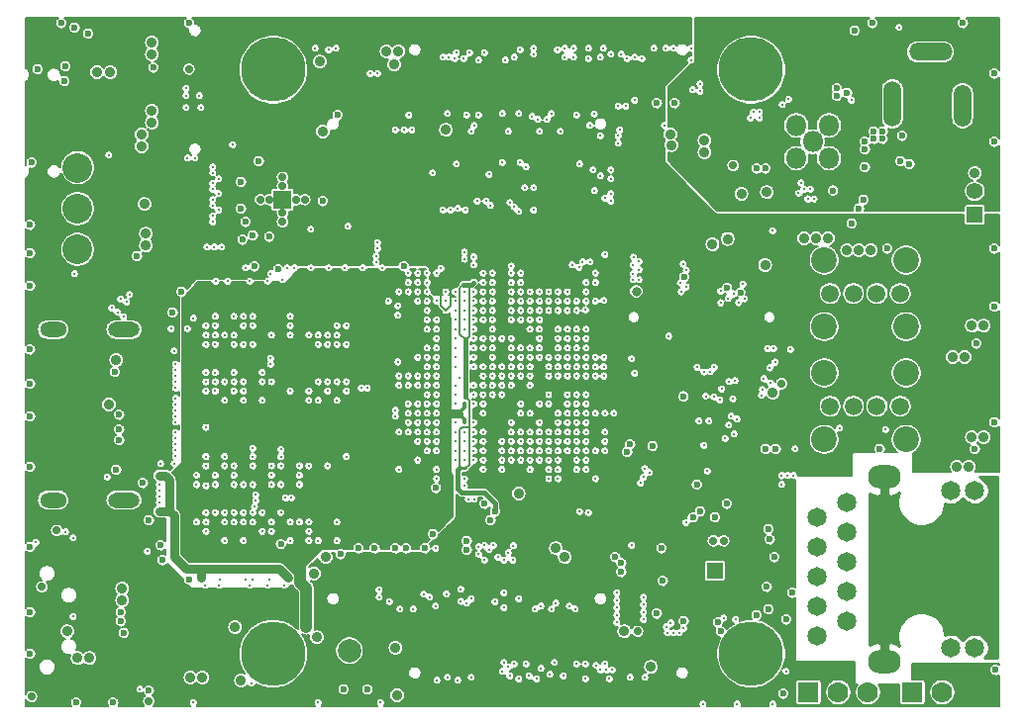
<source format=gbr>
%TF.GenerationSoftware,KiCad,Pcbnew,5.1.6-c6e7f7d~87~ubuntu18.04.1*%
%TF.CreationDate,2021-01-22T16:26:39+02:00*%
%TF.ProjectId,STMP1-OLinuXino_Rev_B,53544d50-312d-44f4-9c69-6e7558696e6f,B*%
%TF.SameCoordinates,Original*%
%TF.FileFunction,Copper,L2,Inr*%
%TF.FilePolarity,Positive*%
%FSLAX46Y46*%
G04 Gerber Fmt 4.6, Leading zero omitted, Abs format (unit mm)*
G04 Created by KiCad (PCBNEW 5.1.6-c6e7f7d~87~ubuntu18.04.1) date 2021-01-22 16:26:39*
%MOMM*%
%LPD*%
G01*
G04 APERTURE LIST*
%TA.AperFunction,ViaPad*%
%ADD10O,2.800000X2.000000*%
%TD*%
%TA.AperFunction,ViaPad*%
%ADD11C,1.650000*%
%TD*%
%TA.AperFunction,ViaPad*%
%ADD12O,3.700000X1.500000*%
%TD*%
%TA.AperFunction,ViaPad*%
%ADD13O,1.500000X3.600000*%
%TD*%
%TA.AperFunction,ViaPad*%
%ADD14O,1.500000X3.900000*%
%TD*%
%TA.AperFunction,ViaPad*%
%ADD15O,1.800000X1.800000*%
%TD*%
%TA.AperFunction,ViaPad*%
%ADD16C,2.000000*%
%TD*%
%TA.AperFunction,ViaPad*%
%ADD17R,1.600000X1.600000*%
%TD*%
%TA.AperFunction,ViaPad*%
%ADD18C,0.700000*%
%TD*%
%TA.AperFunction,ViaPad*%
%ADD19O,2.300000X1.300000*%
%TD*%
%TA.AperFunction,ViaPad*%
%ADD20O,2.700000X1.300000*%
%TD*%
%TA.AperFunction,ViaPad*%
%ADD21C,2.540000*%
%TD*%
%TA.AperFunction,ViaPad*%
%ADD22R,1.400000X1.400000*%
%TD*%
%TA.AperFunction,ViaPad*%
%ADD23C,1.400000*%
%TD*%
%TA.AperFunction,ViaPad*%
%ADD24R,1.422400X1.422400*%
%TD*%
%TA.AperFunction,ViaPad*%
%ADD25C,2.200000*%
%TD*%
%TA.AperFunction,ViaPad*%
%ADD26C,1.500000*%
%TD*%
%TA.AperFunction,ViaPad*%
%ADD27R,1.778000X1.778000*%
%TD*%
%TA.AperFunction,ViaPad*%
%ADD28C,1.778000*%
%TD*%
%TA.AperFunction,ViaPad*%
%ADD29C,0.900000*%
%TD*%
%TA.AperFunction,ViaPad*%
%ADD30C,5.500000*%
%TD*%
%TA.AperFunction,ViaPad*%
%ADD31C,0.327000*%
%TD*%
%TA.AperFunction,ViaPad*%
%ADD32C,0.600000*%
%TD*%
%TA.AperFunction,ViaPad*%
%ADD33C,0.800000*%
%TD*%
%TA.AperFunction,Conductor*%
%ADD34C,0.203200*%
%TD*%
%TA.AperFunction,Conductor*%
%ADD35C,1.016000*%
%TD*%
%TA.AperFunction,Conductor*%
%ADD36C,0.762000*%
%TD*%
%TA.AperFunction,Conductor*%
%ADD37C,0.304800*%
%TD*%
%TA.AperFunction,Conductor*%
%ADD38C,0.406400*%
%TD*%
%TA.AperFunction,Conductor*%
%ADD39C,0.254000*%
%TD*%
%TA.AperFunction,Conductor*%
%ADD40C,0.152400*%
%TD*%
G04 APERTURE END LIST*
D10*
%TO.N,Net-(C71-Pad2)*%
%TO.C,LAN1*%
X175362000Y-97435000D03*
X175362000Y-81635000D03*
D11*
%TO.N,/HDMI\u002C LCD  and Ethernet/PHYAD0*%
X183134000Y-96266000D03*
%TO.N,/HDMI\u002C LCD  and Ethernet/VDD33*%
X181102000Y-96266000D03*
%TO.N,/HDMI\u002C LCD  and Ethernet/PHYAD1*%
X183134000Y-82804000D03*
%TO.N,/HDMI\u002C LCD  and Ethernet/VDD33*%
X181102000Y-82804000D03*
%TO.N,/HDMI\u002C LCD  and Ethernet/MDI[3]-*%
X169672000Y-95250000D03*
%TO.N,/HDMI\u002C LCD  and Ethernet/MDI[3]+*%
X172212000Y-93980000D03*
%TO.N,/HDMI\u002C LCD  and Ethernet/MDI[2]-*%
X169672000Y-92710000D03*
%TO.N,/HDMI\u002C LCD  and Ethernet/MDI[2]+*%
X172212000Y-91440000D03*
%TO.N,Net-(C70-Pad2)*%
X169672000Y-90170000D03*
%TO.N,Net-(C69-Pad2)*%
X172212000Y-88900000D03*
%TO.N,/HDMI\u002C LCD  and Ethernet/MDI[1]-*%
X169672000Y-87630000D03*
%TO.N,/HDMI\u002C LCD  and Ethernet/MDI[1]+*%
X172212000Y-86360000D03*
%TO.N,/HDMI\u002C LCD  and Ethernet/MDI[0]-*%
X169672000Y-85090000D03*
%TO.N,/HDMI\u002C LCD  and Ethernet/MDI[0]+*%
X172212000Y-83820000D03*
%TD*%
D12*
%TO.N,GND*%
%TO.C,PWR1*%
X179345000Y-45258000D03*
D13*
X182091000Y-49858000D03*
D14*
%TO.N,+5V_EXT*%
X176091000Y-49708000D03*
%TD*%
D15*
%TO.N,GND*%
%TO.C,U18*%
X169269000Y-52959000D03*
X167869000Y-54359000D03*
X167869000Y-51559000D03*
X170669000Y-54359000D03*
X170669000Y-51559000D03*
%TD*%
D16*
%TO.N,GND*%
%TO.C,U19*%
X129667000Y-96520000D03*
%TD*%
D17*
%TO.N,GND*%
%TO.C,U8*%
X123952000Y-57912000D03*
D18*
X123952000Y-56762000D03*
X123952000Y-56012000D03*
X123952000Y-59812000D03*
X123952000Y-59062000D03*
X122052000Y-57912000D03*
X125102000Y-57912000D03*
X122802000Y-57912000D03*
X125852000Y-57912000D03*
%TD*%
D19*
%TO.N,GND*%
%TO.C,HDMI1*%
X104341000Y-69027000D03*
X104341000Y-83627000D03*
D20*
X110391000Y-83627000D03*
X110391000Y-69027000D03*
%TD*%
D21*
%TO.N,Net-(CAN1-Pad2)*%
%TO.C,CAN1*%
X106426000Y-58674000D03*
%TO.N,Net-(CAN1-Pad1)*%
X106426000Y-62174000D03*
%TO.N,GND*%
X106426000Y-55174000D03*
%TD*%
D22*
%TO.N,VBAT*%
%TO.C,LIPO_BAT1*%
X183131460Y-59199780D03*
D23*
%TO.N,GND*%
X183128920Y-57188100D03*
%TD*%
D24*
%TO.N,GND*%
%TO.C,U4*%
X160909000Y-89662000D03*
%TD*%
D25*
%TO.N,GND*%
%TO.C,USB1*%
X170258600Y-68788400D03*
X170258600Y-63088400D03*
X177258600Y-68788400D03*
X177258600Y-63088400D03*
D26*
%TO.N,Net-(C184-Pad1)*%
X176758600Y-65938400D03*
%TO.N,/USB\u002C CAN and Extensions/USB1_D-*%
X174758600Y-65938400D03*
%TO.N,/USB\u002C CAN and Extensions/USB1_D+*%
X172758600Y-65938400D03*
%TO.N,GND*%
X170758600Y-65938400D03*
%TD*%
%TO.N,GND*%
%TO.C,USB2*%
X170758600Y-75590400D03*
%TO.N,/USB\u002C CAN and Extensions/USB2_D+*%
X172758600Y-75590400D03*
%TO.N,/USB\u002C CAN and Extensions/USB2_D-*%
X174758600Y-75590400D03*
%TO.N,Net-(C185-Pad1)*%
X176758600Y-75590400D03*
D25*
%TO.N,GND*%
X177258600Y-72740400D03*
X177258600Y-78440400D03*
X170258600Y-72740400D03*
X170258600Y-78440400D03*
%TD*%
D27*
%TO.N,/USB\u002C CAN and Extensions/UART4_TX*%
%TO.C,DBG1*%
X168910000Y-100076000D03*
D28*
%TO.N,Net-(D3-Pad1)*%
X171450000Y-100076000D03*
%TO.N,GND*%
X173990000Y-100076000D03*
%TD*%
D27*
%TO.N,/Power Supply/AXP_BACKUP*%
%TO.C,BACKUP1*%
X177800000Y-100076000D03*
D28*
%TO.N,GND*%
X180340000Y-100076000D03*
%TD*%
D29*
%TO.N,GND*%
%TO.C,LIME2_PLATFORM1*%
X123130000Y-44595000D03*
X121480000Y-48195000D03*
X123130000Y-48995000D03*
X124830000Y-45345000D03*
X120930000Y-46795000D03*
X121480000Y-45345000D03*
X124830000Y-48195000D03*
X125380000Y-46795000D03*
X163980000Y-94595000D03*
X162330000Y-98195000D03*
X163980000Y-98995000D03*
X165680000Y-95345000D03*
X161780000Y-96795000D03*
X162330000Y-95345000D03*
X165680000Y-98195000D03*
X166230000Y-96795000D03*
X161780000Y-46795000D03*
X162330000Y-45345000D03*
X165680000Y-48195000D03*
X166230000Y-46795000D03*
X163980000Y-44595000D03*
X162330000Y-48195000D03*
X163980000Y-48995000D03*
X165680000Y-45345000D03*
X124830000Y-98195000D03*
X121480000Y-98195000D03*
X121480000Y-95345000D03*
X124830000Y-95345000D03*
X125380000Y-96795000D03*
X120930000Y-96795000D03*
X123130000Y-94595000D03*
X123130000Y-98995000D03*
D30*
X164010000Y-46790000D03*
X123150000Y-46790000D03*
X164010000Y-96790000D03*
X123150000Y-96790000D03*
%TD*%
D31*
%TO.N,+5V_EXT*%
X176657000Y-43180000D03*
D32*
X174498000Y-52070000D03*
X175260000Y-52070000D03*
X174498000Y-52705000D03*
X175260000Y-52705000D03*
D29*
%TO.N,+5V*%
X120396000Y-99060000D03*
X133477000Y-46355000D03*
X133731000Y-100330000D03*
X127381000Y-52070000D03*
D18*
X115951000Y-46736000D03*
D29*
X109093000Y-75438000D03*
X126873000Y-95377000D03*
X183134000Y-55626000D03*
X173228000Y-62230000D03*
X172212000Y-62230000D03*
X174244000Y-62230000D03*
X182626000Y-80772000D03*
X181610000Y-80772000D03*
X181229000Y-71374000D03*
X182245000Y-71374000D03*
D31*
%TO.N,GND*%
X136300000Y-64200000D03*
X136300000Y-65000000D03*
X136300000Y-65800000D03*
D32*
X134300000Y-63600000D03*
D31*
X135500000Y-65800000D03*
X137900000Y-65800000D03*
X136300000Y-67400000D03*
X133900000Y-81000000D03*
X135500000Y-80200000D03*
X137100000Y-81000000D03*
X136300000Y-79400000D03*
X136300000Y-78600000D03*
X137100000Y-78600000D03*
X137100000Y-79400000D03*
X138700000Y-78600000D03*
X138700000Y-80200000D03*
X138700000Y-77800000D03*
X138700000Y-77000000D03*
X138700000Y-69800000D03*
X140300000Y-80200000D03*
X141100000Y-80200000D03*
X141100000Y-81000000D03*
X141100000Y-79400000D03*
X135500000Y-77800000D03*
X136300000Y-77000000D03*
X135500000Y-75400000D03*
X137900000Y-66600000D03*
X136300000Y-73000000D03*
X136300000Y-71400000D03*
X127000000Y-69500000D03*
X128600000Y-68700000D03*
X129400000Y-68700000D03*
X128600000Y-73500000D03*
X128600000Y-75100000D03*
X127000000Y-75100000D03*
X126200000Y-69500000D03*
X124600000Y-68700000D03*
X124600000Y-69500000D03*
X124600000Y-67900000D03*
X123000000Y-69500000D03*
X136300000Y-69000000D03*
X137100000Y-66600000D03*
X124600000Y-74300000D03*
X126200000Y-75100000D03*
X126200000Y-74300000D03*
X128600000Y-85500000D03*
X128600000Y-87100000D03*
X127000000Y-87100000D03*
X127800000Y-80700000D03*
X129400000Y-79900000D03*
X125400000Y-80700000D03*
X126200000Y-87100000D03*
X126200000Y-86300000D03*
X124600000Y-87100000D03*
X123800000Y-79900000D03*
X123800000Y-80700000D03*
X123000000Y-81500000D03*
X123000000Y-86300000D03*
X125400000Y-81500000D03*
X126200000Y-80700000D03*
X120600000Y-75100000D03*
X119000000Y-75100000D03*
X122200000Y-73500000D03*
X135500000Y-73000000D03*
X117400000Y-68700000D03*
X118200000Y-67900000D03*
X119800000Y-67900000D03*
X117400000Y-74300000D03*
X119800000Y-80700000D03*
X119000000Y-79900000D03*
X117400000Y-79900000D03*
X117400000Y-77400000D03*
X119000000Y-87100000D03*
X120600000Y-87100000D03*
D32*
X131826000Y-87757000D03*
D31*
X117400000Y-86300000D03*
X117400000Y-82400000D03*
X121550000Y-84200000D03*
D29*
X126619000Y-89916000D03*
X127635000Y-88519000D03*
D32*
X113538000Y-87503000D03*
D31*
X114808000Y-78867000D03*
X114808000Y-75946000D03*
X114808000Y-73025000D03*
X114681000Y-70866000D03*
X114427000Y-68961000D03*
D32*
X112522000Y-85344000D03*
D31*
X113538000Y-80518000D03*
X114681000Y-80518000D03*
D32*
X115951000Y-90424000D03*
X113665000Y-88773000D03*
D31*
X118491000Y-90932000D03*
X121158000Y-90932000D03*
X124079000Y-90932000D03*
X122682000Y-90932000D03*
X117348000Y-90932000D03*
D32*
X130429000Y-87757000D03*
X128905000Y-88265000D03*
X114554000Y-67564000D03*
X115316000Y-65786000D03*
D31*
X118237000Y-64897000D03*
X121158000Y-64897000D03*
X122682000Y-64897000D03*
X123952000Y-64770000D03*
X124968000Y-63754000D03*
X126365000Y-63754000D03*
X127889000Y-63754000D03*
X129286000Y-63754000D03*
X130810000Y-63754000D03*
X132461000Y-63754000D03*
X144300000Y-80200000D03*
X144300000Y-76200000D03*
X145100000Y-76200000D03*
X145900000Y-77800000D03*
X145900000Y-77000000D03*
X146700000Y-79400000D03*
X149100000Y-81000000D03*
X148300000Y-78600000D03*
X149900000Y-80200000D03*
X150700000Y-81800000D03*
X152273000Y-76200000D03*
X149900000Y-75400000D03*
X148300000Y-75400000D03*
X145900000Y-75400000D03*
X145100000Y-73800000D03*
X147500000Y-73000000D03*
X149900000Y-72200000D03*
X149100000Y-69800000D03*
X147500000Y-69800000D03*
X147500000Y-69000000D03*
X138700000Y-65800000D03*
X139500000Y-65800000D03*
X140300000Y-65800000D03*
X138700000Y-68200000D03*
X143500000Y-65800000D03*
X141900000Y-69000000D03*
X145900000Y-65800000D03*
X145900000Y-68200000D03*
X145100000Y-69000000D03*
X148300000Y-67400000D03*
X149100000Y-66600000D03*
X149900000Y-65800000D03*
X150700000Y-65000000D03*
X150700000Y-64200000D03*
X138700000Y-75400000D03*
X143500000Y-77000000D03*
X141100000Y-77800000D03*
X140300000Y-77800000D03*
X144300000Y-75400000D03*
X145100000Y-73000000D03*
X139100000Y-73200000D03*
X141100000Y-74600000D03*
X142700000Y-74600000D03*
X141900000Y-74600000D03*
X143500000Y-73800000D03*
X143500000Y-73000000D03*
X141100000Y-73800000D03*
X141900000Y-73800000D03*
X140300000Y-72200000D03*
X141100000Y-72200000D03*
X141900000Y-72200000D03*
X143500000Y-72200000D03*
X144300000Y-71400000D03*
X145100000Y-71400000D03*
X145900000Y-69000000D03*
X145900000Y-69800000D03*
X138700000Y-73800000D03*
X138700000Y-70600000D03*
X141100000Y-69800000D03*
X141100000Y-70600000D03*
X143500000Y-70600000D03*
D32*
X109601000Y-72644000D03*
X112014000Y-82169000D03*
D18*
X104648000Y-86233000D03*
X102489000Y-100457000D03*
X112522000Y-100838000D03*
D29*
X117094000Y-98806000D03*
X116078000Y-98806000D03*
X119888000Y-94488000D03*
D32*
X102489000Y-54737000D03*
D29*
X112776000Y-51308000D03*
X112776000Y-50292000D03*
X106426000Y-97155000D03*
X107442000Y-97155000D03*
X133858000Y-45212000D03*
X132842000Y-45212000D03*
D31*
X143500000Y-69800000D03*
D29*
X182880000Y-78232000D03*
X183896000Y-78232000D03*
D31*
X147500000Y-77800000D03*
X147500000Y-77000000D03*
X147500000Y-76200000D03*
X146700000Y-74600000D03*
D29*
X133604000Y-96266000D03*
X137922000Y-51943000D03*
X105537000Y-94869000D03*
X109220000Y-46990000D03*
X108077000Y-46990000D03*
D32*
X105029000Y-42799000D03*
X128651000Y-50673000D03*
D29*
X112141000Y-58293000D03*
X112268000Y-60833000D03*
X112268000Y-61849000D03*
D31*
X119253000Y-64897000D03*
D32*
X109982000Y-76327000D03*
X109982000Y-77597000D03*
X109728000Y-81026000D03*
X176911000Y-52451000D03*
X176784000Y-54610000D03*
X173609000Y-57912000D03*
D29*
X157099000Y-52324000D03*
D32*
X155956000Y-49657000D03*
X165608000Y-86995000D03*
D31*
X142700000Y-81000000D03*
D32*
X152908000Y-89789000D03*
X152908000Y-89027000D03*
D29*
X155448000Y-97917000D03*
D18*
X154305000Y-94869000D03*
D32*
X141732000Y-85344000D03*
X152400000Y-88519000D03*
D31*
X146700000Y-73000000D03*
X145900000Y-71400000D03*
D29*
X127127000Y-46101000D03*
D31*
X162560000Y-77978000D03*
D32*
X133604000Y-87757000D03*
X136144000Y-87757000D03*
D18*
X103378000Y-91059000D03*
D29*
X182880000Y-68707000D03*
X183896000Y-68707000D03*
D31*
X167767000Y-79248000D03*
D32*
X166751000Y-100203000D03*
X167513000Y-91567000D03*
X167005000Y-93853000D03*
X109982000Y-78486000D03*
X161925000Y-83947000D03*
D31*
X140300000Y-62800000D03*
X140300000Y-63500000D03*
X151511000Y-62611000D03*
D32*
X157480000Y-49657000D03*
D31*
X118491000Y-58801000D03*
X118491000Y-57404000D03*
X118491000Y-56134000D03*
X142875000Y-97536000D03*
X135001000Y-51943000D03*
X145923000Y-52070000D03*
D32*
X102362000Y-60071000D03*
X102362000Y-62484000D03*
X102362000Y-65278000D03*
X102362000Y-70739000D03*
X102362000Y-73660000D03*
X102362000Y-76454000D03*
X102362000Y-80772000D03*
X102362000Y-87630000D03*
X102362000Y-93218000D03*
X102362000Y-96774000D03*
X106299000Y-100965000D03*
X109474000Y-100965000D03*
D31*
X127000000Y-100965000D03*
X116332000Y-100965000D03*
X132334000Y-100965000D03*
X159893000Y-101092000D03*
X162814000Y-101092000D03*
X165862000Y-101092000D03*
D32*
X184912000Y-98171000D03*
X184785000Y-76962000D03*
X184785000Y-67056000D03*
X184785000Y-62103000D03*
X184785000Y-52959000D03*
X184785000Y-47117000D03*
X182118000Y-42799000D03*
X174371000Y-42799000D03*
X115951000Y-42799000D03*
D31*
X136017000Y-91694000D03*
D32*
X155575000Y-78994000D03*
X166116000Y-79248000D03*
X165227000Y-79248000D03*
X159367609Y-82296000D03*
X163093711Y-65842492D03*
D31*
X158021436Y-65795512D03*
D33*
X154192975Y-65768210D03*
D31*
X162053016Y-66354585D03*
D32*
X161956788Y-65485990D03*
X171002547Y-57130776D03*
X158277327Y-64547419D03*
D31*
X168263890Y-56476763D03*
D29*
X157201746Y-53237253D03*
D18*
X162463998Y-54991000D03*
D32*
X137050468Y-82600000D03*
X136796424Y-86539862D03*
D31*
X162943946Y-66724210D03*
D32*
X158224565Y-74744997D03*
D29*
X144139490Y-83063510D03*
D32*
X102997000Y-46735998D03*
D31*
%TO.N,/VREF0_DDR3*%
X120600000Y-68700000D03*
D32*
X123800000Y-87400000D03*
D31*
X115824000Y-68961000D03*
%TO.N,/S0SVREF*%
X137100000Y-81800000D03*
D32*
%TO.N,+3V3*%
X109093000Y-76962000D03*
D29*
X119634000Y-96901000D03*
X136271000Y-98933000D03*
X136271000Y-45593000D03*
D31*
X137900000Y-67400000D03*
X142700000Y-77800000D03*
X144300000Y-77000000D03*
X145900000Y-73800000D03*
X146700000Y-73800000D03*
X145100000Y-74600000D03*
X147500000Y-73800000D03*
X140300000Y-64200000D03*
X141100000Y-77000000D03*
X141900000Y-76200000D03*
X142700000Y-76200000D03*
X143500000Y-76200000D03*
X144300000Y-74600000D03*
X143500000Y-75400000D03*
X144300000Y-73800000D03*
X150700000Y-77800000D03*
X150700000Y-78600000D03*
D32*
X106045000Y-45466000D03*
D29*
X106045000Y-52705000D03*
X105029000Y-52705000D03*
X129413000Y-51562000D03*
X105029000Y-53721000D03*
D32*
X126746000Y-59944000D03*
X127508000Y-59944000D03*
X114427000Y-66675000D03*
X112649000Y-97409000D03*
D29*
X128016000Y-95758000D03*
D32*
X156845000Y-45847000D03*
D29*
X150114000Y-91567000D03*
X150114000Y-92583000D03*
D31*
X150700000Y-69000000D03*
D29*
X167894000Y-76708000D03*
D32*
X156718000Y-98679000D03*
D18*
X116967000Y-47498000D03*
D31*
X116332000Y-50038000D03*
X117221000Y-53848000D03*
D29*
X154255002Y-70946048D03*
D32*
X159257988Y-79092704D03*
D31*
X162026600Y-74015600D03*
D29*
X120768129Y-54719139D03*
D32*
%TO.N,IPS*%
X173736000Y-50546000D03*
D29*
X112776000Y-45466000D03*
X112776000Y-44450000D03*
D32*
X105283000Y-47752000D03*
X170561000Y-48895000D03*
X174498000Y-50546000D03*
X168148000Y-48514000D03*
X168148000Y-47879000D03*
D31*
X169545000Y-43815000D03*
D32*
X174498000Y-51181000D03*
X173736000Y-51181000D03*
X166370000Y-57277000D03*
X166370000Y-56578500D03*
X165227000Y-53086000D03*
X164719000Y-52578000D03*
D29*
X158750000Y-50673000D03*
X157734000Y-50673000D03*
X160909000Y-45466000D03*
X161417000Y-44577000D03*
X111887000Y-52324000D03*
X111887000Y-53340000D03*
D32*
X170311953Y-57357992D03*
X170581610Y-48260000D03*
%TO.N,VBAT*%
X171323000Y-49022000D03*
X171323000Y-48387000D03*
D31*
%TO.N,Net-(CHGLED1-Pad1)*%
X172593000Y-49403000D03*
D32*
X172847000Y-43434000D03*
D29*
%TO.N,Net-(D2-Pad2)*%
X161992803Y-61273197D03*
%TO.N,Net-(FUSE1-Pad2)*%
X109728000Y-71628000D03*
D31*
%TO.N,PC7*%
X141100000Y-66600000D03*
%TO.N,/S0SRST*%
X136300000Y-68200000D03*
X116332000Y-68072000D03*
X116600000Y-85500000D03*
%TO.N,Net-(R4-Pad2)*%
X133800000Y-71800000D03*
%TO.N,Net-(R9-Pad1)*%
X120600000Y-67900000D03*
%TO.N,Net-(R13-Pad1)*%
X121400000Y-80700000D03*
%TO.N,Net-(R14-Pad1)*%
X121400000Y-79900000D03*
%TO.N,/S0SDQ20*%
X135500000Y-64200000D03*
X123000000Y-80700000D03*
%TO.N,/S0SDQ19*%
X135500000Y-65000000D03*
X123800000Y-79300000D03*
%TO.N,/S0SDQ14*%
X133900000Y-77800000D03*
X129400000Y-73500000D03*
%TO.N,/S0SDQ10*%
X134700000Y-75400000D03*
X128600000Y-69500000D03*
%TO.N,/S0SDQ22*%
X136300000Y-66600000D03*
X126200000Y-85500000D03*
%TO.N,/S0SDQ21*%
X133800000Y-67800000D03*
X125400000Y-85500000D03*
%TO.N,/S0SDQM2*%
X133000000Y-66600000D03*
X125400000Y-82300000D03*
%TO.N,/S0SDQ18*%
X124600000Y-85500000D03*
X133800000Y-67000000D03*
%TO.N,/S0SDQ17*%
X123800000Y-84700000D03*
X135500000Y-66600000D03*
%TO.N,/S0SDQ15*%
X134700000Y-77800000D03*
X127800000Y-73500000D03*
%TO.N,/S0SDQ13*%
X135500000Y-76200000D03*
X129400000Y-70300000D03*
%TO.N,/S0SDQ11*%
X129400000Y-74300000D03*
X135500000Y-77000000D03*
%TO.N,/S0SDQ9*%
X127800000Y-69500000D03*
X134700000Y-76200000D03*
%TO.N,/S0SDQ23*%
X134700000Y-64200000D03*
X123000000Y-82300000D03*
%TO.N,/S0SA8*%
X137100000Y-77800000D03*
X117400000Y-69500000D03*
X116600000Y-81500000D03*
%TO.N,/S0SDQ16*%
X123800000Y-82300000D03*
X134700000Y-65000000D03*
%TO.N,/S0SA6*%
X136300000Y-77800000D03*
X118200000Y-68700000D03*
X117400000Y-80700000D03*
%TO.N,/S0SCKE0*%
X136300000Y-76200000D03*
X121400000Y-79200000D03*
X121400000Y-67900000D03*
%TO.N,/S0SDQ12*%
X127800000Y-74300000D03*
X135500000Y-78600000D03*
%TO.N,/S0SDQM1*%
X134700000Y-77000000D03*
X127000000Y-73500000D03*
%TO.N,/S0SBA1*%
X137100000Y-76200000D03*
X119800000Y-69500000D03*
X119800000Y-81500000D03*
X113411000Y-82804000D03*
%TO.N,/S0SDQ8*%
X127000000Y-70300000D03*
X134700000Y-73800000D03*
%TO.N,/S0SA9*%
X137100000Y-69800000D03*
X118200000Y-73500000D03*
X118200000Y-84700000D03*
%TO.N,/S0SA7*%
X137100000Y-68200000D03*
X117400000Y-73500000D03*
X117400000Y-85500000D03*
%TO.N,/S0SA5*%
X136300000Y-70600000D03*
X118200000Y-74300000D03*
X119000000Y-85500000D03*
%TO.N,/S0SA14*%
X137100000Y-75400000D03*
X117400000Y-70300000D03*
X116600000Y-82300000D03*
%TO.N,/S0SA10*%
X137100000Y-74600000D03*
X121400000Y-70300000D03*
X121400000Y-82300000D03*
X122809000Y-90424000D03*
%TO.N,/S0SA1*%
X137100000Y-73800000D03*
X118200000Y-69500000D03*
X118200000Y-82300000D03*
%TO.N,/S0SA15*%
X136300000Y-73800000D03*
X120600000Y-70300000D03*
X120600000Y-82300000D03*
X113411000Y-83820000D03*
%TO.N,/S0SA11*%
X136300000Y-75400000D03*
X118200000Y-70300000D03*
X118200000Y-81500000D03*
%TO.N,/S0SODT0*%
X133900000Y-73800000D03*
X122200000Y-75100000D03*
X122200000Y-86300000D03*
%TO.N,/S0SCS0*%
X137100000Y-73000000D03*
X120600000Y-74300000D03*
X121400000Y-85500000D03*
%TO.N,/S0SA12*%
X136300000Y-74600000D03*
X119800000Y-70300000D03*
X119800000Y-82300000D03*
X113411000Y-83312000D03*
%TO.N,/S0SA2*%
X137100000Y-70600000D03*
X118200000Y-72700000D03*
X119000000Y-84700000D03*
%TO.N,/S0SA0*%
X136300000Y-72200000D03*
X119800000Y-72700000D03*
X119800000Y-84700000D03*
X118618000Y-90424000D03*
%TO.N,/S0SBA2*%
X137100000Y-72200000D03*
X119800000Y-73500000D03*
X120600000Y-84700000D03*
X120777000Y-90424000D03*
%TO.N,/S0SA3*%
X137100000Y-71400000D03*
X119000000Y-73500000D03*
X119800000Y-85500000D03*
%TO.N,/S0SA4*%
X137100000Y-77000000D03*
X119000000Y-69500000D03*
X119000000Y-80700000D03*
X113411000Y-82296000D03*
%TO.N,/S0SRAS*%
X135500000Y-73800000D03*
X123000000Y-73500000D03*
X123000000Y-85500000D03*
%TO.N,/S0SWE*%
X120600000Y-73500000D03*
X134700000Y-73000000D03*
X121400000Y-84700000D03*
%TO.N,/S0SBA0*%
X135500000Y-71400000D03*
X119800000Y-74300000D03*
X120600000Y-85500000D03*
X121412000Y-90424000D03*
%TO.N,/S0SA13*%
X137100000Y-69000000D03*
X117400000Y-72700000D03*
X117400000Y-84700000D03*
%TO.N,/S0SCAS*%
X133900000Y-73000000D03*
X122200000Y-72700000D03*
X122200000Y-84700000D03*
%TO.N,/S0SCK_N*%
X122936000Y-71501000D03*
X131191000Y-74041000D03*
X121666000Y-83185000D03*
%TO.N,/S0SCK_P*%
X122936000Y-72009000D03*
X130683000Y-74041000D03*
X121666000Y-83693000D03*
%TO.N,/S0SDQS2_N*%
X133900000Y-65800000D03*
X124206000Y-83439000D03*
%TO.N,/S0SDQS1_P*%
X127800000Y-70300000D03*
X133604000Y-76454000D03*
%TO.N,/S0SDQS2_P*%
X134700000Y-65800000D03*
X124714000Y-83439000D03*
%TO.N,/S0SDQS1_N*%
X128600000Y-70300000D03*
X133604000Y-75946000D03*
D29*
%TO.N,Net-(C86-Pad2)*%
X169545000Y-61214000D03*
X170561000Y-61214000D03*
X168529000Y-61214000D03*
D32*
%TO.N,+2V8*%
X139700000Y-87884000D03*
X139700000Y-87122000D03*
X165227000Y-55245000D03*
X164465000Y-55245000D03*
X153416000Y-79502000D03*
X153670000Y-78867000D03*
D29*
X165205544Y-63505510D03*
D31*
%TO.N,1.35V_DDR*%
X137900000Y-79400000D03*
X137100000Y-80200000D03*
X137900000Y-77000000D03*
X139500000Y-77000000D03*
X137900000Y-75400000D03*
X137900000Y-73800000D03*
X138700000Y-71400000D03*
X137900000Y-72200000D03*
X137900000Y-70600000D03*
X138700000Y-69000000D03*
X137900000Y-69000000D03*
X137900000Y-68200000D03*
X127000000Y-68700000D03*
X127800000Y-68700000D03*
X129400000Y-69500000D03*
X127000000Y-74300000D03*
X128600000Y-74300000D03*
X129400000Y-75100000D03*
X127800000Y-75100000D03*
X126200000Y-68700000D03*
X124600000Y-70300000D03*
X124600000Y-75100000D03*
X127800000Y-85500000D03*
X129400000Y-87100000D03*
X127800000Y-87100000D03*
X127000000Y-86300000D03*
X127800000Y-79900000D03*
X129400000Y-80700000D03*
X126200000Y-79900000D03*
X125400000Y-79900000D03*
X125400000Y-87100000D03*
X122200000Y-85500000D03*
X123000000Y-79900000D03*
X123800000Y-81500000D03*
X121400000Y-81500000D03*
X123800000Y-86300000D03*
X121400000Y-69500000D03*
X119800000Y-75100000D03*
X122200000Y-74300000D03*
X117400000Y-67900000D03*
X119000000Y-67900000D03*
X123000000Y-74300000D03*
X117400000Y-75100000D03*
X119800000Y-79900000D03*
X118200000Y-79900000D03*
X119000000Y-86300000D03*
X118200000Y-86300000D03*
X123400000Y-67800000D03*
X139500000Y-75400000D03*
X138700000Y-72200000D03*
X138700000Y-74600000D03*
X137900000Y-77800000D03*
D29*
X116459000Y-65913000D03*
X117475000Y-65405000D03*
X125984000Y-94488000D03*
D32*
X137033000Y-84201000D03*
%TO.N,VTT_DDR*%
X115697000Y-89535000D03*
X116967000Y-90297000D03*
X124460000Y-90297000D03*
X113411000Y-84582000D03*
X113411000Y-81534000D03*
D31*
%TO.N,Net-(C40-Pad2)*%
X151500000Y-76200000D03*
X159534414Y-76851160D03*
%TO.N,NRST*%
X150700000Y-76200000D03*
X138049000Y-98806000D03*
X159639000Y-48641000D03*
X167132000Y-81534000D03*
X162306000Y-76453990D03*
D29*
%TO.N,Net-(C48-Pad1)*%
X147320000Y-87757000D03*
X148082000Y-88519000D03*
D32*
%TO.N,Net-(C52-Pad2)*%
X165354000Y-91059000D03*
X160909000Y-85090000D03*
X165989000Y-88519000D03*
%TO.N,Net-(C55-Pad2)*%
X161163000Y-94107000D03*
X156464000Y-90551000D03*
D18*
X160782000Y-87122000D03*
X161671000Y-87122000D03*
D32*
X164465000Y-93472000D03*
X158246459Y-93980000D03*
X155953171Y-93342171D03*
X159033343Y-85119343D03*
D31*
%TO.N,Net-(C58-Pad2)*%
X161798000Y-78359000D03*
X145415000Y-58801000D03*
X165925500Y-70659554D03*
D32*
%TO.N,Net-(C71-Pad2)*%
X175387000Y-89662000D03*
X178435000Y-89662000D03*
X180975000Y-89662000D03*
X183388000Y-89662000D03*
X175387000Y-92710000D03*
X178435000Y-92710000D03*
X180975000Y-92710000D03*
X183388000Y-92710000D03*
X178435000Y-86487000D03*
X180975000Y-86487000D03*
X183388000Y-86487000D03*
X175387000Y-86487000D03*
X177038000Y-88138000D03*
X179705000Y-88138000D03*
X182245000Y-88138000D03*
X182245000Y-84582000D03*
X182245000Y-94615000D03*
X175387000Y-83947000D03*
X175387000Y-95123000D03*
X177038000Y-91313000D03*
X179705000Y-91313000D03*
X182245000Y-91440000D03*
%TO.N,Net-(C72-Pad2)*%
X123571000Y-63881000D03*
X121539000Y-63627000D03*
X121412000Y-60960000D03*
%TO.N,VDD_USB*%
X141224000Y-83947000D03*
D29*
X163183119Y-57415881D03*
D31*
%TO.N,Net-(C166-Pad1)*%
X137100000Y-64200000D03*
X137500000Y-63800000D03*
%TO.N,Net-(L6-Pad2)*%
X150114000Y-84709000D03*
X157147936Y-94155935D03*
%TO.N,Net-(R8-Pad1)*%
X121400000Y-68700000D03*
%TO.N,Net-(R65-Pad2)*%
X161671000Y-93726000D03*
X167005000Y-98298000D03*
%TO.N,Net-(R67-Pad2)*%
X162687000Y-93853000D03*
D32*
X175006000Y-79248000D03*
D31*
%TO.N,Net-(R75-Pad2)*%
X149352000Y-84618510D03*
X156743400Y-94488000D03*
D32*
%TO.N,Net-(R87-Pad2)*%
X120777000Y-59817000D03*
%TO.N,Net-(R108-Pad1)*%
X172212000Y-48768000D03*
%TO.N,USB-OTG-DRV*%
X112522000Y-99949000D03*
D31*
X163957000Y-50927000D03*
X109093000Y-54102000D03*
X143500000Y-67400000D03*
X119681526Y-53213000D03*
%TO.N,Net-(RM2-Pad1.2)*%
X154813000Y-91948000D03*
%TO.N,Net-(RM2-Pad2.2)*%
X154813000Y-92583000D03*
%TO.N,Net-(RM2-Pad3.2)*%
X154813000Y-93218000D03*
%TO.N,Net-(RM2-Pad4.2)*%
X154813000Y-93853000D03*
%TO.N,Net-(RM4-Pad4.1)*%
X157353000Y-94996000D03*
X154559000Y-82169000D03*
%TO.N,Net-(RM4-Pad3.1)*%
X154813000Y-81661000D03*
X156845000Y-94996000D03*
%TO.N,Net-(RM4-Pad2.1)*%
X158242000Y-94615000D03*
X155321000Y-81280000D03*
%TO.N,Net-(RM4-Pad1.1)*%
X154913010Y-80933844D03*
X157861000Y-94996000D03*
%TO.N,NAND-WE*%
X144300000Y-64200000D03*
X140081000Y-98806000D03*
%TO.N,DSI_D0N*%
X139500000Y-62400000D03*
%TO.N,DSI_CKN*%
X132080000Y-61595000D03*
%TO.N,DSI_D1N*%
X131953000Y-62738000D03*
%TO.N,DSI_D1P*%
X131953000Y-63246000D03*
%TO.N,NAND-DQ3*%
X143500000Y-65000000D03*
X149860000Y-98933000D03*
%TO.N,DSI_D0P*%
X139500000Y-63000000D03*
%TO.N,DSI_CKP*%
X132080000Y-62103000D03*
%TO.N,NAND-RE*%
X145100000Y-65800000D03*
X138938000Y-99060000D03*
%TO.N,JTCK-SWCLK*%
X138700000Y-66600000D03*
X150749000Y-97790000D03*
%TO.N,NAND-DQ2*%
X144300000Y-65800000D03*
X146050000Y-98044000D03*
%TO.N,JTDI*%
X139500000Y-66600000D03*
X151638000Y-98171000D03*
%TO.N,PF2*%
X141100000Y-68200000D03*
X139573000Y-58801000D03*
%TO.N,JTMS-SWDIO*%
X138700000Y-67400000D03*
X149860000Y-97663000D03*
%TO.N,PE4*%
X139500000Y-69000000D03*
X138303000Y-58801000D03*
%TO.N,NJTRST*%
X139500000Y-68200000D03*
X152146000Y-98171000D03*
%TO.N,JTDO-TRACESWO*%
X139500000Y-67400000D03*
X151511000Y-97663000D03*
%TO.N,ADC1_INN1*%
X149100000Y-76200000D03*
X131445000Y-47117000D03*
%TO.N,NAND-DQ1*%
X146812000Y-98552000D03*
X151410948Y-73000000D03*
X162108781Y-73488180D03*
%TO.N,NAND-DQ0*%
X149900000Y-73000000D03*
X145669000Y-98933000D03*
X161325872Y-75058476D03*
%TO.N,NAND-RB*%
X149100000Y-73000000D03*
X143383000Y-98679000D03*
X161479205Y-74117757D03*
%TO.N,ADC1_INP1*%
X148300000Y-77000000D03*
X132080000Y-47117000D03*
%TO.N,PC0*%
X144300000Y-77800000D03*
X137968376Y-91667010D03*
%TO.N,PH3*%
X147500000Y-80200000D03*
%TO.N,NAND-ALE*%
X142700000Y-79400000D03*
X145034000Y-98679000D03*
%TO.N,NAND-CE*%
X139500000Y-78600000D03*
%TO.N,PG7*%
X143500000Y-80200000D03*
X147320000Y-92456000D03*
%TO.N,NAND-DQ7*%
X140300000Y-79400000D03*
X140716000Y-87630000D03*
X154940000Y-98806000D03*
%TO.N,NAND-DQ4*%
X144300000Y-79400000D03*
X151130000Y-98171000D03*
%TO.N,PG10*%
X145100000Y-81000000D03*
X148463000Y-92710000D03*
%TO.N,NAND-DQ6*%
X143500000Y-79400000D03*
X153670000Y-98806000D03*
%TO.N,NAND-DQ5*%
X142700000Y-80200000D03*
X151892000Y-98933000D03*
%TO.N,NAND-CLE*%
X144145000Y-98933000D03*
%TO.N,PH2*%
X142113000Y-92329000D03*
%TO.N,1.2V_VDDCORE*%
X142700000Y-69800000D03*
X141100000Y-76200000D03*
X140300000Y-77000000D03*
X145100000Y-72200000D03*
X140300000Y-73800000D03*
X140300000Y-75400000D03*
X141100000Y-75400000D03*
X140300000Y-74600000D03*
X142700000Y-73800000D03*
X142700000Y-73000000D03*
X141900000Y-73000000D03*
X141100000Y-73000000D03*
X142700000Y-72200000D03*
X144300000Y-73000000D03*
X144300000Y-72200000D03*
X145900000Y-70600000D03*
X145100000Y-70600000D03*
X141900000Y-71400000D03*
X141900000Y-70600000D03*
X141900000Y-69800000D03*
X140300000Y-71400000D03*
X143500000Y-71400000D03*
X144300000Y-70600000D03*
X140300000Y-70600000D03*
X140300000Y-69800000D03*
D29*
X160020000Y-53848000D03*
X160020000Y-52832000D03*
D31*
X143500000Y-64200000D03*
X143500000Y-63600000D03*
D32*
%TO.N,1.2V_HDMI*%
X121920000Y-54610000D03*
X127381000Y-58039000D03*
X120523000Y-61341000D03*
X120396000Y-58674000D03*
X120396000Y-56388000D03*
X122809000Y-61087000D03*
D31*
X168529000Y-57023000D03*
X168074681Y-57367470D03*
D32*
%TO.N,Net-(C94-Pad1)*%
X111506000Y-62738000D03*
%TO.N,Net-(C97-Pad1)*%
X106172000Y-43180000D03*
D31*
X167208200Y-49326800D03*
%TO.N,VBUS*%
X139500000Y-77800000D03*
D29*
X110236000Y-92202000D03*
X110236000Y-91186000D03*
D32*
X173736000Y-52959000D03*
X173736000Y-53594000D03*
D29*
%TO.N,VDD-FLASH*%
X165354000Y-57277000D03*
X160702999Y-61743016D03*
D32*
%TO.N,VTT_REF*%
X134493000Y-87757000D03*
D31*
%TO.N,Net-(C157-Pad1)*%
X148300000Y-76200000D03*
X146700000Y-75400000D03*
D29*
X165862000Y-74422000D03*
D32*
%TO.N,PWR_ONRST*%
X129159000Y-99822000D03*
D31*
X111760000Y-99822000D03*
X106172000Y-64262000D03*
X160401000Y-76851160D03*
D32*
X105363998Y-46482000D03*
%TO.N,Net-(FET2-Pad1)*%
X177546000Y-54864000D03*
X172593000Y-59944000D03*
%TO.N,Net-(FET3-Pad3)*%
X175641000Y-62103000D03*
D31*
%TO.N,AXP_GPIO3\u005CLCD_UD*%
X164719000Y-50419000D03*
X115697000Y-48387000D03*
X152908000Y-45466000D03*
%TO.N,AXP_GPIO2\u005CLCD_LR*%
X164211000Y-50419000D03*
X115697000Y-49022000D03*
X154686000Y-45847000D03*
%TO.N,AXP_GPIO1*%
X116967000Y-50038000D03*
X169061110Y-57023843D03*
%TO.N,AXP_GPIO0*%
X115697000Y-50038000D03*
X168846502Y-57848498D03*
%TO.N,PZ4\u005CI2C4_SCL*%
X133604000Y-51943000D03*
X116459000Y-54356000D03*
X159004000Y-48514000D03*
%TO.N,PZ5\u005CI2C4_SDA*%
X149100000Y-70600000D03*
X134366000Y-51943000D03*
X115824000Y-54356000D03*
X159639000Y-48006000D03*
X166052500Y-71818500D03*
%TO.N,PB5\u005CSPDIF_TX*%
X142875000Y-91567000D03*
X149098000Y-97663000D03*
X108966000Y-81661000D03*
X126365000Y-60452000D03*
X112395000Y-88011000D03*
%TO.N,PF14\u005CI2C1_SCL*%
X146700000Y-77800000D03*
X158877000Y-45974000D03*
X152654000Y-52451000D03*
%TO.N,PB9\u005CI2C1_SDA*%
X141900000Y-68200000D03*
X158877000Y-44958000D03*
X149606000Y-63246000D03*
X150214010Y-51561994D03*
%TO.N,PA5\u005CADC2_INN18*%
X148300000Y-77800000D03*
X128524000Y-44958000D03*
%TO.N,PA4\u005CADC2_INP18*%
X147500000Y-78600000D03*
X127889000Y-45085000D03*
%TO.N,PE11\u005CSPI4_NSS*%
X148300000Y-66600000D03*
%TO.N,PA0\u005CWKUP1*%
X149900000Y-81000000D03*
X166624000Y-82296000D03*
X137033000Y-92710000D03*
%TO.N,Net-(R42-Pad1)*%
X126746000Y-44958000D03*
X162449743Y-74966509D03*
%TO.N,PWR_ON*%
X151500000Y-78600000D03*
X165598881Y-72307633D03*
X159957881Y-78956204D03*
%TO.N,Net-(R135-Pad1)*%
X166674800Y-49784000D03*
%TO.N,PWR_LP*%
X151500000Y-77800000D03*
X167640000Y-81534000D03*
D32*
X131204599Y-99844284D03*
D31*
%TO.N,Net-(Flash_Con1-Pad11)*%
X165671500Y-73596500D03*
D32*
%TO.N,/Power Supply/AXP_BACKUP*%
X173736000Y-55118000D03*
D31*
%TO.N,/eMMC\u002C SPI-Flash\u002C T-Card and Boot/BOOT0*%
X149900000Y-74600000D03*
X165100000Y-73242490D03*
%TO.N,/eMMC\u002C SPI-Flash\u002C T-Card and Boot/BOOT1*%
X149100000Y-74600000D03*
X164973000Y-74168000D03*
%TO.N,/eMMC\u002C SPI-Flash\u002C T-Card and Boot/BOOT2*%
X149100000Y-75400000D03*
X164882510Y-74676000D03*
D32*
%TO.N,/HDMI\u002C LCD  and Ethernet/VDD33*%
X161417000Y-94869000D03*
D29*
X153162000Y-94869000D03*
D32*
X165481000Y-86106000D03*
X159639000Y-84582000D03*
X156337000Y-87757000D03*
X165481000Y-92964000D03*
D31*
%TO.N,/HDMI\u002C LCD  and Ethernet/GRXD_CLK*%
X149100000Y-78600000D03*
X153797000Y-87503000D03*
%TO.N,/HDMI\u002C LCD  and Ethernet/CLK125*%
X145100000Y-77800000D03*
X160274000Y-81153000D03*
%TO.N,/Power Supply/VBAT-RTC*%
X148300000Y-74600000D03*
D32*
X173228000Y-58674000D03*
D18*
X166624000Y-73660000D03*
D31*
%TO.N,/Power Supply/VDDA_1V8*%
X140300000Y-65000000D03*
D32*
X142113000Y-84582000D03*
D31*
X165844478Y-60579000D03*
%TO.N,/USB\u002C CAN and Extensions/UART4_RX*%
X140081000Y-92075000D03*
%TO.N,/USB\u002C CAN and Extensions/UART4_TX*%
X143500000Y-77800000D03*
X144145000Y-92075000D03*
%TO.N,/eMMC\u002C SPI-Flash\u002C T-Card and Boot/EMMC_D0*%
X141100000Y-64200000D03*
X163321998Y-65151000D03*
%TO.N,/eMMC\u002C SPI-Flash\u002C T-Card and Boot/EMMC_D1*%
X163424110Y-66382390D03*
X141900000Y-65000000D03*
%TO.N,/eMMC\u002C SPI-Flash\u002C T-Card and Boot/EMMC_D2*%
X141900000Y-64200000D03*
X162516000Y-65964887D03*
%TO.N,/eMMC\u002C SPI-Flash\u002C T-Card and Boot/EMMC_D3*%
X141100000Y-65800000D03*
X161416996Y-66738504D03*
%TO.N,/eMMC\u002C SPI-Flash\u002C T-Card and Boot/EMMC_D4*%
X161394969Y-65732011D03*
X141100000Y-65000000D03*
%TO.N,/eMMC\u002C SPI-Flash\u002C T-Card and Boot/EMMC_D5*%
X158470599Y-63957201D03*
X143764000Y-58547000D03*
%TO.N,/eMMC\u002C SPI-Flash\u002C T-Card and Boot/EMMC_D6*%
X141900000Y-65800000D03*
X158468835Y-65377845D03*
%TO.N,/eMMC\u002C SPI-Flash\u002C T-Card and Boot/EMMC_D7*%
X143383000Y-58166000D03*
X157970761Y-65052119D03*
%TO.N,/eMMC\u002C SPI-Flash\u002C T-Card and Boot/EMMC_CLK*%
X144145000Y-58928000D03*
X158194413Y-63420587D03*
%TO.N,/eMMC\u002C SPI-Flash\u002C T-Card and Boot/SPI_CS*%
X141100000Y-78600000D03*
X162625091Y-73406000D03*
%TO.N,/eMMC\u002C SPI-Flash\u002C T-Card and Boot/SPI_IO1*%
X142367000Y-88519000D03*
X160866491Y-72262994D03*
%TO.N,/eMMC\u002C SPI-Flash\u002C T-Card and Boot/SPI_IO2*%
X160509746Y-72625746D03*
X143256000Y-88138000D03*
%TO.N,/eMMC\u002C SPI-Flash\u002C T-Card and Boot/SPI_IO3*%
X142875000Y-88773000D03*
X159983608Y-72657680D03*
%TO.N,/eMMC\u002C SPI-Flash\u002C T-Card and Boot/SPI_IO0*%
X159372887Y-72244001D03*
X143691944Y-87545926D03*
%TO.N,/eMMC\u002C SPI-Flash\u002C T-Card and Boot/SPI_CLK*%
X160120043Y-74733293D03*
X142700000Y-78600000D03*
%TO.N,/eMMC\u002C SPI-Flash\u002C T-Card and Boot/EMMC_CMD*%
X143500000Y-66600000D03*
X156975578Y-69601277D03*
%TO.N,/USB\u002C CAN and Extensions/PE1*%
X146700000Y-66600000D03*
X141732000Y-58420000D03*
%TO.N,/USB\u002C CAN and Extensions/PD9*%
X138938000Y-58674000D03*
X152019000Y-58039000D03*
%TO.N,/USB\u002C CAN and Extensions/PC13*%
X138049000Y-50546000D03*
X154051000Y-49403000D03*
%TO.N,/USB\u002C CAN and Extensions/PD8*%
X151511000Y-57785000D03*
X137668000Y-58801000D03*
%TO.N,/USB\u002C CAN and Extensions/SDMMC3_D3*%
X144300000Y-68200000D03*
%TO.N,/USB\u002C CAN and Extensions/PA3*%
X149100000Y-77000000D03*
X134747000Y-50673000D03*
%TO.N,/USB\u002C CAN and Extensions/SDMMC3_D2*%
X145100000Y-66600000D03*
%TO.N,/USB\u002C CAN and Extensions/SDMMC3_D1*%
X145100000Y-68200000D03*
%TO.N,/USB\u002C CAN and Extensions/SDMMC3_D0*%
X144300000Y-67400000D03*
%TO.N,/USB\u002C CAN and Extensions/SDMMC3_CK*%
X144300000Y-66600000D03*
%TO.N,/USB\u002C CAN and Extensions/SDMMC3_CMD*%
X144300000Y-65000000D03*
%TO.N,/USB\u002C CAN and Extensions/PG8*%
X145900000Y-80200000D03*
X140081000Y-52070000D03*
X152781000Y-51943000D03*
%TO.N,/USB\u002C CAN and Extensions/PE15*%
X141605000Y-55753000D03*
X150241000Y-63246000D03*
%TO.N,/USB\u002C CAN and Extensions/USART3_TX*%
X145100000Y-78600000D03*
X151130000Y-52451000D03*
%TO.N,/USB\u002C CAN and Extensions/USART1_RX*%
X149900000Y-69800000D03*
X142748000Y-50546000D03*
%TO.N,/USB\u002C CAN and Extensions/USART3_RX*%
X146700000Y-80200000D03*
X144272000Y-54737000D03*
X152654000Y-53086000D03*
%TO.N,/USB\u002C CAN and Extensions/USART1_TX*%
X149900000Y-70600000D03*
X144145000Y-50546000D03*
%TO.N,/USB\u002C CAN and Extensions/PH15*%
X151429029Y-66532100D03*
%TO.N,/USB\u002C CAN and Extensions/I2C2_SDA*%
X146558000Y-51054000D03*
X151130000Y-55880000D03*
%TO.N,/USB\u002C CAN and Extensions/PZ1*%
X148300000Y-70600000D03*
%TO.N,/USB\u002C CAN and Extensions/I2C2_SCL*%
X146939000Y-50546000D03*
X150495000Y-55372000D03*
%TO.N,/USB\u002C CAN and Extensions/PF12*%
X145900000Y-78600000D03*
X133985000Y-92964000D03*
%TO.N,/USB\u002C CAN and Extensions/SPI4_SCK*%
X149100000Y-67400000D03*
%TO.N,/USB\u002C CAN and Extensions/PH7*%
X150700000Y-79400000D03*
X135128000Y-92964000D03*
%TO.N,/USB\u002C CAN and Extensions/SPI4_MOSI*%
X148700000Y-63500000D03*
%TO.N,/USB\u002C CAN and Extensions/PH6*%
X143500000Y-78600000D03*
X150595010Y-50572990D03*
%TO.N,/USB\u002C CAN and Extensions/SPI4_MISO*%
X149300000Y-63700000D03*
%TO.N,/USB\u002C CAN and Extensions/PI10*%
X151500000Y-79400000D03*
X149098004Y-50673000D03*
%TO.N,/USB\u002C CAN and Extensions/SPI2_MISO*%
X148971000Y-92964000D03*
X153924000Y-63500000D03*
%TO.N,/USB\u002C CAN and Extensions/SPI2_MOSI*%
X147955000Y-98679000D03*
X149849565Y-67349565D03*
%TO.N,/USB\u002C CAN and Extensions/SPI2_SCK*%
X146939000Y-92964000D03*
X154432000Y-63900031D03*
%TO.N,/USB\u002C CAN and Extensions/SPI2_NSS*%
X145542000Y-92964000D03*
X153924000Y-64262000D03*
%TO.N,/USB\u002C CAN and Extensions/DCMI_D7*%
X145100000Y-67400000D03*
X106045000Y-93599000D03*
X139196881Y-92302010D03*
%TO.N,/USB\u002C CAN and Extensions/DCMI_D6*%
X143637000Y-88773000D03*
%TO.N,/USB\u002C CAN and Extensions/DCMI_D5*%
X146700000Y-71400000D03*
X141224000Y-88773000D03*
X154051000Y-72771000D03*
%TO.N,/USB\u002C CAN and Extensions/DCMI_D4*%
X141224000Y-87503000D03*
X154432000Y-64770000D03*
%TO.N,/USB\u002C CAN and Extensions/DCMI_PIXCLK*%
X145100000Y-79400000D03*
X132207000Y-91948000D03*
X141605000Y-87884000D03*
%TO.N,/USB\u002C CAN and Extensions/MCO1*%
X149900000Y-79400000D03*
X132207000Y-91313000D03*
%TO.N,/USB\u002C CAN and Extensions/DCMI_HSYNC*%
X147500000Y-66600000D03*
X106045000Y-86868000D03*
%TO.N,/USB\u002C CAN and Extensions/DCMI_VSYNC*%
X143500000Y-68200000D03*
X133096000Y-92329000D03*
%TO.N,/USB\u002C CAN and Extensions/DCMI_D0*%
X147500000Y-67400000D03*
X105410000Y-86360000D03*
%TO.N,/USB\u002C CAN and Extensions/DCMI_D1*%
X136525000Y-91948000D03*
X153924000Y-64770000D03*
%TO.N,/USB\u002C CAN and Extensions/DCMI_D2*%
X149900000Y-65000000D03*
X102870000Y-87249000D03*
%TO.N,/USB\u002C CAN and Extensions/PG2*%
X149100000Y-79400000D03*
X139175663Y-91253847D03*
%TO.N,/USB\u002C CAN and Extensions/DCMI_D3*%
X148300000Y-69000000D03*
X140716000Y-88265000D03*
X153797000Y-71527990D03*
%TO.N,/USB\u002C CAN and Extensions/DFSDM1_DATIN1*%
X149900000Y-77800000D03*
X146050000Y-92710000D03*
X166624000Y-81534000D03*
%TO.N,/USB\u002C CAN and Extensions/DFSDM1_CKOUT*%
X144300000Y-78600000D03*
X144780000Y-97663000D03*
%TO.N,/USB\u002C CAN and Extensions/SAI2_SD_B*%
X145900000Y-79400000D03*
X141986000Y-87503000D03*
X143764000Y-97663000D03*
%TO.N,/USB\u002C CAN and Extensions/SAI2_SD_A*%
X148300000Y-69800000D03*
X139700000Y-92456000D03*
%TO.N,/USB\u002C CAN and Extensions/SAI2_FS_A*%
X143256000Y-97917000D03*
X153958844Y-62838010D03*
%TO.N,/USB\u002C CAN and Extensions/SAI2_SCK_A*%
X142748000Y-98298000D03*
X154432000Y-63192020D03*
%TO.N,/USB\u002C CAN and Extensions/SAI2_MCLK_A*%
X148300000Y-65800000D03*
X137160000Y-99060000D03*
%TO.N,/USB\u002C CAN and Extensions/SPDIFRX_IN1*%
X149100000Y-71400000D03*
X147193000Y-97536000D03*
X160832796Y-74803000D03*
%TO.N,/HDMI\u002C LCD  and Ethernet/HHPD*%
X114808000Y-72009000D03*
X120777000Y-63754000D03*
%TO.N,/HDMI\u002C LCD  and Ethernet/HSDA*%
X114808000Y-72517000D03*
X118110000Y-61976000D03*
%TO.N,/HDMI\u002C LCD  and Ethernet/HSCL*%
X114808000Y-73533000D03*
X117475000Y-61976000D03*
%TO.N,/HDMI\u002C LCD  and Ethernet/HCEC*%
X114808000Y-74041000D03*
X118745000Y-61976000D03*
%TO.N,/HDMI\u002C LCD  and Ethernet/HTXCN*%
X114808000Y-74930000D03*
X117983000Y-59817000D03*
%TO.N,/HDMI\u002C LCD  and Ethernet/HTXCP*%
X114808000Y-75438000D03*
X117983000Y-59309000D03*
%TO.N,/HDMI\u002C LCD  and Ethernet/HTX0N*%
X114808000Y-76454000D03*
X117983000Y-58420000D03*
%TO.N,/HDMI\u002C LCD  and Ethernet/HTX0P*%
X114808000Y-76962000D03*
X117983000Y-57912000D03*
%TO.N,/HDMI\u002C LCD  and Ethernet/HTX1N*%
X114808000Y-77851000D03*
X117983000Y-57023000D03*
%TO.N,/HDMI\u002C LCD  and Ethernet/HTX1P*%
X114808000Y-78359000D03*
X117983000Y-56515000D03*
%TO.N,/HDMI\u002C LCD  and Ethernet/HTX2N*%
X117983000Y-55626000D03*
X114808000Y-79375000D03*
%TO.N,/HDMI\u002C LCD  and Ethernet/HTX2P*%
X117983000Y-55118000D03*
X114808000Y-79883000D03*
%TO.N,/HDMI\u002C LCD  and Ethernet/PHYAD1*%
X175514000Y-77597000D03*
%TO.N,/HDMI\u002C LCD  and Ethernet/LCD_RST*%
X149900000Y-76200000D03*
X152019000Y-56134000D03*
X157353000Y-44958000D03*
%TO.N,/HDMI\u002C LCD  and Ethernet/LCD_INT*%
X149900000Y-77000000D03*
X152019000Y-55372000D03*
X156718000Y-44958000D03*
%TO.N,/HDMI\u002C LCD  and Ethernet/LCD_PWM*%
X140300000Y-78600000D03*
X155702000Y-44958000D03*
%TO.N,/HDMI\u002C LCD  and Ethernet/LCD_PWRE*%
X146700000Y-78600000D03*
X154051000Y-45720000D03*
%TO.N,/HDMI\u002C LCD  and Ethernet/LCD_DE*%
X144780000Y-55118000D03*
X152019000Y-45466000D03*
X149352000Y-54864000D03*
%TO.N,/HDMI\u002C LCD  and Ethernet/LCD_CLK*%
X150700000Y-66600000D03*
X153416000Y-45847000D03*
%TO.N,/HDMI\u002C LCD  and Ethernet/LCD_VSYNC*%
X152654000Y-49911000D03*
X145796000Y-51054000D03*
%TO.N,/HDMI\u002C LCD  and Ethernet/LCD_HSYNC*%
X145288000Y-50800000D03*
X153289000Y-49911000D03*
%TO.N,/HDMI\u002C LCD  and Ethernet/LCD_B7*%
X151384000Y-44958000D03*
%TO.N,/HDMI\u002C LCD  and Ethernet/LCD_B6*%
X147500000Y-65800000D03*
X151130000Y-45720000D03*
X143256000Y-52070000D03*
%TO.N,/HDMI\u002C LCD  and Ethernet/LCD_B5*%
X150114000Y-44958000D03*
%TO.N,/HDMI\u002C LCD  and Ethernet/LCD_B4*%
X150114000Y-45847000D03*
%TO.N,/HDMI\u002C LCD  and Ethernet/LCD_B3*%
X146700000Y-65800000D03*
X142748000Y-54737000D03*
X148844000Y-44958000D03*
%TO.N,/HDMI\u002C LCD  and Ethernet/LCD_B2*%
X148844000Y-45720000D03*
X147447000Y-45085000D03*
%TO.N,/HDMI\u002C LCD  and Ethernet/LCD_B1*%
X148082000Y-44958000D03*
%TO.N,/HDMI\u002C LCD  and Ethernet/LCD_B0*%
X148082000Y-45720000D03*
%TO.N,/HDMI\u002C LCD  and Ethernet/LCD_R0*%
X149900000Y-69000000D03*
X137668000Y-45720000D03*
%TO.N,/HDMI\u002C LCD  and Ethernet/LCD_R1*%
X150700000Y-71400000D03*
X138176000Y-45720000D03*
%TO.N,/HDMI\u002C LCD  and Ethernet/LCD_R2*%
X146700000Y-72200000D03*
X138684000Y-45847000D03*
X136779000Y-55626000D03*
%TO.N,/HDMI\u002C LCD  and Ethernet/LCD_R3*%
X149100000Y-72200000D03*
X138811000Y-45339000D03*
%TO.N,/HDMI\u002C LCD  and Ethernet/LCD_R4*%
X139446000Y-45847000D03*
X151410948Y-71407695D03*
%TO.N,/HDMI\u002C LCD  and Ethernet/LCD_R5*%
X150700000Y-72200000D03*
X139954000Y-45339000D03*
%TO.N,/HDMI\u002C LCD  and Ethernet/LCD_R6*%
X140716000Y-45974000D03*
X151410948Y-72200000D03*
%TO.N,/HDMI\u002C LCD  and Ethernet/LCD_R7*%
X148300000Y-72200000D03*
X141224000Y-45339000D03*
%TO.N,/HDMI\u002C LCD  and Ethernet/LCD_G0*%
X148300000Y-73000000D03*
X143764000Y-45720000D03*
%TO.N,/HDMI\u002C LCD  and Ethernet/LCD_G1*%
X147500000Y-70600000D03*
X139700000Y-50673000D03*
X138811000Y-54864000D03*
%TO.N,/HDMI\u002C LCD  and Ethernet/LCD_G2*%
X150700000Y-73000000D03*
X143002000Y-45974000D03*
%TO.N,/HDMI\u002C LCD  and Ethernet/LCD_G3*%
X149900000Y-71400000D03*
X140716000Y-50673000D03*
%TO.N,/HDMI\u002C LCD  and Ethernet/LCD_G4*%
X147500000Y-72200000D03*
X140335000Y-51562000D03*
%TO.N,/HDMI\u002C LCD  and Ethernet/LCD_G5*%
X145900000Y-66600000D03*
X144272000Y-45085000D03*
X140589000Y-58039000D03*
%TO.N,/HDMI\u002C LCD  and Ethernet/LCD_G6*%
X146700000Y-67400000D03*
X145415000Y-45466000D03*
X147701000Y-52070000D03*
%TO.N,/HDMI\u002C LCD  and Ethernet/LCD_G7*%
X145900000Y-67400000D03*
X145415000Y-44958000D03*
X141351000Y-58039000D03*
%TO.N,/eMMC\u002C SPI-Flash\u002C T-Card and Boot/SDMMC1_DET*%
X149100000Y-80200000D03*
X121285000Y-99314000D03*
X142875000Y-92837000D03*
%TO.N,/eMMC\u002C SPI-Flash\u002C T-Card and Boot/SDMMC1_D1*%
X140300000Y-67400000D03*
X110871000Y-66040000D03*
%TO.N,/eMMC\u002C SPI-Flash\u002C T-Card and Boot/SDMMC1_D0*%
X140300000Y-68200000D03*
X110109000Y-66421000D03*
%TO.N,/eMMC\u002C SPI-Flash\u002C T-Card and Boot/SDMMC1_CMD*%
X141900000Y-66600000D03*
X109347000Y-67183000D03*
%TO.N,/eMMC\u002C SPI-Flash\u002C T-Card and Boot/SDMMC1_D3*%
X140300000Y-66600000D03*
X109855000Y-67564000D03*
%TO.N,/eMMC\u002C SPI-Flash\u002C T-Card and Boot/SDMMC1_D2*%
X140300000Y-69000000D03*
X110363000Y-67945000D03*
%TO.N,/HDMI\u002C LCD  and Ethernet/HDMI_RSTN*%
X149900000Y-78600000D03*
X162814000Y-76708000D03*
%TO.N,/eMMC\u002C SPI-Flash\u002C T-Card and Boot/SDMMC1_CK*%
X141900000Y-67400000D03*
X110617000Y-66675000D03*
%TO.N,/HDMI\u002C LCD  and Ethernet/GRXD_DV*%
X145100000Y-80200000D03*
X152527000Y-91567000D03*
%TO.N,/HDMI\u002C LCD  and Ethernet/HDMI_INT*%
X129540000Y-60198000D03*
X122936000Y-64262000D03*
X152019000Y-57404000D03*
%TO.N,/Power Supply/N_OE*%
X164719000Y-50927000D03*
%TO.N,/USB\u002C CAN and Extensions/USB_HOST1_DRV*%
X147500000Y-79400000D03*
D32*
X183261000Y-70231000D03*
D31*
X167386000Y-70739000D03*
%TO.N,/USB\u002C CAN and Extensions/USB_HOST2_DRV*%
X141100000Y-67400000D03*
D32*
X183134000Y-79248000D03*
D31*
X171577000Y-77470000D03*
X165407987Y-70659512D03*
%TO.N,/USB\u002C CAN and Extensions/CAN_STBY*%
X149100000Y-77800000D03*
X116840000Y-49022000D03*
%TO.N,/USB\u002C CAN and Extensions/CAN_RX*%
X148300000Y-71400000D03*
D32*
X112903000Y-46609000D03*
D31*
%TO.N,/USB\u002C CAN and Extensions/USB_OTG_FS_ID*%
X138700000Y-79400000D03*
D32*
X110363000Y-94996000D03*
D31*
X137033000Y-87757000D03*
%TO.N,/HDMI\u002C LCD  and Ethernet/GRXD0*%
X146700000Y-81800000D03*
X152527000Y-92202000D03*
%TO.N,/HDMI\u002C LCD  and Ethernet/GRXD1*%
X146700000Y-81000000D03*
X152527000Y-92837000D03*
%TO.N,/HDMI\u002C LCD  and Ethernet/GRXD2*%
X147500000Y-81800000D03*
X152527000Y-93472000D03*
%TO.N,/HDMI\u002C LCD  and Ethernet/GRXD3*%
X152527000Y-94107000D03*
X147500000Y-81000000D03*
%TO.N,/USB\u002C CAN and Extensions/USB2_D+*%
X140335000Y-83566000D03*
%TO.N,/USB\u002C CAN and Extensions/USB1_D-*%
X139500000Y-82400000D03*
%TO.N,/USB\u002C CAN and Extensions/USB2_D-*%
X139827000Y-83566000D03*
%TO.N,/USB\u002C CAN and Extensions/USB_OTG_FS_D+*%
X139500000Y-79400000D03*
D32*
X110109000Y-93987900D03*
D31*
%TO.N,/USB\u002C CAN and Extensions/USB_OTG_FS_D-*%
X139500000Y-80200000D03*
D32*
X110109000Y-93210100D03*
D31*
%TO.N,/USB\u002C CAN and Extensions/USB1_D+*%
X139509547Y-81809547D03*
%TO.N,/HDMI\u002C LCD  and Ethernet/I2S1_SD0*%
X147500000Y-71400000D03*
X144653000Y-56896000D03*
%TO.N,/HDMI\u002C LCD  and Ethernet/I2S1_CK*%
X124333000Y-63754000D03*
X150622000Y-57150000D03*
%TO.N,/HDMI\u002C LCD  and Ethernet/I2S1_WS*%
X149100000Y-69000000D03*
X145415000Y-56896000D03*
%TO.N,/USB\u002C CAN and Extensions/CAN_TX*%
X149900000Y-66600000D03*
D32*
X107315000Y-43688000D03*
D31*
%TO.N,/Power Supply/EXTEN*%
X156591000Y-51562000D03*
X169381488Y-57858484D03*
%TO.N,/HDMI\u002C LCD  and Ethernet/ETH_MDINT*%
X148300000Y-79400000D03*
X158432500Y-85534500D03*
X162085520Y-77216000D03*
%TD*%
D34*
%TO.N,+3V3*%
X138303000Y-66997000D02*
X137900000Y-67400000D01*
X139635000Y-64200000D02*
X138303000Y-65532000D01*
X138303000Y-65532000D02*
X138303000Y-66997000D01*
X140300000Y-64200000D02*
X139635000Y-64200000D01*
X137900000Y-67400000D02*
X137500000Y-67000000D01*
X137500000Y-67000000D02*
X137500000Y-66000000D01*
D35*
%TO.N,1.35V_DDR*%
X138049000Y-81661000D02*
X138049000Y-84201000D01*
X137900000Y-81512000D02*
X138049000Y-81661000D01*
X137900000Y-68200000D02*
X137900000Y-76200000D01*
X137900000Y-76200000D02*
X137900000Y-81512000D01*
X125984000Y-94488000D02*
X125984000Y-91186000D01*
X125984000Y-91186000D02*
X125476000Y-90678000D01*
X125476000Y-90678000D02*
X125476000Y-89281000D01*
X138049000Y-84201000D02*
X137033000Y-84201000D01*
D36*
X137900000Y-76200000D02*
X139000000Y-76200000D01*
D37*
X139500000Y-75700000D02*
X139000000Y-76200000D01*
X139500000Y-75400000D02*
X139500000Y-75700000D01*
X139500000Y-76700000D02*
X139000000Y-76200000D01*
X139500000Y-77000000D02*
X139500000Y-76700000D01*
D36*
%TO.N,VTT_DDR*%
X114300000Y-84582000D02*
X113411000Y-84582000D01*
X114300000Y-84582000D02*
X114681000Y-84963000D01*
X114681000Y-88519000D02*
X115697000Y-89535000D01*
X114681000Y-84963000D02*
X114681000Y-88519000D01*
X123698000Y-89535000D02*
X124460000Y-90297000D01*
X116967000Y-90297000D02*
X116967000Y-89535000D01*
X116967000Y-89535000D02*
X123698000Y-89535000D01*
X115697000Y-89535000D02*
X116967000Y-89535000D01*
X113919000Y-81534000D02*
X113411000Y-81534000D01*
X114300000Y-81915000D02*
X113919000Y-81534000D01*
X114300000Y-84582000D02*
X114300000Y-81915000D01*
D34*
%TO.N,/Power Supply/VDDA_1V8*%
X139900000Y-77400000D02*
X139300000Y-77400000D01*
X139300000Y-77400000D02*
X139100000Y-77600000D01*
X139100000Y-77600000D02*
X139100000Y-80900000D01*
X139900000Y-75100000D02*
X139900000Y-77400000D01*
X139600000Y-74800000D02*
X139900000Y-75100000D01*
D38*
X139600000Y-69900000D02*
X139600000Y-74800000D01*
D34*
X139900000Y-80600000D02*
X139600000Y-80900000D01*
X139900000Y-77400000D02*
X139900000Y-80600000D01*
D39*
X139600000Y-80900000D02*
X139100000Y-80900000D01*
D34*
X139600000Y-69900000D02*
X139900000Y-69600000D01*
D38*
X140300000Y-65000000D02*
X140100000Y-65200000D01*
D34*
X139100000Y-69400000D02*
X139600000Y-69900000D01*
X139100000Y-65500000D02*
X139100000Y-69400000D01*
X139400000Y-65200000D02*
X139100000Y-65500000D01*
X139900000Y-65300000D02*
X139800000Y-65200000D01*
D38*
X139800000Y-65200000D02*
X139400000Y-65200000D01*
D34*
X139900000Y-69600000D02*
X139900000Y-65300000D01*
D38*
X140100000Y-65200000D02*
X139800000Y-65200000D01*
X138938000Y-81062000D02*
X139100000Y-80900000D01*
X138938000Y-82677000D02*
X138938000Y-81062000D01*
X142113000Y-84582000D02*
X142113000Y-83921600D01*
X142113000Y-83921600D02*
X141173200Y-82981800D01*
X141173200Y-82981800D02*
X139242800Y-82981800D01*
X139242800Y-82981800D02*
X138938000Y-82677000D01*
%TD*%
D40*
%TO.N,+3V3*%
G36*
X104692037Y-42388409D02*
G01*
X104618409Y-42462037D01*
X104560560Y-42548614D01*
X104520713Y-42644813D01*
X104500400Y-42746937D01*
X104500400Y-42851063D01*
X104520713Y-42953187D01*
X104560560Y-43049386D01*
X104618409Y-43135963D01*
X104692037Y-43209591D01*
X104778614Y-43267440D01*
X104874813Y-43307287D01*
X104976937Y-43327600D01*
X105081063Y-43327600D01*
X105183187Y-43307287D01*
X105279386Y-43267440D01*
X105365963Y-43209591D01*
X105439591Y-43135963D01*
X105444953Y-43127937D01*
X105643400Y-43127937D01*
X105643400Y-43232063D01*
X105663713Y-43334187D01*
X105703560Y-43430386D01*
X105761409Y-43516963D01*
X105835037Y-43590591D01*
X105921614Y-43648440D01*
X106017813Y-43688287D01*
X106119937Y-43708600D01*
X106224063Y-43708600D01*
X106326187Y-43688287D01*
X106422386Y-43648440D01*
X106441098Y-43635937D01*
X106786400Y-43635937D01*
X106786400Y-43740063D01*
X106806713Y-43842187D01*
X106846560Y-43938386D01*
X106904409Y-44024963D01*
X106978037Y-44098591D01*
X107064614Y-44156440D01*
X107160813Y-44196287D01*
X107262937Y-44216600D01*
X107367063Y-44216600D01*
X107469187Y-44196287D01*
X107565386Y-44156440D01*
X107651963Y-44098591D01*
X107725591Y-44024963D01*
X107783440Y-43938386D01*
X107823287Y-43842187D01*
X107843600Y-43740063D01*
X107843600Y-43635937D01*
X107823287Y-43533813D01*
X107783440Y-43437614D01*
X107725591Y-43351037D01*
X107651963Y-43277409D01*
X107565386Y-43219560D01*
X107469187Y-43179713D01*
X107367063Y-43159400D01*
X107262937Y-43159400D01*
X107160813Y-43179713D01*
X107064614Y-43219560D01*
X106978037Y-43277409D01*
X106904409Y-43351037D01*
X106846560Y-43437614D01*
X106806713Y-43533813D01*
X106786400Y-43635937D01*
X106441098Y-43635937D01*
X106508963Y-43590591D01*
X106582591Y-43516963D01*
X106640440Y-43430386D01*
X106680287Y-43334187D01*
X106700600Y-43232063D01*
X106700600Y-43127937D01*
X106680287Y-43025813D01*
X106640440Y-42929614D01*
X106582591Y-42843037D01*
X106508963Y-42769409D01*
X106422386Y-42711560D01*
X106326187Y-42671713D01*
X106224063Y-42651400D01*
X106119937Y-42651400D01*
X106017813Y-42671713D01*
X105921614Y-42711560D01*
X105835037Y-42769409D01*
X105761409Y-42843037D01*
X105703560Y-42929614D01*
X105663713Y-43025813D01*
X105643400Y-43127937D01*
X105444953Y-43127937D01*
X105497440Y-43049386D01*
X105537287Y-42953187D01*
X105557600Y-42851063D01*
X105557600Y-42746937D01*
X105537287Y-42644813D01*
X105497440Y-42548614D01*
X105439591Y-42462037D01*
X105365963Y-42388409D01*
X105301895Y-42345600D01*
X115678105Y-42345600D01*
X115614037Y-42388409D01*
X115540409Y-42462037D01*
X115482560Y-42548614D01*
X115442713Y-42644813D01*
X115422400Y-42746937D01*
X115422400Y-42851063D01*
X115442713Y-42953187D01*
X115482560Y-43049386D01*
X115540409Y-43135963D01*
X115614037Y-43209591D01*
X115700614Y-43267440D01*
X115796813Y-43307287D01*
X115890560Y-43325934D01*
X115880400Y-43377013D01*
X115880400Y-43490987D01*
X115902635Y-43602772D01*
X115946251Y-43708070D01*
X116009572Y-43802836D01*
X116090164Y-43883428D01*
X116184930Y-43946749D01*
X116290228Y-43990365D01*
X116402013Y-44012600D01*
X116515987Y-44012600D01*
X116627772Y-43990365D01*
X116733070Y-43946749D01*
X116827836Y-43883428D01*
X116908428Y-43802836D01*
X116971749Y-43708070D01*
X117015365Y-43602772D01*
X117037600Y-43490987D01*
X117037600Y-43377013D01*
X117015365Y-43265228D01*
X116971749Y-43159930D01*
X116908428Y-43065164D01*
X116827836Y-42984572D01*
X116733070Y-42921251D01*
X116627772Y-42877635D01*
X116515987Y-42855400D01*
X116478737Y-42855400D01*
X116479600Y-42851063D01*
X116479600Y-42746937D01*
X116459287Y-42644813D01*
X116419440Y-42548614D01*
X116361591Y-42462037D01*
X116287963Y-42388409D01*
X116223895Y-42345600D01*
X158902400Y-42345600D01*
X158902400Y-44565900D01*
X158838382Y-44565900D01*
X158762629Y-44580968D01*
X158691271Y-44610526D01*
X158627051Y-44653436D01*
X158572436Y-44708051D01*
X158565722Y-44718100D01*
X158564428Y-44716164D01*
X158483836Y-44635572D01*
X158389070Y-44572251D01*
X158283772Y-44528635D01*
X158171987Y-44506400D01*
X158058013Y-44506400D01*
X157946228Y-44528635D01*
X157840930Y-44572251D01*
X157746164Y-44635572D01*
X157665572Y-44716164D01*
X157664278Y-44718100D01*
X157657564Y-44708051D01*
X157602949Y-44653436D01*
X157538729Y-44610526D01*
X157467371Y-44580968D01*
X157391618Y-44565900D01*
X157314382Y-44565900D01*
X157238629Y-44580968D01*
X157167271Y-44610526D01*
X157103051Y-44653436D01*
X157048436Y-44708051D01*
X157035500Y-44727411D01*
X157022564Y-44708051D01*
X156967949Y-44653436D01*
X156903729Y-44610526D01*
X156832371Y-44580968D01*
X156756618Y-44565900D01*
X156679382Y-44565900D01*
X156603629Y-44580968D01*
X156532271Y-44610526D01*
X156468051Y-44653436D01*
X156413436Y-44708051D01*
X156370526Y-44772271D01*
X156340968Y-44843629D01*
X156325900Y-44919382D01*
X156325900Y-44996618D01*
X156340968Y-45072371D01*
X156370526Y-45143729D01*
X156413436Y-45207949D01*
X156468051Y-45262564D01*
X156532271Y-45305474D01*
X156603629Y-45335032D01*
X156679382Y-45350100D01*
X156756618Y-45350100D01*
X156832371Y-45335032D01*
X156903729Y-45305474D01*
X156967949Y-45262564D01*
X157022564Y-45207949D01*
X157035500Y-45188589D01*
X157048436Y-45207949D01*
X157103051Y-45262564D01*
X157167271Y-45305474D01*
X157238629Y-45335032D01*
X157314382Y-45350100D01*
X157391618Y-45350100D01*
X157467371Y-45335032D01*
X157538729Y-45305474D01*
X157571093Y-45283849D01*
X157602251Y-45359070D01*
X157665572Y-45453836D01*
X157746164Y-45534428D01*
X157840930Y-45597749D01*
X157946228Y-45641365D01*
X158058013Y-45663600D01*
X158171987Y-45663600D01*
X158283772Y-45641365D01*
X158389070Y-45597749D01*
X158483836Y-45534428D01*
X158564428Y-45453836D01*
X158627749Y-45359070D01*
X158658907Y-45283849D01*
X158691271Y-45305474D01*
X158762629Y-45335032D01*
X158838382Y-45350100D01*
X158902400Y-45350100D01*
X158902400Y-45581900D01*
X158838382Y-45581900D01*
X158762629Y-45596968D01*
X158691271Y-45626526D01*
X158627051Y-45669436D01*
X158572436Y-45724051D01*
X158529526Y-45788271D01*
X158499968Y-45859629D01*
X158484900Y-45935382D01*
X158484900Y-46012618D01*
X158499968Y-46088371D01*
X158529526Y-46159729D01*
X158566558Y-46215152D01*
X156683355Y-48098355D01*
X156654926Y-48132997D01*
X156633801Y-48172519D01*
X156620792Y-48215402D01*
X156616400Y-48260000D01*
X156616400Y-51169900D01*
X156552382Y-51169900D01*
X156476629Y-51184968D01*
X156405271Y-51214526D01*
X156341051Y-51257436D01*
X156286436Y-51312051D01*
X156243526Y-51376271D01*
X156213968Y-51447629D01*
X156198900Y-51523382D01*
X156198900Y-51600618D01*
X156213968Y-51676371D01*
X156243526Y-51747729D01*
X156286436Y-51811949D01*
X156341051Y-51866564D01*
X156405271Y-51909474D01*
X156476629Y-51939032D01*
X156532639Y-51950173D01*
X156497633Y-52002563D01*
X156446479Y-52126060D01*
X156420400Y-52257164D01*
X156420400Y-52390836D01*
X156446479Y-52521940D01*
X156497633Y-52645437D01*
X156571897Y-52756582D01*
X156616400Y-52801085D01*
X156616400Y-52891839D01*
X156600379Y-52915816D01*
X156549225Y-53039313D01*
X156523146Y-53170417D01*
X156523146Y-53304089D01*
X156549225Y-53435193D01*
X156600379Y-53558690D01*
X156616400Y-53582667D01*
X156616400Y-54610000D01*
X156620468Y-54652936D01*
X156633159Y-54695915D01*
X156653991Y-54735592D01*
X156682162Y-54770443D01*
X160936662Y-59088443D01*
X160972497Y-59118074D01*
X161012019Y-59139199D01*
X161054902Y-59152208D01*
X161099500Y-59156600D01*
X173011799Y-59156600D01*
X173073813Y-59182287D01*
X173175937Y-59202600D01*
X173280063Y-59202600D01*
X173382187Y-59182287D01*
X173444201Y-59156600D01*
X182201754Y-59156600D01*
X182201754Y-59899780D01*
X182206168Y-59944593D01*
X182219239Y-59987685D01*
X182240466Y-60027398D01*
X182269033Y-60062207D01*
X182303842Y-60090774D01*
X182343555Y-60112001D01*
X182386647Y-60125072D01*
X182431460Y-60129486D01*
X183831460Y-60129486D01*
X183876273Y-60125072D01*
X183919365Y-60112001D01*
X183959078Y-60090774D01*
X183993887Y-60062207D01*
X184022454Y-60027398D01*
X184043681Y-59987685D01*
X184056752Y-59944593D01*
X184061166Y-59899780D01*
X184061166Y-59156600D01*
X185204401Y-59156600D01*
X185204401Y-61779222D01*
X185195591Y-61766037D01*
X185121963Y-61692409D01*
X185035386Y-61634560D01*
X184939187Y-61594713D01*
X184837063Y-61574400D01*
X184732937Y-61574400D01*
X184630813Y-61594713D01*
X184534614Y-61634560D01*
X184448037Y-61692409D01*
X184374409Y-61766037D01*
X184316560Y-61852614D01*
X184276713Y-61948813D01*
X184256400Y-62050937D01*
X184256400Y-62155063D01*
X184276713Y-62257187D01*
X184316560Y-62353386D01*
X184374409Y-62439963D01*
X184448037Y-62513591D01*
X184534614Y-62571440D01*
X184630813Y-62611287D01*
X184732937Y-62631600D01*
X184837063Y-62631600D01*
X184939187Y-62611287D01*
X185035386Y-62571440D01*
X185121963Y-62513591D01*
X185195591Y-62439963D01*
X185204401Y-62426778D01*
X185204401Y-66732221D01*
X185195591Y-66719037D01*
X185121963Y-66645409D01*
X185035386Y-66587560D01*
X184939187Y-66547713D01*
X184837063Y-66527400D01*
X184732937Y-66527400D01*
X184630813Y-66547713D01*
X184534614Y-66587560D01*
X184448037Y-66645409D01*
X184374409Y-66719037D01*
X184316560Y-66805614D01*
X184276713Y-66901813D01*
X184256400Y-67003937D01*
X184256400Y-67108063D01*
X184276713Y-67210187D01*
X184316560Y-67306386D01*
X184374409Y-67392963D01*
X184448037Y-67466591D01*
X184534614Y-67524440D01*
X184630813Y-67564287D01*
X184732937Y-67584600D01*
X184837063Y-67584600D01*
X184939187Y-67564287D01*
X185035386Y-67524440D01*
X185121963Y-67466591D01*
X185195591Y-67392963D01*
X185204401Y-67379779D01*
X185204400Y-76638221D01*
X185195591Y-76625037D01*
X185121963Y-76551409D01*
X185035386Y-76493560D01*
X184939187Y-76453713D01*
X184837063Y-76433400D01*
X184732937Y-76433400D01*
X184630813Y-76453713D01*
X184534614Y-76493560D01*
X184448037Y-76551409D01*
X184374409Y-76625037D01*
X184316560Y-76711614D01*
X184276713Y-76807813D01*
X184256400Y-76909937D01*
X184256400Y-77014063D01*
X184276713Y-77116187D01*
X184316560Y-77212386D01*
X184374409Y-77298963D01*
X184448037Y-77372591D01*
X184534614Y-77430440D01*
X184630813Y-77470287D01*
X184732937Y-77490600D01*
X184837063Y-77490600D01*
X184939187Y-77470287D01*
X185035386Y-77430440D01*
X185121963Y-77372591D01*
X185195591Y-77298963D01*
X185204400Y-77285779D01*
X185204400Y-81203800D01*
X183153626Y-81203800D01*
X183227367Y-81093437D01*
X183278521Y-80969940D01*
X183304600Y-80838836D01*
X183304600Y-80705164D01*
X183278521Y-80574060D01*
X183227367Y-80450563D01*
X183153103Y-80339418D01*
X183058582Y-80244897D01*
X182947437Y-80170633D01*
X182823940Y-80119479D01*
X182692836Y-80093400D01*
X182559164Y-80093400D01*
X182428060Y-80119479D01*
X182304563Y-80170633D01*
X182193418Y-80244897D01*
X182118000Y-80320315D01*
X182042582Y-80244897D01*
X181931437Y-80170633D01*
X181807940Y-80119479D01*
X181676836Y-80093400D01*
X181543164Y-80093400D01*
X181412060Y-80119479D01*
X181288563Y-80170633D01*
X181177418Y-80244897D01*
X181082897Y-80339418D01*
X181008633Y-80450563D01*
X180957479Y-80574060D01*
X180931400Y-80705164D01*
X180931400Y-80838836D01*
X180957479Y-80969940D01*
X181008633Y-81093437D01*
X181082374Y-81203800D01*
X177876200Y-81203800D01*
X177876200Y-79629000D01*
X177875599Y-79622897D01*
X177887928Y-79617790D01*
X178105533Y-79472391D01*
X178290591Y-79287333D01*
X178435990Y-79069728D01*
X178536143Y-78827938D01*
X178587200Y-78571256D01*
X178587200Y-78309544D01*
X178558482Y-78165164D01*
X182201400Y-78165164D01*
X182201400Y-78298836D01*
X182227479Y-78429940D01*
X182278633Y-78553437D01*
X182352897Y-78664582D01*
X182447418Y-78759103D01*
X182558563Y-78833367D01*
X182682060Y-78884521D01*
X182738665Y-78895781D01*
X182723409Y-78911037D01*
X182665560Y-78997614D01*
X182625713Y-79093813D01*
X182605400Y-79195937D01*
X182605400Y-79300063D01*
X182625713Y-79402187D01*
X182665560Y-79498386D01*
X182723409Y-79584963D01*
X182797037Y-79658591D01*
X182883614Y-79716440D01*
X182979813Y-79756287D01*
X183081937Y-79776600D01*
X183186063Y-79776600D01*
X183288187Y-79756287D01*
X183384386Y-79716440D01*
X183470963Y-79658591D01*
X183544591Y-79584963D01*
X183602440Y-79498386D01*
X183642287Y-79402187D01*
X183662600Y-79300063D01*
X183662600Y-79195937D01*
X183642287Y-79093813D01*
X183602440Y-78997614D01*
X183544591Y-78911037D01*
X183470963Y-78837409D01*
X183384386Y-78779560D01*
X183319148Y-78752537D01*
X183388000Y-78683685D01*
X183463418Y-78759103D01*
X183574563Y-78833367D01*
X183698060Y-78884521D01*
X183829164Y-78910600D01*
X183962836Y-78910600D01*
X184093940Y-78884521D01*
X184217437Y-78833367D01*
X184328582Y-78759103D01*
X184423103Y-78664582D01*
X184497367Y-78553437D01*
X184548521Y-78429940D01*
X184574600Y-78298836D01*
X184574600Y-78165164D01*
X184548521Y-78034060D01*
X184497367Y-77910563D01*
X184423103Y-77799418D01*
X184328582Y-77704897D01*
X184217437Y-77630633D01*
X184093940Y-77579479D01*
X183962836Y-77553400D01*
X183829164Y-77553400D01*
X183698060Y-77579479D01*
X183574563Y-77630633D01*
X183463418Y-77704897D01*
X183388000Y-77780315D01*
X183312582Y-77704897D01*
X183201437Y-77630633D01*
X183077940Y-77579479D01*
X182946836Y-77553400D01*
X182813164Y-77553400D01*
X182682060Y-77579479D01*
X182558563Y-77630633D01*
X182447418Y-77704897D01*
X182352897Y-77799418D01*
X182278633Y-77910563D01*
X182227479Y-78034060D01*
X182201400Y-78165164D01*
X178558482Y-78165164D01*
X178536143Y-78052862D01*
X178435990Y-77811072D01*
X178290591Y-77593467D01*
X178105533Y-77408409D01*
X177887928Y-77263010D01*
X177646138Y-77162857D01*
X177389456Y-77111800D01*
X177127744Y-77111800D01*
X176871062Y-77162857D01*
X176629272Y-77263010D01*
X176411667Y-77408409D01*
X176226609Y-77593467D01*
X176081210Y-77811072D01*
X175981057Y-78052862D01*
X175930000Y-78309544D01*
X175930000Y-78571256D01*
X175981057Y-78827938D01*
X176081210Y-79069728D01*
X176226609Y-79287333D01*
X176411667Y-79472391D01*
X176532008Y-79552800D01*
X175438082Y-79552800D01*
X175474440Y-79498386D01*
X175514287Y-79402187D01*
X175534600Y-79300063D01*
X175534600Y-79195937D01*
X175514287Y-79093813D01*
X175474440Y-78997614D01*
X175416591Y-78911037D01*
X175342963Y-78837409D01*
X175256386Y-78779560D01*
X175160187Y-78739713D01*
X175058063Y-78719400D01*
X174953937Y-78719400D01*
X174851813Y-78739713D01*
X174755614Y-78779560D01*
X174669037Y-78837409D01*
X174595409Y-78911037D01*
X174537560Y-78997614D01*
X174497713Y-79093813D01*
X174477400Y-79195937D01*
X174477400Y-79300063D01*
X174497713Y-79402187D01*
X174537560Y-79498386D01*
X174573918Y-79552800D01*
X172720000Y-79552800D01*
X172705134Y-79554264D01*
X172690840Y-79558600D01*
X172677666Y-79565642D01*
X172666118Y-79575118D01*
X172656642Y-79586666D01*
X172649600Y-79599840D01*
X172645264Y-79614134D01*
X172643800Y-79629000D01*
X172643800Y-81584800D01*
X168029677Y-81584800D01*
X168032100Y-81572618D01*
X168032100Y-81495382D01*
X168017032Y-81419629D01*
X167987474Y-81348271D01*
X167944564Y-81284051D01*
X167889949Y-81229436D01*
X167825729Y-81186526D01*
X167754371Y-81156968D01*
X167678618Y-81141900D01*
X167601382Y-81141900D01*
X167525629Y-81156968D01*
X167454271Y-81186526D01*
X167390051Y-81229436D01*
X167386000Y-81233487D01*
X167381949Y-81229436D01*
X167317729Y-81186526D01*
X167246371Y-81156968D01*
X167170618Y-81141900D01*
X167093382Y-81141900D01*
X167017629Y-81156968D01*
X166946271Y-81186526D01*
X166882051Y-81229436D01*
X166878000Y-81233487D01*
X166873949Y-81229436D01*
X166809729Y-81186526D01*
X166738371Y-81156968D01*
X166662618Y-81141900D01*
X166585382Y-81141900D01*
X166509629Y-81156968D01*
X166438271Y-81186526D01*
X166374051Y-81229436D01*
X166319436Y-81284051D01*
X166276526Y-81348271D01*
X166246968Y-81419629D01*
X166231900Y-81495382D01*
X166231900Y-81572618D01*
X166246968Y-81648371D01*
X166276526Y-81719729D01*
X166319436Y-81783949D01*
X166374051Y-81838564D01*
X166438271Y-81881474D01*
X166509629Y-81911032D01*
X166529578Y-81915000D01*
X166509629Y-81918968D01*
X166438271Y-81948526D01*
X166374051Y-81991436D01*
X166319436Y-82046051D01*
X166276526Y-82110271D01*
X166246968Y-82181629D01*
X166231900Y-82257382D01*
X166231900Y-82334618D01*
X166246968Y-82410371D01*
X166276526Y-82481729D01*
X166319436Y-82545949D01*
X166374051Y-82600564D01*
X166438271Y-82643474D01*
X166509629Y-82673032D01*
X166585382Y-82688100D01*
X166662618Y-82688100D01*
X166738371Y-82673032D01*
X166809729Y-82643474D01*
X166873949Y-82600564D01*
X166928564Y-82545949D01*
X166971474Y-82481729D01*
X167001032Y-82410371D01*
X167016100Y-82334618D01*
X167016100Y-82257382D01*
X167001032Y-82181629D01*
X166971474Y-82110271D01*
X166928564Y-82046051D01*
X166873949Y-81991436D01*
X166809729Y-81948526D01*
X166738371Y-81918968D01*
X166718422Y-81915000D01*
X166738371Y-81911032D01*
X166809729Y-81881474D01*
X166873949Y-81838564D01*
X166878000Y-81834513D01*
X166882051Y-81838564D01*
X166946271Y-81881474D01*
X167017629Y-81911032D01*
X167093382Y-81926100D01*
X167170618Y-81926100D01*
X167246371Y-81911032D01*
X167317729Y-81881474D01*
X167381949Y-81838564D01*
X167386000Y-81834513D01*
X167390051Y-81838564D01*
X167454271Y-81881474D01*
X167525629Y-81911032D01*
X167601382Y-81926100D01*
X167678618Y-81926100D01*
X167754371Y-81911032D01*
X167817800Y-81884758D01*
X167817800Y-91134918D01*
X167763386Y-91098560D01*
X167667187Y-91058713D01*
X167565063Y-91038400D01*
X167460937Y-91038400D01*
X167358813Y-91058713D01*
X167262614Y-91098560D01*
X167176037Y-91156409D01*
X167102409Y-91230037D01*
X167044560Y-91316614D01*
X167004713Y-91412813D01*
X166984400Y-91514937D01*
X166984400Y-91619063D01*
X167004713Y-91721187D01*
X167044560Y-91817386D01*
X167102409Y-91903963D01*
X167176037Y-91977591D01*
X167262614Y-92035440D01*
X167358813Y-92075287D01*
X167460937Y-92095600D01*
X167565063Y-92095600D01*
X167667187Y-92075287D01*
X167763386Y-92035440D01*
X167817800Y-91999082D01*
X167817800Y-97409000D01*
X167819264Y-97423866D01*
X167823600Y-97438160D01*
X167830642Y-97451334D01*
X167840118Y-97462882D01*
X167851666Y-97472358D01*
X167864840Y-97479400D01*
X167879134Y-97483736D01*
X167894000Y-97485200D01*
X172897800Y-97485200D01*
X172897800Y-99314000D01*
X172899264Y-99328866D01*
X172903600Y-99343160D01*
X172910642Y-99356334D01*
X172920118Y-99367882D01*
X172931666Y-99377358D01*
X172944840Y-99384400D01*
X172959134Y-99388736D01*
X172974000Y-99390200D01*
X173104110Y-99390200D01*
X172999595Y-99546618D01*
X172915348Y-99750008D01*
X172872400Y-99965926D01*
X172872400Y-100186074D01*
X172915348Y-100401992D01*
X172999595Y-100605382D01*
X173121903Y-100788429D01*
X173277571Y-100944097D01*
X173460618Y-101066405D01*
X173664008Y-101150652D01*
X173879926Y-101193600D01*
X174100074Y-101193600D01*
X174315992Y-101150652D01*
X174519382Y-101066405D01*
X174702429Y-100944097D01*
X174858097Y-100788429D01*
X174980405Y-100605382D01*
X175064652Y-100401992D01*
X175107600Y-100186074D01*
X175107600Y-99965926D01*
X175064652Y-99750008D01*
X174980405Y-99546618D01*
X174875890Y-99390200D01*
X176681294Y-99390200D01*
X176681294Y-100965000D01*
X176685708Y-101009813D01*
X176698779Y-101052905D01*
X176720006Y-101092618D01*
X176748573Y-101127427D01*
X176783382Y-101155994D01*
X176823095Y-101177221D01*
X176866187Y-101190292D01*
X176911000Y-101194706D01*
X178689000Y-101194706D01*
X178733813Y-101190292D01*
X178776905Y-101177221D01*
X178816618Y-101155994D01*
X178851427Y-101127427D01*
X178879994Y-101092618D01*
X178901221Y-101052905D01*
X178914292Y-101009813D01*
X178918706Y-100965000D01*
X178918706Y-99965926D01*
X179222400Y-99965926D01*
X179222400Y-100186074D01*
X179265348Y-100401992D01*
X179349595Y-100605382D01*
X179471903Y-100788429D01*
X179627571Y-100944097D01*
X179810618Y-101066405D01*
X180014008Y-101150652D01*
X180229926Y-101193600D01*
X180450074Y-101193600D01*
X180665992Y-101150652D01*
X180869382Y-101066405D01*
X181052429Y-100944097D01*
X181208097Y-100788429D01*
X181330405Y-100605382D01*
X181414652Y-100401992D01*
X181457600Y-100186074D01*
X181457600Y-99965926D01*
X181414652Y-99750008D01*
X181330405Y-99546618D01*
X181208097Y-99363571D01*
X181052429Y-99207903D01*
X180869382Y-99085595D01*
X180665992Y-99001348D01*
X180450074Y-98958400D01*
X180229926Y-98958400D01*
X180014008Y-99001348D01*
X179810618Y-99085595D01*
X179627571Y-99207903D01*
X179471903Y-99363571D01*
X179349595Y-99546618D01*
X179265348Y-99750008D01*
X179222400Y-99965926D01*
X178918706Y-99965926D01*
X178918706Y-99187000D01*
X178914292Y-99142187D01*
X178901221Y-99099095D01*
X178879994Y-99059382D01*
X178851427Y-99024573D01*
X178816618Y-98996006D01*
X178776905Y-98974779D01*
X178733813Y-98961708D01*
X178689000Y-98957294D01*
X177749200Y-98957294D01*
X177749200Y-97612200D01*
X185204400Y-97612200D01*
X185204400Y-97730633D01*
X185162386Y-97702560D01*
X185066187Y-97662713D01*
X184964063Y-97642400D01*
X184859937Y-97642400D01*
X184757813Y-97662713D01*
X184661614Y-97702560D01*
X184575037Y-97760409D01*
X184501409Y-97834037D01*
X184443560Y-97920614D01*
X184403713Y-98016813D01*
X184383400Y-98118937D01*
X184383400Y-98223063D01*
X184403713Y-98325187D01*
X184443560Y-98421386D01*
X184501409Y-98507963D01*
X184575037Y-98581591D01*
X184661614Y-98639440D01*
X184757813Y-98679287D01*
X184859937Y-98699600D01*
X184964063Y-98699600D01*
X185066187Y-98679287D01*
X185162386Y-98639440D01*
X185204400Y-98611367D01*
X185204400Y-101244400D01*
X166223280Y-101244400D01*
X166239032Y-101206371D01*
X166254100Y-101130618D01*
X166254100Y-101053382D01*
X166239032Y-100977629D01*
X166209474Y-100906271D01*
X166166564Y-100842051D01*
X166111949Y-100787436D01*
X166047729Y-100744526D01*
X165976371Y-100714968D01*
X165900618Y-100699900D01*
X165823382Y-100699900D01*
X165747629Y-100714968D01*
X165676271Y-100744526D01*
X165612051Y-100787436D01*
X165557436Y-100842051D01*
X165514526Y-100906271D01*
X165484968Y-100977629D01*
X165469900Y-101053382D01*
X165469900Y-101130618D01*
X165484968Y-101206371D01*
X165500720Y-101244400D01*
X163175280Y-101244400D01*
X163191032Y-101206371D01*
X163206100Y-101130618D01*
X163206100Y-101053382D01*
X163191032Y-100977629D01*
X163161474Y-100906271D01*
X163118564Y-100842051D01*
X163063949Y-100787436D01*
X162999729Y-100744526D01*
X162928371Y-100714968D01*
X162852618Y-100699900D01*
X162775382Y-100699900D01*
X162699629Y-100714968D01*
X162628271Y-100744526D01*
X162564051Y-100787436D01*
X162509436Y-100842051D01*
X162466526Y-100906271D01*
X162436968Y-100977629D01*
X162421900Y-101053382D01*
X162421900Y-101130618D01*
X162436968Y-101206371D01*
X162452720Y-101244400D01*
X160254280Y-101244400D01*
X160270032Y-101206371D01*
X160285100Y-101130618D01*
X160285100Y-101053382D01*
X160270032Y-100977629D01*
X160240474Y-100906271D01*
X160197564Y-100842051D01*
X160142949Y-100787436D01*
X160078729Y-100744526D01*
X160007371Y-100714968D01*
X159931618Y-100699900D01*
X159854382Y-100699900D01*
X159778629Y-100714968D01*
X159707271Y-100744526D01*
X159643051Y-100787436D01*
X159588436Y-100842051D01*
X159545526Y-100906271D01*
X159515968Y-100977629D01*
X159500900Y-101053382D01*
X159500900Y-101130618D01*
X159515968Y-101206371D01*
X159531720Y-101244400D01*
X132609113Y-101244400D01*
X132638564Y-101214949D01*
X132681474Y-101150729D01*
X132711032Y-101079371D01*
X132726100Y-101003618D01*
X132726100Y-100926382D01*
X132711032Y-100850629D01*
X132681474Y-100779271D01*
X132638564Y-100715051D01*
X132583949Y-100660436D01*
X132519729Y-100617526D01*
X132448371Y-100587968D01*
X132372618Y-100572900D01*
X132295382Y-100572900D01*
X132219629Y-100587968D01*
X132148271Y-100617526D01*
X132084051Y-100660436D01*
X132029436Y-100715051D01*
X131986526Y-100779271D01*
X131956968Y-100850629D01*
X131941900Y-100926382D01*
X131941900Y-101003618D01*
X131956968Y-101079371D01*
X131986526Y-101150729D01*
X132029436Y-101214949D01*
X132058887Y-101244400D01*
X127275113Y-101244400D01*
X127304564Y-101214949D01*
X127347474Y-101150729D01*
X127377032Y-101079371D01*
X127392100Y-101003618D01*
X127392100Y-100926382D01*
X127377032Y-100850629D01*
X127347474Y-100779271D01*
X127304564Y-100715051D01*
X127249949Y-100660436D01*
X127185729Y-100617526D01*
X127114371Y-100587968D01*
X127038618Y-100572900D01*
X126961382Y-100572900D01*
X126885629Y-100587968D01*
X126814271Y-100617526D01*
X126750051Y-100660436D01*
X126695436Y-100715051D01*
X126652526Y-100779271D01*
X126622968Y-100850629D01*
X126607900Y-100926382D01*
X126607900Y-101003618D01*
X126622968Y-101079371D01*
X126652526Y-101150729D01*
X126695436Y-101214949D01*
X126724887Y-101244400D01*
X116607113Y-101244400D01*
X116636564Y-101214949D01*
X116679474Y-101150729D01*
X116709032Y-101079371D01*
X116724100Y-101003618D01*
X116724100Y-100926382D01*
X116709032Y-100850629D01*
X116679474Y-100779271D01*
X116636564Y-100715051D01*
X116581949Y-100660436D01*
X116517729Y-100617526D01*
X116446371Y-100587968D01*
X116370618Y-100572900D01*
X116293382Y-100572900D01*
X116217629Y-100587968D01*
X116146271Y-100617526D01*
X116082051Y-100660436D01*
X116027436Y-100715051D01*
X115984526Y-100779271D01*
X115954968Y-100850629D01*
X115939900Y-100926382D01*
X115939900Y-101003618D01*
X115954968Y-101079371D01*
X115984526Y-101150729D01*
X116027436Y-101214949D01*
X116056887Y-101244400D01*
X112933864Y-101244400D01*
X112971428Y-101206836D01*
X113034749Y-101112070D01*
X113078365Y-101006772D01*
X113100600Y-100894987D01*
X113100600Y-100781013D01*
X113078365Y-100669228D01*
X113034749Y-100563930D01*
X112971428Y-100469164D01*
X112890836Y-100388572D01*
X112853213Y-100363433D01*
X112858963Y-100359591D01*
X112932591Y-100285963D01*
X112990440Y-100199386D01*
X113030287Y-100103187D01*
X113050600Y-100001063D01*
X113050600Y-99896937D01*
X113030287Y-99794813D01*
X113019984Y-99769937D01*
X128630400Y-99769937D01*
X128630400Y-99874063D01*
X128650713Y-99976187D01*
X128690560Y-100072386D01*
X128748409Y-100158963D01*
X128822037Y-100232591D01*
X128908614Y-100290440D01*
X129004813Y-100330287D01*
X129106937Y-100350600D01*
X129211063Y-100350600D01*
X129313187Y-100330287D01*
X129409386Y-100290440D01*
X129495963Y-100232591D01*
X129569591Y-100158963D01*
X129627440Y-100072386D01*
X129667287Y-99976187D01*
X129687600Y-99874063D01*
X129687600Y-99792221D01*
X130675999Y-99792221D01*
X130675999Y-99896347D01*
X130696312Y-99998471D01*
X130736159Y-100094670D01*
X130794008Y-100181247D01*
X130867636Y-100254875D01*
X130954213Y-100312724D01*
X131050412Y-100352571D01*
X131152536Y-100372884D01*
X131256662Y-100372884D01*
X131358786Y-100352571D01*
X131454985Y-100312724D01*
X131529156Y-100263164D01*
X133052400Y-100263164D01*
X133052400Y-100396836D01*
X133078479Y-100527940D01*
X133129633Y-100651437D01*
X133203897Y-100762582D01*
X133298418Y-100857103D01*
X133409563Y-100931367D01*
X133533060Y-100982521D01*
X133664164Y-101008600D01*
X133797836Y-101008600D01*
X133928940Y-100982521D01*
X134052437Y-100931367D01*
X134163582Y-100857103D01*
X134258103Y-100762582D01*
X134332367Y-100651437D01*
X134383521Y-100527940D01*
X134409600Y-100396836D01*
X134409600Y-100263164D01*
X134387276Y-100150937D01*
X166222400Y-100150937D01*
X166222400Y-100255063D01*
X166242713Y-100357187D01*
X166282560Y-100453386D01*
X166340409Y-100539963D01*
X166414037Y-100613591D01*
X166500614Y-100671440D01*
X166596813Y-100711287D01*
X166698937Y-100731600D01*
X166803063Y-100731600D01*
X166905187Y-100711287D01*
X167001386Y-100671440D01*
X167087963Y-100613591D01*
X167161591Y-100539963D01*
X167219440Y-100453386D01*
X167259287Y-100357187D01*
X167279600Y-100255063D01*
X167279600Y-100150937D01*
X167259287Y-100048813D01*
X167219440Y-99952614D01*
X167161591Y-99866037D01*
X167087963Y-99792409D01*
X167001386Y-99734560D01*
X166905187Y-99694713D01*
X166803063Y-99674400D01*
X166698937Y-99674400D01*
X166596813Y-99694713D01*
X166500614Y-99734560D01*
X166414037Y-99792409D01*
X166340409Y-99866037D01*
X166282560Y-99952614D01*
X166242713Y-100048813D01*
X166222400Y-100150937D01*
X134387276Y-100150937D01*
X134383521Y-100132060D01*
X134332367Y-100008563D01*
X134258103Y-99897418D01*
X134163582Y-99802897D01*
X134052437Y-99728633D01*
X133928940Y-99677479D01*
X133797836Y-99651400D01*
X133664164Y-99651400D01*
X133533060Y-99677479D01*
X133409563Y-99728633D01*
X133298418Y-99802897D01*
X133203897Y-99897418D01*
X133129633Y-100008563D01*
X133078479Y-100132060D01*
X133052400Y-100263164D01*
X131529156Y-100263164D01*
X131541562Y-100254875D01*
X131615190Y-100181247D01*
X131673039Y-100094670D01*
X131712886Y-99998471D01*
X131733199Y-99896347D01*
X131733199Y-99792221D01*
X131712886Y-99690097D01*
X131673039Y-99593898D01*
X131615190Y-99507321D01*
X131541562Y-99433693D01*
X131454985Y-99375844D01*
X131358786Y-99335997D01*
X131256662Y-99315684D01*
X131152536Y-99315684D01*
X131050412Y-99335997D01*
X130954213Y-99375844D01*
X130867636Y-99433693D01*
X130794008Y-99507321D01*
X130736159Y-99593898D01*
X130696312Y-99690097D01*
X130675999Y-99792221D01*
X129687600Y-99792221D01*
X129687600Y-99769937D01*
X129667287Y-99667813D01*
X129627440Y-99571614D01*
X129569591Y-99485037D01*
X129495963Y-99411409D01*
X129409386Y-99353560D01*
X129313187Y-99313713D01*
X129211063Y-99293400D01*
X129106937Y-99293400D01*
X129004813Y-99313713D01*
X128908614Y-99353560D01*
X128822037Y-99411409D01*
X128748409Y-99485037D01*
X128690560Y-99571614D01*
X128650713Y-99667813D01*
X128630400Y-99769937D01*
X113019984Y-99769937D01*
X112990440Y-99698614D01*
X112932591Y-99612037D01*
X112858963Y-99538409D01*
X112772386Y-99480560D01*
X112676187Y-99440713D01*
X112574063Y-99420400D01*
X112469937Y-99420400D01*
X112367813Y-99440713D01*
X112271614Y-99480560D01*
X112185037Y-99538409D01*
X112111409Y-99612037D01*
X112101345Y-99627099D01*
X112064564Y-99572051D01*
X112009949Y-99517436D01*
X111945729Y-99474526D01*
X111874371Y-99444968D01*
X111798618Y-99429900D01*
X111721382Y-99429900D01*
X111645629Y-99444968D01*
X111574271Y-99474526D01*
X111510051Y-99517436D01*
X111455436Y-99572051D01*
X111412526Y-99636271D01*
X111382968Y-99707629D01*
X111367900Y-99783382D01*
X111367900Y-99860618D01*
X111382968Y-99936371D01*
X111412526Y-100007729D01*
X111455436Y-100071949D01*
X111510051Y-100126564D01*
X111574271Y-100169474D01*
X111645629Y-100199032D01*
X111721382Y-100214100D01*
X111798618Y-100214100D01*
X111874371Y-100199032D01*
X111945729Y-100169474D01*
X112009949Y-100126564D01*
X112019458Y-100117055D01*
X112053560Y-100199386D01*
X112111409Y-100285963D01*
X112185037Y-100359591D01*
X112190787Y-100363433D01*
X112153164Y-100388572D01*
X112072572Y-100469164D01*
X112009251Y-100563930D01*
X111965635Y-100669228D01*
X111943400Y-100781013D01*
X111943400Y-100894987D01*
X111965635Y-101006772D01*
X112009251Y-101112070D01*
X112072572Y-101206836D01*
X112110136Y-101244400D01*
X109923053Y-101244400D01*
X109942440Y-101215386D01*
X109982287Y-101119187D01*
X110002600Y-101017063D01*
X110002600Y-100912937D01*
X109982287Y-100810813D01*
X109942440Y-100714614D01*
X109884591Y-100628037D01*
X109810963Y-100554409D01*
X109724386Y-100496560D01*
X109628187Y-100456713D01*
X109526063Y-100436400D01*
X109421937Y-100436400D01*
X109319813Y-100456713D01*
X109223614Y-100496560D01*
X109137037Y-100554409D01*
X109063409Y-100628037D01*
X109005560Y-100714614D01*
X108965713Y-100810813D01*
X108945400Y-100912937D01*
X108945400Y-101017063D01*
X108965713Y-101119187D01*
X109005560Y-101215386D01*
X109024947Y-101244400D01*
X106748053Y-101244400D01*
X106767440Y-101215386D01*
X106807287Y-101119187D01*
X106827600Y-101017063D01*
X106827600Y-100912937D01*
X106807287Y-100810813D01*
X106767440Y-100714614D01*
X106709591Y-100628037D01*
X106635963Y-100554409D01*
X106549386Y-100496560D01*
X106453187Y-100456713D01*
X106351063Y-100436400D01*
X106246937Y-100436400D01*
X106144813Y-100456713D01*
X106048614Y-100496560D01*
X105962037Y-100554409D01*
X105888409Y-100628037D01*
X105830560Y-100714614D01*
X105790713Y-100810813D01*
X105770400Y-100912937D01*
X105770400Y-101017063D01*
X105790713Y-101119187D01*
X105830560Y-101215386D01*
X105849947Y-101244400D01*
X101955600Y-101244400D01*
X101955600Y-100681214D01*
X101976251Y-100731070D01*
X102039572Y-100825836D01*
X102120164Y-100906428D01*
X102214930Y-100969749D01*
X102320228Y-101013365D01*
X102432013Y-101035600D01*
X102545987Y-101035600D01*
X102657772Y-101013365D01*
X102763070Y-100969749D01*
X102857836Y-100906428D01*
X102938428Y-100825836D01*
X103001749Y-100731070D01*
X103045365Y-100625772D01*
X103067600Y-100513987D01*
X103067600Y-100400013D01*
X103045365Y-100288228D01*
X103001749Y-100182930D01*
X102938428Y-100088164D01*
X102857836Y-100007572D01*
X102763070Y-99944251D01*
X102657772Y-99900635D01*
X102545987Y-99878400D01*
X102432013Y-99878400D01*
X102320228Y-99900635D01*
X102214930Y-99944251D01*
X102120164Y-100007572D01*
X102039572Y-100088164D01*
X101976251Y-100182930D01*
X101955600Y-100232786D01*
X101955600Y-98739164D01*
X115399400Y-98739164D01*
X115399400Y-98872836D01*
X115425479Y-99003940D01*
X115476633Y-99127437D01*
X115550897Y-99238582D01*
X115645418Y-99333103D01*
X115756563Y-99407367D01*
X115880060Y-99458521D01*
X116011164Y-99484600D01*
X116144836Y-99484600D01*
X116275940Y-99458521D01*
X116399437Y-99407367D01*
X116510582Y-99333103D01*
X116586000Y-99257685D01*
X116661418Y-99333103D01*
X116772563Y-99407367D01*
X116896060Y-99458521D01*
X117027164Y-99484600D01*
X117160836Y-99484600D01*
X117291940Y-99458521D01*
X117415437Y-99407367D01*
X117526582Y-99333103D01*
X117621103Y-99238582D01*
X117695367Y-99127437D01*
X117746521Y-99003940D01*
X117772600Y-98872836D01*
X117772600Y-98739164D01*
X117746521Y-98608060D01*
X117695367Y-98484563D01*
X117621103Y-98373418D01*
X117526582Y-98278897D01*
X117415437Y-98204633D01*
X117291940Y-98153479D01*
X117160836Y-98127400D01*
X117027164Y-98127400D01*
X116896060Y-98153479D01*
X116772563Y-98204633D01*
X116661418Y-98278897D01*
X116586000Y-98354315D01*
X116510582Y-98278897D01*
X116399437Y-98204633D01*
X116275940Y-98153479D01*
X116144836Y-98127400D01*
X116011164Y-98127400D01*
X115880060Y-98153479D01*
X115756563Y-98204633D01*
X115645418Y-98278897D01*
X115550897Y-98373418D01*
X115476633Y-98484563D01*
X115425479Y-98608060D01*
X115399400Y-98739164D01*
X101955600Y-98739164D01*
X101955600Y-97845239D01*
X103081200Y-97845239D01*
X103081200Y-97988761D01*
X103109200Y-98129525D01*
X103164123Y-98262121D01*
X103243860Y-98381455D01*
X103345345Y-98482940D01*
X103464679Y-98562677D01*
X103597275Y-98617600D01*
X103738039Y-98645600D01*
X103881561Y-98645600D01*
X104022325Y-98617600D01*
X104154921Y-98562677D01*
X104274255Y-98482940D01*
X104375740Y-98381455D01*
X104455477Y-98262121D01*
X104510400Y-98129525D01*
X104538400Y-97988761D01*
X104538400Y-97845239D01*
X104510400Y-97704475D01*
X104455477Y-97571879D01*
X104375740Y-97452545D01*
X104274255Y-97351060D01*
X104154921Y-97271323D01*
X104022325Y-97216400D01*
X103881561Y-97188400D01*
X103738039Y-97188400D01*
X103597275Y-97216400D01*
X103464679Y-97271323D01*
X103345345Y-97351060D01*
X103243860Y-97452545D01*
X103164123Y-97571879D01*
X103109200Y-97704475D01*
X103081200Y-97845239D01*
X101955600Y-97845239D01*
X101955600Y-97115154D01*
X102025037Y-97184591D01*
X102111614Y-97242440D01*
X102207813Y-97282287D01*
X102309937Y-97302600D01*
X102414063Y-97302600D01*
X102516187Y-97282287D01*
X102612386Y-97242440D01*
X102698963Y-97184591D01*
X102772591Y-97110963D01*
X102830440Y-97024386D01*
X102870287Y-96928187D01*
X102890600Y-96826063D01*
X102890600Y-96721937D01*
X102870287Y-96619813D01*
X102830440Y-96523614D01*
X102772591Y-96437037D01*
X102698963Y-96363409D01*
X102612386Y-96305560D01*
X102516187Y-96265713D01*
X102414063Y-96245400D01*
X102309937Y-96245400D01*
X102207813Y-96265713D01*
X102111614Y-96305560D01*
X102025037Y-96363409D01*
X101955600Y-96432846D01*
X101955600Y-94802164D01*
X104858400Y-94802164D01*
X104858400Y-94935836D01*
X104884479Y-95066940D01*
X104935633Y-95190437D01*
X105009897Y-95301582D01*
X105104418Y-95396103D01*
X105215563Y-95470367D01*
X105339060Y-95521521D01*
X105346306Y-95522962D01*
X105318879Y-95534323D01*
X105199545Y-95614060D01*
X105098060Y-95715545D01*
X105018323Y-95834879D01*
X104963400Y-95967475D01*
X104935400Y-96108239D01*
X104935400Y-96251761D01*
X104963400Y-96392525D01*
X105018323Y-96525121D01*
X105098060Y-96644455D01*
X105199545Y-96745940D01*
X105318879Y-96825677D01*
X105451475Y-96880600D01*
X105592239Y-96908600D01*
X105735761Y-96908600D01*
X105798741Y-96896072D01*
X105773479Y-96957060D01*
X105747400Y-97088164D01*
X105747400Y-97221836D01*
X105773479Y-97352940D01*
X105824633Y-97476437D01*
X105898897Y-97587582D01*
X105993418Y-97682103D01*
X106104563Y-97756367D01*
X106228060Y-97807521D01*
X106359164Y-97833600D01*
X106492836Y-97833600D01*
X106623940Y-97807521D01*
X106747437Y-97756367D01*
X106858582Y-97682103D01*
X106934000Y-97606685D01*
X107009418Y-97682103D01*
X107120563Y-97756367D01*
X107244060Y-97807521D01*
X107375164Y-97833600D01*
X107508836Y-97833600D01*
X107639940Y-97807521D01*
X107763437Y-97756367D01*
X107874582Y-97682103D01*
X107969103Y-97587582D01*
X108043367Y-97476437D01*
X108094521Y-97352940D01*
X108120600Y-97221836D01*
X108120600Y-97088164D01*
X108094521Y-96957060D01*
X108043367Y-96833563D01*
X107969103Y-96722418D01*
X107874582Y-96627897D01*
X107763437Y-96553633D01*
X107639940Y-96502479D01*
X107508836Y-96476400D01*
X107375164Y-96476400D01*
X107244060Y-96502479D01*
X107120563Y-96553633D01*
X107009418Y-96627897D01*
X106934000Y-96703315D01*
X106858582Y-96627897D01*
X106747437Y-96553633D01*
X106623940Y-96502479D01*
X106492836Y-96476400D01*
X106359164Y-96476400D01*
X106327226Y-96482753D01*
X106364600Y-96392525D01*
X106392600Y-96251761D01*
X106392600Y-96108239D01*
X106364600Y-95967475D01*
X106309677Y-95834879D01*
X106229940Y-95715545D01*
X106128455Y-95614060D01*
X106009121Y-95534323D01*
X105876525Y-95479400D01*
X105849573Y-95474039D01*
X105858437Y-95470367D01*
X105969582Y-95396103D01*
X106064103Y-95301582D01*
X106138367Y-95190437D01*
X106189521Y-95066940D01*
X106215600Y-94935836D01*
X106215600Y-94802164D01*
X106189521Y-94671060D01*
X106138367Y-94547563D01*
X106064103Y-94436418D01*
X105969582Y-94341897D01*
X105858437Y-94267633D01*
X105734940Y-94216479D01*
X105603836Y-94190400D01*
X105470164Y-94190400D01*
X105339060Y-94216479D01*
X105215563Y-94267633D01*
X105104418Y-94341897D01*
X105009897Y-94436418D01*
X104935633Y-94547563D01*
X104884479Y-94671060D01*
X104858400Y-94802164D01*
X101955600Y-94802164D01*
X101955600Y-93559154D01*
X102025037Y-93628591D01*
X102111614Y-93686440D01*
X102207813Y-93726287D01*
X102309937Y-93746600D01*
X102414063Y-93746600D01*
X102516187Y-93726287D01*
X102612386Y-93686440D01*
X102698963Y-93628591D01*
X102767172Y-93560382D01*
X105652900Y-93560382D01*
X105652900Y-93637618D01*
X105667968Y-93713371D01*
X105697526Y-93784729D01*
X105740436Y-93848949D01*
X105795051Y-93903564D01*
X105859271Y-93946474D01*
X105930629Y-93976032D01*
X106006382Y-93991100D01*
X106083618Y-93991100D01*
X106159371Y-93976032D01*
X106230729Y-93946474D01*
X106294949Y-93903564D01*
X106349564Y-93848949D01*
X106392474Y-93784729D01*
X106422032Y-93713371D01*
X106437100Y-93637618D01*
X106437100Y-93560382D01*
X106422032Y-93484629D01*
X106392474Y-93413271D01*
X106349564Y-93349051D01*
X106294949Y-93294436D01*
X106230729Y-93251526D01*
X106159371Y-93221968D01*
X106083618Y-93206900D01*
X106006382Y-93206900D01*
X105930629Y-93221968D01*
X105859271Y-93251526D01*
X105795051Y-93294436D01*
X105740436Y-93349051D01*
X105697526Y-93413271D01*
X105667968Y-93484629D01*
X105652900Y-93560382D01*
X102767172Y-93560382D01*
X102772591Y-93554963D01*
X102830440Y-93468386D01*
X102870287Y-93372187D01*
X102890600Y-93270063D01*
X102890600Y-93165937D01*
X102870287Y-93063813D01*
X102830440Y-92967614D01*
X102772591Y-92881037D01*
X102698963Y-92807409D01*
X102612386Y-92749560D01*
X102516187Y-92709713D01*
X102414063Y-92689400D01*
X102309937Y-92689400D01*
X102207813Y-92709713D01*
X102111614Y-92749560D01*
X102025037Y-92807409D01*
X101955600Y-92876846D01*
X101955600Y-91708239D01*
X104935400Y-91708239D01*
X104935400Y-91851761D01*
X104963400Y-91992525D01*
X105018323Y-92125121D01*
X105098060Y-92244455D01*
X105199545Y-92345940D01*
X105318879Y-92425677D01*
X105451475Y-92480600D01*
X105592239Y-92508600D01*
X105735761Y-92508600D01*
X105876525Y-92480600D01*
X106009121Y-92425677D01*
X106128455Y-92345940D01*
X106229940Y-92244455D01*
X106309677Y-92125121D01*
X106364600Y-91992525D01*
X106392600Y-91851761D01*
X106392600Y-91708239D01*
X106364600Y-91567475D01*
X106309677Y-91434879D01*
X106229940Y-91315545D01*
X106128455Y-91214060D01*
X106009121Y-91134323D01*
X105972524Y-91119164D01*
X109557400Y-91119164D01*
X109557400Y-91252836D01*
X109583479Y-91383940D01*
X109634633Y-91507437D01*
X109708897Y-91618582D01*
X109784315Y-91694000D01*
X109708897Y-91769418D01*
X109634633Y-91880563D01*
X109583479Y-92004060D01*
X109557400Y-92135164D01*
X109557400Y-92268836D01*
X109583479Y-92399940D01*
X109634633Y-92523437D01*
X109708897Y-92634582D01*
X109803418Y-92729103D01*
X109840413Y-92753822D01*
X109772037Y-92799509D01*
X109698409Y-92873137D01*
X109640560Y-92959714D01*
X109600713Y-93055913D01*
X109580400Y-93158037D01*
X109580400Y-93262163D01*
X109600713Y-93364287D01*
X109640560Y-93460486D01*
X109698409Y-93547063D01*
X109750346Y-93599000D01*
X109698409Y-93650937D01*
X109640560Y-93737514D01*
X109600713Y-93833713D01*
X109580400Y-93935837D01*
X109580400Y-94039963D01*
X109600713Y-94142087D01*
X109640560Y-94238286D01*
X109698409Y-94324863D01*
X109772037Y-94398491D01*
X109858614Y-94456340D01*
X109954813Y-94496187D01*
X110056937Y-94516500D01*
X110139315Y-94516500D01*
X110112614Y-94527560D01*
X110026037Y-94585409D01*
X109952409Y-94659037D01*
X109894560Y-94745614D01*
X109854713Y-94841813D01*
X109834400Y-94943937D01*
X109834400Y-95048063D01*
X109854713Y-95150187D01*
X109894560Y-95246386D01*
X109952409Y-95332963D01*
X110026037Y-95406591D01*
X110112614Y-95464440D01*
X110208813Y-95504287D01*
X110310937Y-95524600D01*
X110415063Y-95524600D01*
X110517187Y-95504287D01*
X110613386Y-95464440D01*
X110699963Y-95406591D01*
X110773591Y-95332963D01*
X110831440Y-95246386D01*
X110871287Y-95150187D01*
X110891600Y-95048063D01*
X110891600Y-94943937D01*
X110871287Y-94841813D01*
X110831440Y-94745614D01*
X110773591Y-94659037D01*
X110699963Y-94585409D01*
X110613386Y-94527560D01*
X110517187Y-94487713D01*
X110415063Y-94467400D01*
X110332685Y-94467400D01*
X110359386Y-94456340D01*
X110412030Y-94421164D01*
X119209400Y-94421164D01*
X119209400Y-94554836D01*
X119235479Y-94685940D01*
X119286633Y-94809437D01*
X119360897Y-94920582D01*
X119455418Y-95015103D01*
X119566563Y-95089367D01*
X119690060Y-95140521D01*
X119821164Y-95166600D01*
X119954836Y-95166600D01*
X120085940Y-95140521D01*
X120209437Y-95089367D01*
X120320582Y-95015103D01*
X120415103Y-94920582D01*
X120489367Y-94809437D01*
X120540521Y-94685940D01*
X120566600Y-94554836D01*
X120566600Y-94421164D01*
X120540521Y-94290060D01*
X120489367Y-94166563D01*
X120415103Y-94055418D01*
X120320582Y-93960897D01*
X120209437Y-93886633D01*
X120085940Y-93835479D01*
X119954836Y-93809400D01*
X119821164Y-93809400D01*
X119690060Y-93835479D01*
X119566563Y-93886633D01*
X119455418Y-93960897D01*
X119360897Y-94055418D01*
X119286633Y-94166563D01*
X119235479Y-94290060D01*
X119209400Y-94421164D01*
X110412030Y-94421164D01*
X110445963Y-94398491D01*
X110519591Y-94324863D01*
X110577440Y-94238286D01*
X110617287Y-94142087D01*
X110637600Y-94039963D01*
X110637600Y-93935837D01*
X110617287Y-93833713D01*
X110577440Y-93737514D01*
X110519591Y-93650937D01*
X110467654Y-93599000D01*
X110519591Y-93547063D01*
X110577440Y-93460486D01*
X110617287Y-93364287D01*
X110637600Y-93262163D01*
X110637600Y-93158037D01*
X110617287Y-93055913D01*
X110577440Y-92959714D01*
X110519591Y-92873137D01*
X110481341Y-92834887D01*
X110557437Y-92803367D01*
X110668582Y-92729103D01*
X110763103Y-92634582D01*
X110837367Y-92523437D01*
X110888521Y-92399940D01*
X110914600Y-92268836D01*
X110914600Y-92135164D01*
X110888521Y-92004060D01*
X110837367Y-91880563D01*
X110763103Y-91769418D01*
X110687685Y-91694000D01*
X110763103Y-91618582D01*
X110837367Y-91507437D01*
X110888521Y-91383940D01*
X110914600Y-91252836D01*
X110914600Y-91119164D01*
X110888521Y-90988060D01*
X110837367Y-90864563D01*
X110763103Y-90753418D01*
X110668582Y-90658897D01*
X110557437Y-90584633D01*
X110433940Y-90533479D01*
X110302836Y-90507400D01*
X110169164Y-90507400D01*
X110038060Y-90533479D01*
X109914563Y-90584633D01*
X109803418Y-90658897D01*
X109708897Y-90753418D01*
X109634633Y-90864563D01*
X109583479Y-90988060D01*
X109557400Y-91119164D01*
X105972524Y-91119164D01*
X105876525Y-91079400D01*
X105735761Y-91051400D01*
X105592239Y-91051400D01*
X105451475Y-91079400D01*
X105318879Y-91134323D01*
X105199545Y-91214060D01*
X105098060Y-91315545D01*
X105018323Y-91434879D01*
X104963400Y-91567475D01*
X104935400Y-91708239D01*
X101955600Y-91708239D01*
X101955600Y-91002013D01*
X102799400Y-91002013D01*
X102799400Y-91115987D01*
X102821635Y-91227772D01*
X102865251Y-91333070D01*
X102928572Y-91427836D01*
X103009164Y-91508428D01*
X103103930Y-91571749D01*
X103209228Y-91615365D01*
X103321013Y-91637600D01*
X103434987Y-91637600D01*
X103546772Y-91615365D01*
X103652070Y-91571749D01*
X103746836Y-91508428D01*
X103827428Y-91427836D01*
X103890749Y-91333070D01*
X103934365Y-91227772D01*
X103956600Y-91115987D01*
X103956600Y-91002013D01*
X103934365Y-90890228D01*
X103890749Y-90784930D01*
X103827428Y-90690164D01*
X103781864Y-90644600D01*
X103881561Y-90644600D01*
X104022325Y-90616600D01*
X104154921Y-90561677D01*
X104274255Y-90481940D01*
X104375740Y-90380455D01*
X104455477Y-90261121D01*
X104510400Y-90128525D01*
X104538400Y-89987761D01*
X104538400Y-89844239D01*
X104510400Y-89703475D01*
X104455477Y-89570879D01*
X104375740Y-89451545D01*
X104274255Y-89350060D01*
X104154921Y-89270323D01*
X104022325Y-89215400D01*
X103881561Y-89187400D01*
X103738039Y-89187400D01*
X103597275Y-89215400D01*
X103464679Y-89270323D01*
X103345345Y-89350060D01*
X103243860Y-89451545D01*
X103164123Y-89570879D01*
X103109200Y-89703475D01*
X103081200Y-89844239D01*
X103081200Y-89987761D01*
X103109200Y-90128525D01*
X103164123Y-90261121D01*
X103243860Y-90380455D01*
X103343805Y-90480400D01*
X103321013Y-90480400D01*
X103209228Y-90502635D01*
X103103930Y-90546251D01*
X103009164Y-90609572D01*
X102928572Y-90690164D01*
X102865251Y-90784930D01*
X102821635Y-90890228D01*
X102799400Y-91002013D01*
X101955600Y-91002013D01*
X101955600Y-87971154D01*
X102025037Y-88040591D01*
X102111614Y-88098440D01*
X102207813Y-88138287D01*
X102309937Y-88158600D01*
X102414063Y-88158600D01*
X102516187Y-88138287D01*
X102612386Y-88098440D01*
X102698963Y-88040591D01*
X102767172Y-87972382D01*
X112002900Y-87972382D01*
X112002900Y-88049618D01*
X112017968Y-88125371D01*
X112047526Y-88196729D01*
X112090436Y-88260949D01*
X112145051Y-88315564D01*
X112209271Y-88358474D01*
X112280629Y-88388032D01*
X112356382Y-88403100D01*
X112433618Y-88403100D01*
X112509371Y-88388032D01*
X112580729Y-88358474D01*
X112644949Y-88315564D01*
X112699564Y-88260949D01*
X112742474Y-88196729D01*
X112772032Y-88125371D01*
X112787100Y-88049618D01*
X112787100Y-87972382D01*
X112772032Y-87896629D01*
X112742474Y-87825271D01*
X112699564Y-87761051D01*
X112644949Y-87706436D01*
X112580729Y-87663526D01*
X112509371Y-87633968D01*
X112433618Y-87618900D01*
X112356382Y-87618900D01*
X112280629Y-87633968D01*
X112209271Y-87663526D01*
X112145051Y-87706436D01*
X112090436Y-87761051D01*
X112047526Y-87825271D01*
X112017968Y-87896629D01*
X112002900Y-87972382D01*
X102767172Y-87972382D01*
X102772591Y-87966963D01*
X102830440Y-87880386D01*
X102870287Y-87784187D01*
X102890600Y-87682063D01*
X102890600Y-87641100D01*
X102908618Y-87641100D01*
X102984371Y-87626032D01*
X103055729Y-87596474D01*
X103119949Y-87553564D01*
X103174564Y-87498949D01*
X103217474Y-87434729D01*
X103247032Y-87363371D01*
X103262100Y-87287618D01*
X103262100Y-87210382D01*
X103247032Y-87134629D01*
X103217474Y-87063271D01*
X103174564Y-86999051D01*
X103119949Y-86944436D01*
X103055729Y-86901526D01*
X102984371Y-86871968D01*
X102908618Y-86856900D01*
X102831382Y-86856900D01*
X102755629Y-86871968D01*
X102684271Y-86901526D01*
X102620051Y-86944436D01*
X102565436Y-86999051D01*
X102522526Y-87063271D01*
X102499678Y-87118429D01*
X102414063Y-87101400D01*
X102309937Y-87101400D01*
X102207813Y-87121713D01*
X102111614Y-87161560D01*
X102025037Y-87219409D01*
X101955600Y-87288846D01*
X101955600Y-86829382D01*
X105652900Y-86829382D01*
X105652900Y-86906618D01*
X105667968Y-86982371D01*
X105697526Y-87053729D01*
X105740436Y-87117949D01*
X105795051Y-87172564D01*
X105859271Y-87215474D01*
X105930629Y-87245032D01*
X106006382Y-87260100D01*
X106083618Y-87260100D01*
X106159371Y-87245032D01*
X106230729Y-87215474D01*
X106294949Y-87172564D01*
X106349564Y-87117949D01*
X106392474Y-87053729D01*
X106422032Y-86982371D01*
X106437100Y-86906618D01*
X106437100Y-86829382D01*
X106422032Y-86753629D01*
X106392474Y-86682271D01*
X106349564Y-86618051D01*
X106294949Y-86563436D01*
X106230729Y-86520526D01*
X106159371Y-86490968D01*
X106083618Y-86475900D01*
X106006382Y-86475900D01*
X105930629Y-86490968D01*
X105859271Y-86520526D01*
X105795051Y-86563436D01*
X105740436Y-86618051D01*
X105697526Y-86682271D01*
X105667968Y-86753629D01*
X105652900Y-86829382D01*
X101955600Y-86829382D01*
X101955600Y-86176013D01*
X104069400Y-86176013D01*
X104069400Y-86289987D01*
X104091635Y-86401772D01*
X104135251Y-86507070D01*
X104198572Y-86601836D01*
X104279164Y-86682428D01*
X104373930Y-86745749D01*
X104479228Y-86789365D01*
X104591013Y-86811600D01*
X104704987Y-86811600D01*
X104816772Y-86789365D01*
X104922070Y-86745749D01*
X105016836Y-86682428D01*
X105097428Y-86601836D01*
X105098722Y-86599900D01*
X105105436Y-86609949D01*
X105160051Y-86664564D01*
X105224271Y-86707474D01*
X105295629Y-86737032D01*
X105371382Y-86752100D01*
X105448618Y-86752100D01*
X105524371Y-86737032D01*
X105595729Y-86707474D01*
X105659949Y-86664564D01*
X105714564Y-86609949D01*
X105757474Y-86545729D01*
X105787032Y-86474371D01*
X105802100Y-86398618D01*
X105802100Y-86321382D01*
X105787032Y-86245629D01*
X105757474Y-86174271D01*
X105714564Y-86110051D01*
X105659949Y-86055436D01*
X105595729Y-86012526D01*
X105524371Y-85982968D01*
X105448618Y-85967900D01*
X105371382Y-85967900D01*
X105295629Y-85982968D01*
X105224271Y-86012526D01*
X105191907Y-86034151D01*
X105160749Y-85958930D01*
X105097428Y-85864164D01*
X105016836Y-85783572D01*
X104922070Y-85720251D01*
X104816772Y-85676635D01*
X104704987Y-85654400D01*
X104591013Y-85654400D01*
X104479228Y-85676635D01*
X104373930Y-85720251D01*
X104279164Y-85783572D01*
X104198572Y-85864164D01*
X104135251Y-85958930D01*
X104091635Y-86064228D01*
X104069400Y-86176013D01*
X101955600Y-86176013D01*
X101955600Y-85291937D01*
X111993400Y-85291937D01*
X111993400Y-85396063D01*
X112013713Y-85498187D01*
X112053560Y-85594386D01*
X112111409Y-85680963D01*
X112185037Y-85754591D01*
X112271614Y-85812440D01*
X112367813Y-85852287D01*
X112469937Y-85872600D01*
X112574063Y-85872600D01*
X112676187Y-85852287D01*
X112772386Y-85812440D01*
X112858963Y-85754591D01*
X112932591Y-85680963D01*
X112990440Y-85594386D01*
X113030287Y-85498187D01*
X113050600Y-85396063D01*
X113050600Y-85291937D01*
X113030287Y-85189813D01*
X112990440Y-85093614D01*
X112932591Y-85007037D01*
X112858963Y-84933409D01*
X112772386Y-84875560D01*
X112676187Y-84835713D01*
X112574063Y-84815400D01*
X112469937Y-84815400D01*
X112367813Y-84835713D01*
X112271614Y-84875560D01*
X112185037Y-84933409D01*
X112111409Y-85007037D01*
X112053560Y-85093614D01*
X112013713Y-85189813D01*
X111993400Y-85291937D01*
X101955600Y-85291937D01*
X101955600Y-83627000D01*
X102958149Y-83627000D01*
X102975113Y-83799236D01*
X103025352Y-83964852D01*
X103106936Y-84117486D01*
X103216730Y-84251270D01*
X103350514Y-84361064D01*
X103503148Y-84442648D01*
X103668764Y-84492887D01*
X103797839Y-84505600D01*
X104884161Y-84505600D01*
X105013236Y-84492887D01*
X105178852Y-84442648D01*
X105331486Y-84361064D01*
X105465270Y-84251270D01*
X105575064Y-84117486D01*
X105656648Y-83964852D01*
X105706887Y-83799236D01*
X105723851Y-83627000D01*
X108808149Y-83627000D01*
X108825113Y-83799236D01*
X108875352Y-83964852D01*
X108956936Y-84117486D01*
X109066730Y-84251270D01*
X109200514Y-84361064D01*
X109353148Y-84442648D01*
X109518764Y-84492887D01*
X109647839Y-84505600D01*
X111134161Y-84505600D01*
X111263236Y-84492887D01*
X111428852Y-84442648D01*
X111581486Y-84361064D01*
X111715270Y-84251270D01*
X111825064Y-84117486D01*
X111906648Y-83964852D01*
X111956887Y-83799236D01*
X111973851Y-83627000D01*
X111956887Y-83454764D01*
X111906648Y-83289148D01*
X111825064Y-83136514D01*
X111715270Y-83002730D01*
X111581486Y-82892936D01*
X111428852Y-82811352D01*
X111263236Y-82761113D01*
X111134161Y-82748400D01*
X109647839Y-82748400D01*
X109518764Y-82761113D01*
X109353148Y-82811352D01*
X109200514Y-82892936D01*
X109066730Y-83002730D01*
X108956936Y-83136514D01*
X108875352Y-83289148D01*
X108825113Y-83454764D01*
X108808149Y-83627000D01*
X105723851Y-83627000D01*
X105706887Y-83454764D01*
X105656648Y-83289148D01*
X105575064Y-83136514D01*
X105465270Y-83002730D01*
X105331486Y-82892936D01*
X105178852Y-82811352D01*
X105013236Y-82761113D01*
X104884161Y-82748400D01*
X103797839Y-82748400D01*
X103668764Y-82761113D01*
X103503148Y-82811352D01*
X103350514Y-82892936D01*
X103216730Y-83002730D01*
X103106936Y-83136514D01*
X103025352Y-83289148D01*
X102975113Y-83454764D01*
X102958149Y-83627000D01*
X101955600Y-83627000D01*
X101955600Y-82116937D01*
X111485400Y-82116937D01*
X111485400Y-82221063D01*
X111505713Y-82323187D01*
X111545560Y-82419386D01*
X111603409Y-82505963D01*
X111677037Y-82579591D01*
X111763614Y-82637440D01*
X111859813Y-82677287D01*
X111961937Y-82697600D01*
X112066063Y-82697600D01*
X112168187Y-82677287D01*
X112264386Y-82637440D01*
X112350963Y-82579591D01*
X112424591Y-82505963D01*
X112482440Y-82419386D01*
X112522287Y-82323187D01*
X112542600Y-82221063D01*
X112542600Y-82116937D01*
X112522287Y-82014813D01*
X112482440Y-81918614D01*
X112424591Y-81832037D01*
X112350963Y-81758409D01*
X112264386Y-81700560D01*
X112168187Y-81660713D01*
X112066063Y-81640400D01*
X111961937Y-81640400D01*
X111859813Y-81660713D01*
X111763614Y-81700560D01*
X111677037Y-81758409D01*
X111603409Y-81832037D01*
X111545560Y-81918614D01*
X111505713Y-82014813D01*
X111485400Y-82116937D01*
X101955600Y-82116937D01*
X101955600Y-81622382D01*
X108573900Y-81622382D01*
X108573900Y-81699618D01*
X108588968Y-81775371D01*
X108618526Y-81846729D01*
X108661436Y-81910949D01*
X108716051Y-81965564D01*
X108780271Y-82008474D01*
X108851629Y-82038032D01*
X108927382Y-82053100D01*
X109004618Y-82053100D01*
X109080371Y-82038032D01*
X109151729Y-82008474D01*
X109215949Y-81965564D01*
X109270564Y-81910949D01*
X109313474Y-81846729D01*
X109343032Y-81775371D01*
X109358100Y-81699618D01*
X109358100Y-81622382D01*
X109343032Y-81546629D01*
X109313474Y-81475271D01*
X109270564Y-81411051D01*
X109215949Y-81356436D01*
X109151729Y-81313526D01*
X109080371Y-81283968D01*
X109004618Y-81268900D01*
X108927382Y-81268900D01*
X108851629Y-81283968D01*
X108780271Y-81313526D01*
X108716051Y-81356436D01*
X108661436Y-81411051D01*
X108618526Y-81475271D01*
X108588968Y-81546629D01*
X108573900Y-81622382D01*
X101955600Y-81622382D01*
X101955600Y-81113154D01*
X102025037Y-81182591D01*
X102111614Y-81240440D01*
X102207813Y-81280287D01*
X102309937Y-81300600D01*
X102414063Y-81300600D01*
X102516187Y-81280287D01*
X102612386Y-81240440D01*
X102698963Y-81182591D01*
X102772591Y-81108963D01*
X102830440Y-81022386D01*
X102850508Y-80973937D01*
X109199400Y-80973937D01*
X109199400Y-81078063D01*
X109219713Y-81180187D01*
X109259560Y-81276386D01*
X109317409Y-81362963D01*
X109391037Y-81436591D01*
X109477614Y-81494440D01*
X109573813Y-81534287D01*
X109675937Y-81554600D01*
X109780063Y-81554600D01*
X109882187Y-81534287D01*
X109882879Y-81534000D01*
X112798451Y-81534000D01*
X112810221Y-81653502D01*
X112845079Y-81768412D01*
X112901684Y-81874314D01*
X112977862Y-81967138D01*
X113070686Y-82043316D01*
X113098375Y-82058116D01*
X113063526Y-82110271D01*
X113033968Y-82181629D01*
X113018900Y-82257382D01*
X113018900Y-82334618D01*
X113033968Y-82410371D01*
X113063526Y-82481729D01*
X113106436Y-82545949D01*
X113110487Y-82550000D01*
X113106436Y-82554051D01*
X113063526Y-82618271D01*
X113033968Y-82689629D01*
X113018900Y-82765382D01*
X113018900Y-82842618D01*
X113033968Y-82918371D01*
X113063526Y-82989729D01*
X113106436Y-83053949D01*
X113110487Y-83058000D01*
X113106436Y-83062051D01*
X113063526Y-83126271D01*
X113033968Y-83197629D01*
X113018900Y-83273382D01*
X113018900Y-83350618D01*
X113033968Y-83426371D01*
X113063526Y-83497729D01*
X113106436Y-83561949D01*
X113110487Y-83566000D01*
X113106436Y-83570051D01*
X113063526Y-83634271D01*
X113033968Y-83705629D01*
X113018900Y-83781382D01*
X113018900Y-83858618D01*
X113033968Y-83934371D01*
X113063526Y-84005729D01*
X113098375Y-84057884D01*
X113070686Y-84072684D01*
X112977862Y-84148862D01*
X112901684Y-84241686D01*
X112845079Y-84347588D01*
X112810221Y-84462498D01*
X112798451Y-84582000D01*
X112810221Y-84701502D01*
X112845079Y-84816412D01*
X112901684Y-84922314D01*
X112977862Y-85015138D01*
X113070686Y-85091316D01*
X113176588Y-85147921D01*
X113291498Y-85182779D01*
X113381059Y-85191600D01*
X113944400Y-85191600D01*
X113944400Y-87161846D01*
X113874963Y-87092409D01*
X113788386Y-87034560D01*
X113692187Y-86994713D01*
X113590063Y-86974400D01*
X113485937Y-86974400D01*
X113383813Y-86994713D01*
X113287614Y-87034560D01*
X113201037Y-87092409D01*
X113127409Y-87166037D01*
X113069560Y-87252614D01*
X113029713Y-87348813D01*
X113009400Y-87450937D01*
X113009400Y-87555063D01*
X113029713Y-87657187D01*
X113069560Y-87753386D01*
X113127409Y-87839963D01*
X113201037Y-87913591D01*
X113287614Y-87971440D01*
X113383813Y-88011287D01*
X113485937Y-88031600D01*
X113590063Y-88031600D01*
X113692187Y-88011287D01*
X113788386Y-87971440D01*
X113874963Y-87913591D01*
X113944400Y-87844154D01*
X113944400Y-88323947D01*
X113915386Y-88304560D01*
X113819187Y-88264713D01*
X113717063Y-88244400D01*
X113612937Y-88244400D01*
X113510813Y-88264713D01*
X113414614Y-88304560D01*
X113328037Y-88362409D01*
X113254409Y-88436037D01*
X113196560Y-88522614D01*
X113156713Y-88618813D01*
X113136400Y-88720937D01*
X113136400Y-88825063D01*
X113156713Y-88927187D01*
X113196560Y-89023386D01*
X113254409Y-89109963D01*
X113328037Y-89183591D01*
X113414614Y-89241440D01*
X113510813Y-89281287D01*
X113612937Y-89301600D01*
X113717063Y-89301600D01*
X113819187Y-89281287D01*
X113915386Y-89241440D01*
X114001963Y-89183591D01*
X114067632Y-89117922D01*
X115422400Y-90472690D01*
X115422400Y-90476063D01*
X115442713Y-90578187D01*
X115482560Y-90674386D01*
X115540409Y-90760963D01*
X115614037Y-90834591D01*
X115700614Y-90892440D01*
X115796813Y-90932287D01*
X115898937Y-90952600D01*
X115902310Y-90952600D01*
X116043355Y-91093645D01*
X116077997Y-91122074D01*
X116117519Y-91143199D01*
X116160402Y-91156208D01*
X116205000Y-91160600D01*
X117029171Y-91160600D01*
X117043436Y-91181949D01*
X117098051Y-91236564D01*
X117162271Y-91279474D01*
X117233629Y-91309032D01*
X117309382Y-91324100D01*
X117386618Y-91324100D01*
X117462371Y-91309032D01*
X117533729Y-91279474D01*
X117597949Y-91236564D01*
X117652564Y-91181949D01*
X117666829Y-91160600D01*
X118172171Y-91160600D01*
X118186436Y-91181949D01*
X118241051Y-91236564D01*
X118305271Y-91279474D01*
X118376629Y-91309032D01*
X118452382Y-91324100D01*
X118529618Y-91324100D01*
X118605371Y-91309032D01*
X118676729Y-91279474D01*
X118740949Y-91236564D01*
X118795564Y-91181949D01*
X118809829Y-91160600D01*
X120839171Y-91160600D01*
X120853436Y-91181949D01*
X120908051Y-91236564D01*
X120972271Y-91279474D01*
X121043629Y-91309032D01*
X121119382Y-91324100D01*
X121196618Y-91324100D01*
X121272371Y-91309032D01*
X121343729Y-91279474D01*
X121407949Y-91236564D01*
X121462564Y-91181949D01*
X121476829Y-91160600D01*
X122363171Y-91160600D01*
X122377436Y-91181949D01*
X122432051Y-91236564D01*
X122496271Y-91279474D01*
X122567629Y-91309032D01*
X122643382Y-91324100D01*
X122720618Y-91324100D01*
X122796371Y-91309032D01*
X122867729Y-91279474D01*
X122931949Y-91236564D01*
X122986564Y-91181949D01*
X123000829Y-91160600D01*
X123760171Y-91160600D01*
X123774436Y-91181949D01*
X123829051Y-91236564D01*
X123893271Y-91279474D01*
X123964629Y-91309032D01*
X124040382Y-91324100D01*
X124117618Y-91324100D01*
X124193371Y-91309032D01*
X124264729Y-91279474D01*
X124328949Y-91236564D01*
X124383564Y-91181949D01*
X124406653Y-91147394D01*
X124420481Y-91143199D01*
X124460003Y-91122074D01*
X124494645Y-91093645D01*
X124753743Y-90834547D01*
X124792178Y-90961248D01*
X124837677Y-91046371D01*
X124860576Y-91089212D01*
X124919163Y-91160600D01*
X124952625Y-91201374D01*
X124980732Y-91224441D01*
X125247401Y-91491110D01*
X125247400Y-94524185D01*
X125258058Y-94632398D01*
X125281259Y-94708882D01*
X125048747Y-94476370D01*
X124560896Y-94150399D01*
X124018826Y-93925866D01*
X123443366Y-93811400D01*
X122856634Y-93811400D01*
X122281174Y-93925866D01*
X121739104Y-94150399D01*
X121251253Y-94476370D01*
X120836370Y-94891253D01*
X120510399Y-95379104D01*
X120285866Y-95921174D01*
X120171400Y-96496634D01*
X120171400Y-97083366D01*
X120285866Y-97658826D01*
X120510399Y-98200896D01*
X120669287Y-98438688D01*
X120593940Y-98407479D01*
X120462836Y-98381400D01*
X120329164Y-98381400D01*
X120198060Y-98407479D01*
X120074563Y-98458633D01*
X119963418Y-98532897D01*
X119868897Y-98627418D01*
X119794633Y-98738563D01*
X119743479Y-98862060D01*
X119717400Y-98993164D01*
X119717400Y-99126836D01*
X119743479Y-99257940D01*
X119794633Y-99381437D01*
X119868897Y-99492582D01*
X119963418Y-99587103D01*
X120074563Y-99661367D01*
X120198060Y-99712521D01*
X120329164Y-99738600D01*
X120462836Y-99738600D01*
X120593940Y-99712521D01*
X120717437Y-99661367D01*
X120828582Y-99587103D01*
X120923103Y-99492582D01*
X120930179Y-99481992D01*
X120937526Y-99499729D01*
X120980436Y-99563949D01*
X121035051Y-99618564D01*
X121099271Y-99661474D01*
X121170629Y-99691032D01*
X121246382Y-99706100D01*
X121323618Y-99706100D01*
X121399371Y-99691032D01*
X121470729Y-99661474D01*
X121534949Y-99618564D01*
X121589564Y-99563949D01*
X121632474Y-99499729D01*
X121662032Y-99428371D01*
X121670858Y-99384000D01*
X121739104Y-99429601D01*
X122281174Y-99654134D01*
X122856634Y-99768600D01*
X123443366Y-99768600D01*
X124018826Y-99654134D01*
X124560896Y-99429601D01*
X125048747Y-99103630D01*
X125130995Y-99021382D01*
X136767900Y-99021382D01*
X136767900Y-99098618D01*
X136782968Y-99174371D01*
X136812526Y-99245729D01*
X136855436Y-99309949D01*
X136910051Y-99364564D01*
X136974271Y-99407474D01*
X137045629Y-99437032D01*
X137121382Y-99452100D01*
X137198618Y-99452100D01*
X137274371Y-99437032D01*
X137345729Y-99407474D01*
X137409949Y-99364564D01*
X137464564Y-99309949D01*
X137507474Y-99245729D01*
X137537032Y-99174371D01*
X137552100Y-99098618D01*
X137552100Y-99021382D01*
X137537032Y-98945629D01*
X137507474Y-98874271D01*
X137464564Y-98810051D01*
X137421895Y-98767382D01*
X137656900Y-98767382D01*
X137656900Y-98844618D01*
X137671968Y-98920371D01*
X137701526Y-98991729D01*
X137744436Y-99055949D01*
X137799051Y-99110564D01*
X137863271Y-99153474D01*
X137934629Y-99183032D01*
X138010382Y-99198100D01*
X138087618Y-99198100D01*
X138163371Y-99183032D01*
X138234729Y-99153474D01*
X138298949Y-99110564D01*
X138353564Y-99055949D01*
X138376660Y-99021382D01*
X138545900Y-99021382D01*
X138545900Y-99098618D01*
X138560968Y-99174371D01*
X138590526Y-99245729D01*
X138633436Y-99309949D01*
X138688051Y-99364564D01*
X138752271Y-99407474D01*
X138823629Y-99437032D01*
X138899382Y-99452100D01*
X138976618Y-99452100D01*
X139052371Y-99437032D01*
X139123729Y-99407474D01*
X139187949Y-99364564D01*
X139242564Y-99309949D01*
X139285474Y-99245729D01*
X139315032Y-99174371D01*
X139330100Y-99098618D01*
X139330100Y-99021382D01*
X139315032Y-98945629D01*
X139285474Y-98874271D01*
X139242564Y-98810051D01*
X139199895Y-98767382D01*
X139688900Y-98767382D01*
X139688900Y-98844618D01*
X139703968Y-98920371D01*
X139733526Y-98991729D01*
X139776436Y-99055949D01*
X139831051Y-99110564D01*
X139895271Y-99153474D01*
X139966629Y-99183032D01*
X140042382Y-99198100D01*
X140119618Y-99198100D01*
X140195371Y-99183032D01*
X140266729Y-99153474D01*
X140330949Y-99110564D01*
X140385564Y-99055949D01*
X140428474Y-98991729D01*
X140458032Y-98920371D01*
X140473100Y-98844618D01*
X140473100Y-98767382D01*
X140458032Y-98691629D01*
X140428474Y-98620271D01*
X140385564Y-98556051D01*
X140330949Y-98501436D01*
X140266729Y-98458526D01*
X140195371Y-98428968D01*
X140119618Y-98413900D01*
X140042382Y-98413900D01*
X139966629Y-98428968D01*
X139895271Y-98458526D01*
X139831051Y-98501436D01*
X139776436Y-98556051D01*
X139733526Y-98620271D01*
X139703968Y-98691629D01*
X139688900Y-98767382D01*
X139199895Y-98767382D01*
X139187949Y-98755436D01*
X139123729Y-98712526D01*
X139052371Y-98682968D01*
X138976618Y-98667900D01*
X138899382Y-98667900D01*
X138823629Y-98682968D01*
X138752271Y-98712526D01*
X138688051Y-98755436D01*
X138633436Y-98810051D01*
X138590526Y-98874271D01*
X138560968Y-98945629D01*
X138545900Y-99021382D01*
X138376660Y-99021382D01*
X138396474Y-98991729D01*
X138426032Y-98920371D01*
X138441100Y-98844618D01*
X138441100Y-98767382D01*
X138426032Y-98691629D01*
X138396474Y-98620271D01*
X138353564Y-98556051D01*
X138298949Y-98501436D01*
X138234729Y-98458526D01*
X138163371Y-98428968D01*
X138087618Y-98413900D01*
X138010382Y-98413900D01*
X137934629Y-98428968D01*
X137863271Y-98458526D01*
X137799051Y-98501436D01*
X137744436Y-98556051D01*
X137701526Y-98620271D01*
X137671968Y-98691629D01*
X137656900Y-98767382D01*
X137421895Y-98767382D01*
X137409949Y-98755436D01*
X137345729Y-98712526D01*
X137274371Y-98682968D01*
X137198618Y-98667900D01*
X137121382Y-98667900D01*
X137045629Y-98682968D01*
X136974271Y-98712526D01*
X136910051Y-98755436D01*
X136855436Y-98810051D01*
X136812526Y-98874271D01*
X136782968Y-98945629D01*
X136767900Y-99021382D01*
X125130995Y-99021382D01*
X125463630Y-98688747D01*
X125677937Y-98368013D01*
X134676400Y-98368013D01*
X134676400Y-98481987D01*
X134698635Y-98593772D01*
X134742251Y-98699070D01*
X134805572Y-98793836D01*
X134886164Y-98874428D01*
X134980930Y-98937749D01*
X135086228Y-98981365D01*
X135198013Y-99003600D01*
X135311987Y-99003600D01*
X135423772Y-98981365D01*
X135529070Y-98937749D01*
X135623836Y-98874428D01*
X135704428Y-98793836D01*
X135767749Y-98699070D01*
X135811365Y-98593772D01*
X135833600Y-98481987D01*
X135833600Y-98368013D01*
X135811993Y-98259382D01*
X142355900Y-98259382D01*
X142355900Y-98336618D01*
X142370968Y-98412371D01*
X142400526Y-98483729D01*
X142443436Y-98547949D01*
X142498051Y-98602564D01*
X142562271Y-98645474D01*
X142633629Y-98675032D01*
X142709382Y-98690100D01*
X142786618Y-98690100D01*
X142862371Y-98675032D01*
X142933729Y-98645474D01*
X142997949Y-98602564D01*
X142998540Y-98601973D01*
X142990900Y-98640382D01*
X142990900Y-98717618D01*
X143005968Y-98793371D01*
X143035526Y-98864729D01*
X143078436Y-98928949D01*
X143133051Y-98983564D01*
X143197271Y-99026474D01*
X143268629Y-99056032D01*
X143344382Y-99071100D01*
X143421618Y-99071100D01*
X143497371Y-99056032D01*
X143568729Y-99026474D01*
X143632949Y-98983564D01*
X143687564Y-98928949D01*
X143710660Y-98894382D01*
X143752900Y-98894382D01*
X143752900Y-98971618D01*
X143767968Y-99047371D01*
X143797526Y-99118729D01*
X143840436Y-99182949D01*
X143895051Y-99237564D01*
X143959271Y-99280474D01*
X144030629Y-99310032D01*
X144106382Y-99325100D01*
X144183618Y-99325100D01*
X144259371Y-99310032D01*
X144330729Y-99280474D01*
X144394949Y-99237564D01*
X144449564Y-99182949D01*
X144492474Y-99118729D01*
X144522032Y-99047371D01*
X144537100Y-98971618D01*
X144537100Y-98894382D01*
X144522032Y-98818629D01*
X144492474Y-98747271D01*
X144449564Y-98683051D01*
X144406895Y-98640382D01*
X144641900Y-98640382D01*
X144641900Y-98717618D01*
X144656968Y-98793371D01*
X144686526Y-98864729D01*
X144729436Y-98928949D01*
X144784051Y-98983564D01*
X144848271Y-99026474D01*
X144919629Y-99056032D01*
X144995382Y-99071100D01*
X145072618Y-99071100D01*
X145148371Y-99056032D01*
X145219729Y-99026474D01*
X145279824Y-98986320D01*
X145291968Y-99047371D01*
X145321526Y-99118729D01*
X145364436Y-99182949D01*
X145419051Y-99237564D01*
X145483271Y-99280474D01*
X145554629Y-99310032D01*
X145630382Y-99325100D01*
X145707618Y-99325100D01*
X145783371Y-99310032D01*
X145854729Y-99280474D01*
X145918949Y-99237564D01*
X145973564Y-99182949D01*
X146016474Y-99118729D01*
X146046032Y-99047371D01*
X146061100Y-98971618D01*
X146061100Y-98894382D01*
X146046032Y-98818629D01*
X146016474Y-98747271D01*
X145973564Y-98683051D01*
X145918949Y-98628436D01*
X145854729Y-98585526D01*
X145783371Y-98555968D01*
X145707618Y-98540900D01*
X145630382Y-98540900D01*
X145554629Y-98555968D01*
X145483271Y-98585526D01*
X145423176Y-98625680D01*
X145411032Y-98564629D01*
X145389805Y-98513382D01*
X146419900Y-98513382D01*
X146419900Y-98590618D01*
X146434968Y-98666371D01*
X146464526Y-98737729D01*
X146507436Y-98801949D01*
X146562051Y-98856564D01*
X146626271Y-98899474D01*
X146697629Y-98929032D01*
X146773382Y-98944100D01*
X146850618Y-98944100D01*
X146926371Y-98929032D01*
X146997729Y-98899474D01*
X147061949Y-98856564D01*
X147116564Y-98801949D01*
X147159474Y-98737729D01*
X147189032Y-98666371D01*
X147194201Y-98640382D01*
X147562900Y-98640382D01*
X147562900Y-98717618D01*
X147577968Y-98793371D01*
X147607526Y-98864729D01*
X147650436Y-98928949D01*
X147705051Y-98983564D01*
X147769271Y-99026474D01*
X147840629Y-99056032D01*
X147916382Y-99071100D01*
X147993618Y-99071100D01*
X148069371Y-99056032D01*
X148140729Y-99026474D01*
X148204949Y-98983564D01*
X148259564Y-98928949D01*
X148282660Y-98894382D01*
X149467900Y-98894382D01*
X149467900Y-98971618D01*
X149482968Y-99047371D01*
X149512526Y-99118729D01*
X149555436Y-99182949D01*
X149610051Y-99237564D01*
X149674271Y-99280474D01*
X149745629Y-99310032D01*
X149821382Y-99325100D01*
X149898618Y-99325100D01*
X149974371Y-99310032D01*
X150045729Y-99280474D01*
X150109949Y-99237564D01*
X150164564Y-99182949D01*
X150207474Y-99118729D01*
X150237032Y-99047371D01*
X150252100Y-98971618D01*
X150252100Y-98894382D01*
X151499900Y-98894382D01*
X151499900Y-98971618D01*
X151514968Y-99047371D01*
X151544526Y-99118729D01*
X151587436Y-99182949D01*
X151642051Y-99237564D01*
X151706271Y-99280474D01*
X151777629Y-99310032D01*
X151853382Y-99325100D01*
X151930618Y-99325100D01*
X152006371Y-99310032D01*
X152077729Y-99280474D01*
X152141949Y-99237564D01*
X152196564Y-99182949D01*
X152239474Y-99118729D01*
X152269032Y-99047371D01*
X152284100Y-98971618D01*
X152284100Y-98894382D01*
X152269032Y-98818629D01*
X152247805Y-98767382D01*
X153277900Y-98767382D01*
X153277900Y-98844618D01*
X153292968Y-98920371D01*
X153322526Y-98991729D01*
X153365436Y-99055949D01*
X153420051Y-99110564D01*
X153484271Y-99153474D01*
X153555629Y-99183032D01*
X153631382Y-99198100D01*
X153708618Y-99198100D01*
X153784371Y-99183032D01*
X153855729Y-99153474D01*
X153919949Y-99110564D01*
X153974564Y-99055949D01*
X154017474Y-98991729D01*
X154047032Y-98920371D01*
X154062100Y-98844618D01*
X154062100Y-98767382D01*
X154547900Y-98767382D01*
X154547900Y-98844618D01*
X154562968Y-98920371D01*
X154592526Y-98991729D01*
X154635436Y-99055949D01*
X154690051Y-99110564D01*
X154754271Y-99153474D01*
X154825629Y-99183032D01*
X154901382Y-99198100D01*
X154978618Y-99198100D01*
X155054371Y-99183032D01*
X155125729Y-99153474D01*
X155189949Y-99110564D01*
X155244564Y-99055949D01*
X155287474Y-98991729D01*
X155317032Y-98920371D01*
X155332100Y-98844618D01*
X155332100Y-98767382D01*
X155317032Y-98691629D01*
X155287474Y-98620271D01*
X155254101Y-98570325D01*
X155381164Y-98595600D01*
X155514836Y-98595600D01*
X155645940Y-98569521D01*
X155769437Y-98518367D01*
X155880582Y-98444103D01*
X155956672Y-98368013D01*
X157536400Y-98368013D01*
X157536400Y-98481987D01*
X157558635Y-98593772D01*
X157602251Y-98699070D01*
X157665572Y-98793836D01*
X157746164Y-98874428D01*
X157840930Y-98937749D01*
X157946228Y-98981365D01*
X158058013Y-99003600D01*
X158171987Y-99003600D01*
X158283772Y-98981365D01*
X158389070Y-98937749D01*
X158483836Y-98874428D01*
X158564428Y-98793836D01*
X158627749Y-98699070D01*
X158671365Y-98593772D01*
X158693600Y-98481987D01*
X158693600Y-98368013D01*
X158671365Y-98256228D01*
X158627749Y-98150930D01*
X158564428Y-98056164D01*
X158483836Y-97975572D01*
X158389070Y-97912251D01*
X158283772Y-97868635D01*
X158171987Y-97846400D01*
X158058013Y-97846400D01*
X157946228Y-97868635D01*
X157840930Y-97912251D01*
X157746164Y-97975572D01*
X157665572Y-98056164D01*
X157602251Y-98150930D01*
X157558635Y-98256228D01*
X157536400Y-98368013D01*
X155956672Y-98368013D01*
X155975103Y-98349582D01*
X156049367Y-98238437D01*
X156100521Y-98114940D01*
X156126600Y-97983836D01*
X156126600Y-97850164D01*
X156100521Y-97719060D01*
X156049367Y-97595563D01*
X155975103Y-97484418D01*
X155880582Y-97389897D01*
X155769437Y-97315633D01*
X155645940Y-97264479D01*
X155514836Y-97238400D01*
X155381164Y-97238400D01*
X155250060Y-97264479D01*
X155126563Y-97315633D01*
X155015418Y-97389897D01*
X154920897Y-97484418D01*
X154846633Y-97595563D01*
X154795479Y-97719060D01*
X154769400Y-97850164D01*
X154769400Y-97983836D01*
X154795479Y-98114940D01*
X154846633Y-98238437D01*
X154920897Y-98349582D01*
X154986853Y-98415538D01*
X154978618Y-98413900D01*
X154901382Y-98413900D01*
X154825629Y-98428968D01*
X154754271Y-98458526D01*
X154690051Y-98501436D01*
X154635436Y-98556051D01*
X154592526Y-98620271D01*
X154562968Y-98691629D01*
X154547900Y-98767382D01*
X154062100Y-98767382D01*
X154047032Y-98691629D01*
X154017474Y-98620271D01*
X153974564Y-98556051D01*
X153919949Y-98501436D01*
X153855729Y-98458526D01*
X153784371Y-98428968D01*
X153708618Y-98413900D01*
X153631382Y-98413900D01*
X153555629Y-98428968D01*
X153484271Y-98458526D01*
X153420051Y-98501436D01*
X153365436Y-98556051D01*
X153322526Y-98620271D01*
X153292968Y-98691629D01*
X153277900Y-98767382D01*
X152247805Y-98767382D01*
X152239474Y-98747271D01*
X152196564Y-98683051D01*
X152141949Y-98628436D01*
X152077729Y-98585526D01*
X152006371Y-98555968D01*
X151930618Y-98540900D01*
X151853382Y-98540900D01*
X151777629Y-98555968D01*
X151706271Y-98585526D01*
X151642051Y-98628436D01*
X151587436Y-98683051D01*
X151544526Y-98747271D01*
X151514968Y-98818629D01*
X151499900Y-98894382D01*
X150252100Y-98894382D01*
X150237032Y-98818629D01*
X150207474Y-98747271D01*
X150164564Y-98683051D01*
X150109949Y-98628436D01*
X150045729Y-98585526D01*
X149974371Y-98555968D01*
X149898618Y-98540900D01*
X149821382Y-98540900D01*
X149745629Y-98555968D01*
X149674271Y-98585526D01*
X149610051Y-98628436D01*
X149555436Y-98683051D01*
X149512526Y-98747271D01*
X149482968Y-98818629D01*
X149467900Y-98894382D01*
X148282660Y-98894382D01*
X148302474Y-98864729D01*
X148332032Y-98793371D01*
X148347100Y-98717618D01*
X148347100Y-98640382D01*
X148332032Y-98564629D01*
X148302474Y-98493271D01*
X148259564Y-98429051D01*
X148204949Y-98374436D01*
X148140729Y-98331526D01*
X148069371Y-98301968D01*
X147993618Y-98286900D01*
X147916382Y-98286900D01*
X147840629Y-98301968D01*
X147769271Y-98331526D01*
X147705051Y-98374436D01*
X147650436Y-98429051D01*
X147607526Y-98493271D01*
X147577968Y-98564629D01*
X147562900Y-98640382D01*
X147194201Y-98640382D01*
X147204100Y-98590618D01*
X147204100Y-98513382D01*
X147189032Y-98437629D01*
X147159474Y-98366271D01*
X147116564Y-98302051D01*
X147061949Y-98247436D01*
X146997729Y-98204526D01*
X146926371Y-98174968D01*
X146850618Y-98159900D01*
X146773382Y-98159900D01*
X146697629Y-98174968D01*
X146626271Y-98204526D01*
X146562051Y-98247436D01*
X146507436Y-98302051D01*
X146464526Y-98366271D01*
X146434968Y-98437629D01*
X146419900Y-98513382D01*
X145389805Y-98513382D01*
X145381474Y-98493271D01*
X145338564Y-98429051D01*
X145283949Y-98374436D01*
X145219729Y-98331526D01*
X145148371Y-98301968D01*
X145072618Y-98286900D01*
X144995382Y-98286900D01*
X144919629Y-98301968D01*
X144848271Y-98331526D01*
X144784051Y-98374436D01*
X144729436Y-98429051D01*
X144686526Y-98493271D01*
X144656968Y-98564629D01*
X144641900Y-98640382D01*
X144406895Y-98640382D01*
X144394949Y-98628436D01*
X144330729Y-98585526D01*
X144259371Y-98555968D01*
X144183618Y-98540900D01*
X144106382Y-98540900D01*
X144030629Y-98555968D01*
X143959271Y-98585526D01*
X143895051Y-98628436D01*
X143840436Y-98683051D01*
X143797526Y-98747271D01*
X143767968Y-98818629D01*
X143752900Y-98894382D01*
X143710660Y-98894382D01*
X143730474Y-98864729D01*
X143760032Y-98793371D01*
X143775100Y-98717618D01*
X143775100Y-98640382D01*
X143760032Y-98564629D01*
X143730474Y-98493271D01*
X143687564Y-98429051D01*
X143632949Y-98374436D01*
X143568729Y-98331526D01*
X143497371Y-98301968D01*
X143421618Y-98286900D01*
X143387589Y-98286900D01*
X143441729Y-98264474D01*
X143505949Y-98221564D01*
X143560564Y-98166949D01*
X143603474Y-98102729D01*
X143632400Y-98032896D01*
X143649629Y-98040032D01*
X143725382Y-98055100D01*
X143802618Y-98055100D01*
X143878371Y-98040032D01*
X143949729Y-98010474D01*
X144013949Y-97967564D01*
X144068564Y-97912949D01*
X144111474Y-97848729D01*
X144141032Y-97777371D01*
X144156100Y-97701618D01*
X144156100Y-97624382D01*
X144387900Y-97624382D01*
X144387900Y-97701618D01*
X144402968Y-97777371D01*
X144432526Y-97848729D01*
X144475436Y-97912949D01*
X144530051Y-97967564D01*
X144594271Y-98010474D01*
X144665629Y-98040032D01*
X144741382Y-98055100D01*
X144818618Y-98055100D01*
X144894371Y-98040032D01*
X144965729Y-98010474D01*
X144973349Y-98005382D01*
X145657900Y-98005382D01*
X145657900Y-98082618D01*
X145672968Y-98158371D01*
X145702526Y-98229729D01*
X145745436Y-98293949D01*
X145800051Y-98348564D01*
X145864271Y-98391474D01*
X145935629Y-98421032D01*
X146011382Y-98436100D01*
X146088618Y-98436100D01*
X146164371Y-98421032D01*
X146235729Y-98391474D01*
X146299949Y-98348564D01*
X146354564Y-98293949D01*
X146397474Y-98229729D01*
X146427032Y-98158371D01*
X146442100Y-98082618D01*
X146442100Y-98005382D01*
X146427032Y-97929629D01*
X146397474Y-97858271D01*
X146354564Y-97794051D01*
X146299949Y-97739436D01*
X146235729Y-97696526D01*
X146164371Y-97666968D01*
X146088618Y-97651900D01*
X146011382Y-97651900D01*
X145935629Y-97666968D01*
X145864271Y-97696526D01*
X145800051Y-97739436D01*
X145745436Y-97794051D01*
X145702526Y-97858271D01*
X145672968Y-97929629D01*
X145657900Y-98005382D01*
X144973349Y-98005382D01*
X145029949Y-97967564D01*
X145084564Y-97912949D01*
X145127474Y-97848729D01*
X145157032Y-97777371D01*
X145172100Y-97701618D01*
X145172100Y-97624382D01*
X145157032Y-97548629D01*
X145135805Y-97497382D01*
X146800900Y-97497382D01*
X146800900Y-97574618D01*
X146815968Y-97650371D01*
X146845526Y-97721729D01*
X146888436Y-97785949D01*
X146943051Y-97840564D01*
X147007271Y-97883474D01*
X147078629Y-97913032D01*
X147154382Y-97928100D01*
X147231618Y-97928100D01*
X147307371Y-97913032D01*
X147378729Y-97883474D01*
X147442949Y-97840564D01*
X147497564Y-97785949D01*
X147540474Y-97721729D01*
X147570032Y-97650371D01*
X147575201Y-97624382D01*
X148705900Y-97624382D01*
X148705900Y-97701618D01*
X148720968Y-97777371D01*
X148750526Y-97848729D01*
X148793436Y-97912949D01*
X148848051Y-97967564D01*
X148912271Y-98010474D01*
X148983629Y-98040032D01*
X149059382Y-98055100D01*
X149136618Y-98055100D01*
X149212371Y-98040032D01*
X149283729Y-98010474D01*
X149347949Y-97967564D01*
X149402564Y-97912949D01*
X149445474Y-97848729D01*
X149475032Y-97777371D01*
X149479000Y-97757422D01*
X149482968Y-97777371D01*
X149512526Y-97848729D01*
X149555436Y-97912949D01*
X149610051Y-97967564D01*
X149674271Y-98010474D01*
X149745629Y-98040032D01*
X149821382Y-98055100D01*
X149898618Y-98055100D01*
X149974371Y-98040032D01*
X150045729Y-98010474D01*
X150109949Y-97967564D01*
X150164564Y-97912949D01*
X150207474Y-97848729D01*
X150237032Y-97777371D01*
X150242201Y-97751382D01*
X150356900Y-97751382D01*
X150356900Y-97828618D01*
X150371968Y-97904371D01*
X150401526Y-97975729D01*
X150444436Y-98039949D01*
X150499051Y-98094564D01*
X150563271Y-98137474D01*
X150634629Y-98167032D01*
X150710382Y-98182100D01*
X150737900Y-98182100D01*
X150737900Y-98209618D01*
X150752968Y-98285371D01*
X150782526Y-98356729D01*
X150825436Y-98420949D01*
X150880051Y-98475564D01*
X150944271Y-98518474D01*
X151015629Y-98548032D01*
X151091382Y-98563100D01*
X151168618Y-98563100D01*
X151244371Y-98548032D01*
X151315729Y-98518474D01*
X151379949Y-98475564D01*
X151384000Y-98471513D01*
X151388051Y-98475564D01*
X151452271Y-98518474D01*
X151523629Y-98548032D01*
X151599382Y-98563100D01*
X151676618Y-98563100D01*
X151752371Y-98548032D01*
X151823729Y-98518474D01*
X151887949Y-98475564D01*
X151892000Y-98471513D01*
X151896051Y-98475564D01*
X151960271Y-98518474D01*
X152031629Y-98548032D01*
X152107382Y-98563100D01*
X152184618Y-98563100D01*
X152260371Y-98548032D01*
X152331729Y-98518474D01*
X152395949Y-98475564D01*
X152450564Y-98420949D01*
X152493474Y-98356729D01*
X152523032Y-98285371D01*
X152538100Y-98209618D01*
X152538100Y-98132382D01*
X152523032Y-98056629D01*
X152493474Y-97985271D01*
X152450564Y-97921051D01*
X152395949Y-97866436D01*
X152331729Y-97823526D01*
X152260371Y-97793968D01*
X152184618Y-97778900D01*
X152107382Y-97778900D01*
X152031629Y-97793968D01*
X151960271Y-97823526D01*
X151896051Y-97866436D01*
X151892000Y-97870487D01*
X151887949Y-97866436D01*
X151859119Y-97847172D01*
X151888032Y-97777371D01*
X151903100Y-97701618D01*
X151903100Y-97624382D01*
X151888032Y-97548629D01*
X151858474Y-97477271D01*
X151815564Y-97413051D01*
X151760949Y-97358436D01*
X151696729Y-97315526D01*
X151625371Y-97285968D01*
X151549618Y-97270900D01*
X151472382Y-97270900D01*
X151396629Y-97285968D01*
X151325271Y-97315526D01*
X151261051Y-97358436D01*
X151206436Y-97413051D01*
X151163526Y-97477271D01*
X151133968Y-97548629D01*
X151118900Y-97624382D01*
X151118900Y-97658411D01*
X151096474Y-97604271D01*
X151053564Y-97540051D01*
X150998949Y-97485436D01*
X150934729Y-97442526D01*
X150863371Y-97412968D01*
X150787618Y-97397900D01*
X150710382Y-97397900D01*
X150634629Y-97412968D01*
X150563271Y-97442526D01*
X150499051Y-97485436D01*
X150444436Y-97540051D01*
X150401526Y-97604271D01*
X150371968Y-97675629D01*
X150356900Y-97751382D01*
X150242201Y-97751382D01*
X150252100Y-97701618D01*
X150252100Y-97624382D01*
X150237032Y-97548629D01*
X150207474Y-97477271D01*
X150164564Y-97413051D01*
X150109949Y-97358436D01*
X150045729Y-97315526D01*
X149974371Y-97285968D01*
X149898618Y-97270900D01*
X149821382Y-97270900D01*
X149745629Y-97285968D01*
X149674271Y-97315526D01*
X149610051Y-97358436D01*
X149555436Y-97413051D01*
X149512526Y-97477271D01*
X149482968Y-97548629D01*
X149479000Y-97568578D01*
X149475032Y-97548629D01*
X149445474Y-97477271D01*
X149402564Y-97413051D01*
X149347949Y-97358436D01*
X149283729Y-97315526D01*
X149212371Y-97285968D01*
X149136618Y-97270900D01*
X149059382Y-97270900D01*
X148983629Y-97285968D01*
X148912271Y-97315526D01*
X148848051Y-97358436D01*
X148793436Y-97413051D01*
X148750526Y-97477271D01*
X148720968Y-97548629D01*
X148705900Y-97624382D01*
X147575201Y-97624382D01*
X147585100Y-97574618D01*
X147585100Y-97497382D01*
X147570032Y-97421629D01*
X147540474Y-97350271D01*
X147497564Y-97286051D01*
X147442949Y-97231436D01*
X147378729Y-97188526D01*
X147307371Y-97158968D01*
X147231618Y-97143900D01*
X147154382Y-97143900D01*
X147078629Y-97158968D01*
X147007271Y-97188526D01*
X146943051Y-97231436D01*
X146888436Y-97286051D01*
X146845526Y-97350271D01*
X146815968Y-97421629D01*
X146800900Y-97497382D01*
X145135805Y-97497382D01*
X145127474Y-97477271D01*
X145084564Y-97413051D01*
X145029949Y-97358436D01*
X144965729Y-97315526D01*
X144894371Y-97285968D01*
X144818618Y-97270900D01*
X144741382Y-97270900D01*
X144665629Y-97285968D01*
X144594271Y-97315526D01*
X144530051Y-97358436D01*
X144475436Y-97413051D01*
X144432526Y-97477271D01*
X144402968Y-97548629D01*
X144387900Y-97624382D01*
X144156100Y-97624382D01*
X144141032Y-97548629D01*
X144111474Y-97477271D01*
X144068564Y-97413051D01*
X144013949Y-97358436D01*
X143949729Y-97315526D01*
X143878371Y-97285968D01*
X143802618Y-97270900D01*
X143725382Y-97270900D01*
X143649629Y-97285968D01*
X143578271Y-97315526D01*
X143514051Y-97358436D01*
X143459436Y-97413051D01*
X143416526Y-97477271D01*
X143387600Y-97547104D01*
X143370371Y-97539968D01*
X143294618Y-97524900D01*
X143267100Y-97524900D01*
X143267100Y-97497382D01*
X143252032Y-97421629D01*
X143222474Y-97350271D01*
X143179564Y-97286051D01*
X143124949Y-97231436D01*
X143060729Y-97188526D01*
X142989371Y-97158968D01*
X142913618Y-97143900D01*
X142836382Y-97143900D01*
X142760629Y-97158968D01*
X142689271Y-97188526D01*
X142625051Y-97231436D01*
X142570436Y-97286051D01*
X142527526Y-97350271D01*
X142497968Y-97421629D01*
X142482900Y-97497382D01*
X142482900Y-97574618D01*
X142497968Y-97650371D01*
X142527526Y-97721729D01*
X142570436Y-97785949D01*
X142625051Y-97840564D01*
X142689271Y-97883474D01*
X142743411Y-97905900D01*
X142709382Y-97905900D01*
X142633629Y-97920968D01*
X142562271Y-97950526D01*
X142498051Y-97993436D01*
X142443436Y-98048051D01*
X142400526Y-98112271D01*
X142370968Y-98183629D01*
X142355900Y-98259382D01*
X135811993Y-98259382D01*
X135811365Y-98256228D01*
X135767749Y-98150930D01*
X135704428Y-98056164D01*
X135623836Y-97975572D01*
X135529070Y-97912251D01*
X135423772Y-97868635D01*
X135311987Y-97846400D01*
X135198013Y-97846400D01*
X135086228Y-97868635D01*
X134980930Y-97912251D01*
X134886164Y-97975572D01*
X134805572Y-98056164D01*
X134742251Y-98150930D01*
X134698635Y-98256228D01*
X134676400Y-98368013D01*
X125677937Y-98368013D01*
X125789601Y-98200896D01*
X126014134Y-97658826D01*
X126128600Y-97083366D01*
X126128600Y-96496634D01*
X126109179Y-96398993D01*
X128438400Y-96398993D01*
X128438400Y-96641007D01*
X128485614Y-96878369D01*
X128578229Y-97101960D01*
X128712684Y-97303187D01*
X128883813Y-97474316D01*
X129085040Y-97608771D01*
X129308631Y-97701386D01*
X129545993Y-97748600D01*
X129788007Y-97748600D01*
X130025369Y-97701386D01*
X130248960Y-97608771D01*
X130450187Y-97474316D01*
X130621316Y-97303187D01*
X130755771Y-97101960D01*
X130848386Y-96878369D01*
X130895600Y-96641007D01*
X130895600Y-96398993D01*
X130855852Y-96199164D01*
X132925400Y-96199164D01*
X132925400Y-96332836D01*
X132951479Y-96463940D01*
X133002633Y-96587437D01*
X133076897Y-96698582D01*
X133171418Y-96793103D01*
X133282563Y-96867367D01*
X133406060Y-96918521D01*
X133537164Y-96944600D01*
X133670836Y-96944600D01*
X133801940Y-96918521D01*
X133925437Y-96867367D01*
X134036582Y-96793103D01*
X134131103Y-96698582D01*
X134205367Y-96587437D01*
X134256521Y-96463940D01*
X134282600Y-96332836D01*
X134282600Y-96199164D01*
X134256521Y-96068060D01*
X134205367Y-95944563D01*
X134131103Y-95833418D01*
X134036582Y-95738897D01*
X133925437Y-95664633D01*
X133801940Y-95613479D01*
X133670836Y-95587400D01*
X133537164Y-95587400D01*
X133406060Y-95613479D01*
X133282563Y-95664633D01*
X133171418Y-95738897D01*
X133076897Y-95833418D01*
X133002633Y-95944563D01*
X132951479Y-96068060D01*
X132925400Y-96199164D01*
X130855852Y-96199164D01*
X130848386Y-96161631D01*
X130755771Y-95938040D01*
X130621316Y-95736813D01*
X130450187Y-95565684D01*
X130248960Y-95431229D01*
X130025369Y-95338614D01*
X129788007Y-95291400D01*
X129545993Y-95291400D01*
X129308631Y-95338614D01*
X129085040Y-95431229D01*
X128883813Y-95565684D01*
X128712684Y-95736813D01*
X128578229Y-95938040D01*
X128485614Y-96161631D01*
X128438400Y-96398993D01*
X126109179Y-96398993D01*
X126014134Y-95921174D01*
X125789601Y-95379104D01*
X125623515Y-95130539D01*
X125700751Y-95171822D01*
X125839601Y-95213942D01*
X125984000Y-95228164D01*
X126128398Y-95213942D01*
X126219008Y-95186456D01*
X126194400Y-95310164D01*
X126194400Y-95443836D01*
X126220479Y-95574940D01*
X126271633Y-95698437D01*
X126345897Y-95809582D01*
X126440418Y-95904103D01*
X126551563Y-95978367D01*
X126675060Y-96029521D01*
X126806164Y-96055600D01*
X126939836Y-96055600D01*
X127070940Y-96029521D01*
X127194437Y-95978367D01*
X127305582Y-95904103D01*
X127400103Y-95809582D01*
X127474367Y-95698437D01*
X127525521Y-95574940D01*
X127551600Y-95443836D01*
X127551600Y-95310164D01*
X127525521Y-95179060D01*
X127474367Y-95055563D01*
X127400103Y-94944418D01*
X127305582Y-94849897D01*
X127194437Y-94775633D01*
X127070940Y-94724479D01*
X126939836Y-94698400D01*
X126806164Y-94698400D01*
X126682456Y-94723008D01*
X126709942Y-94632399D01*
X126720600Y-94524186D01*
X126720600Y-92925382D01*
X133592900Y-92925382D01*
X133592900Y-93002618D01*
X133607968Y-93078371D01*
X133637526Y-93149729D01*
X133680436Y-93213949D01*
X133735051Y-93268564D01*
X133799271Y-93311474D01*
X133870629Y-93341032D01*
X133946382Y-93356100D01*
X134023618Y-93356100D01*
X134099371Y-93341032D01*
X134170729Y-93311474D01*
X134234949Y-93268564D01*
X134289564Y-93213949D01*
X134332474Y-93149729D01*
X134362032Y-93078371D01*
X134377100Y-93002618D01*
X134377100Y-92925382D01*
X134735900Y-92925382D01*
X134735900Y-93002618D01*
X134750968Y-93078371D01*
X134780526Y-93149729D01*
X134823436Y-93213949D01*
X134878051Y-93268564D01*
X134942271Y-93311474D01*
X135013629Y-93341032D01*
X135089382Y-93356100D01*
X135166618Y-93356100D01*
X135242371Y-93341032D01*
X135313729Y-93311474D01*
X135377949Y-93268564D01*
X135432564Y-93213949D01*
X135475474Y-93149729D01*
X135505032Y-93078371D01*
X135520100Y-93002618D01*
X135520100Y-92925382D01*
X135505032Y-92849629D01*
X135475474Y-92778271D01*
X135432564Y-92714051D01*
X135389895Y-92671382D01*
X136640900Y-92671382D01*
X136640900Y-92748618D01*
X136655968Y-92824371D01*
X136685526Y-92895729D01*
X136728436Y-92959949D01*
X136783051Y-93014564D01*
X136847271Y-93057474D01*
X136918629Y-93087032D01*
X136994382Y-93102100D01*
X137071618Y-93102100D01*
X137147371Y-93087032D01*
X137218729Y-93057474D01*
X137282949Y-93014564D01*
X137337564Y-92959949D01*
X137380474Y-92895729D01*
X137410032Y-92824371D01*
X137425100Y-92748618D01*
X137425100Y-92671382D01*
X137410032Y-92595629D01*
X137380474Y-92524271D01*
X137337564Y-92460051D01*
X137282949Y-92405436D01*
X137218729Y-92362526D01*
X137147371Y-92332968D01*
X137071618Y-92317900D01*
X136994382Y-92317900D01*
X136918629Y-92332968D01*
X136847271Y-92362526D01*
X136783051Y-92405436D01*
X136728436Y-92460051D01*
X136685526Y-92524271D01*
X136655968Y-92595629D01*
X136640900Y-92671382D01*
X135389895Y-92671382D01*
X135377949Y-92659436D01*
X135313729Y-92616526D01*
X135242371Y-92586968D01*
X135166618Y-92571900D01*
X135089382Y-92571900D01*
X135013629Y-92586968D01*
X134942271Y-92616526D01*
X134878051Y-92659436D01*
X134823436Y-92714051D01*
X134780526Y-92778271D01*
X134750968Y-92849629D01*
X134735900Y-92925382D01*
X134377100Y-92925382D01*
X134362032Y-92849629D01*
X134332474Y-92778271D01*
X134289564Y-92714051D01*
X134234949Y-92659436D01*
X134170729Y-92616526D01*
X134099371Y-92586968D01*
X134023618Y-92571900D01*
X133946382Y-92571900D01*
X133870629Y-92586968D01*
X133799271Y-92616526D01*
X133735051Y-92659436D01*
X133680436Y-92714051D01*
X133637526Y-92778271D01*
X133607968Y-92849629D01*
X133592900Y-92925382D01*
X126720600Y-92925382D01*
X126720600Y-92018013D01*
X127691400Y-92018013D01*
X127691400Y-92131987D01*
X127713635Y-92243772D01*
X127757251Y-92349070D01*
X127820572Y-92443836D01*
X127901164Y-92524428D01*
X127995930Y-92587749D01*
X128101228Y-92631365D01*
X128213013Y-92653600D01*
X128326987Y-92653600D01*
X128438772Y-92631365D01*
X128544070Y-92587749D01*
X128638836Y-92524428D01*
X128719428Y-92443836D01*
X128782749Y-92349070D01*
X128826365Y-92243772D01*
X128848600Y-92131987D01*
X128848600Y-92018013D01*
X128826365Y-91906228D01*
X128782749Y-91800930D01*
X128719428Y-91706164D01*
X128638836Y-91625572D01*
X128544070Y-91562251D01*
X128438772Y-91518635D01*
X128326987Y-91496400D01*
X128213013Y-91496400D01*
X128101228Y-91518635D01*
X127995930Y-91562251D01*
X127901164Y-91625572D01*
X127820572Y-91706164D01*
X127757251Y-91800930D01*
X127713635Y-91906228D01*
X127691400Y-92018013D01*
X126720600Y-92018013D01*
X126720600Y-91274382D01*
X131814900Y-91274382D01*
X131814900Y-91351618D01*
X131829968Y-91427371D01*
X131859526Y-91498729D01*
X131902436Y-91562949D01*
X131957051Y-91617564D01*
X131976411Y-91630500D01*
X131957051Y-91643436D01*
X131902436Y-91698051D01*
X131859526Y-91762271D01*
X131829968Y-91833629D01*
X131814900Y-91909382D01*
X131814900Y-91986618D01*
X131829968Y-92062371D01*
X131859526Y-92133729D01*
X131902436Y-92197949D01*
X131957051Y-92252564D01*
X132021271Y-92295474D01*
X132092629Y-92325032D01*
X132168382Y-92340100D01*
X132245618Y-92340100D01*
X132321371Y-92325032D01*
X132392729Y-92295474D01*
X132400349Y-92290382D01*
X132703900Y-92290382D01*
X132703900Y-92367618D01*
X132718968Y-92443371D01*
X132748526Y-92514729D01*
X132791436Y-92578949D01*
X132846051Y-92633564D01*
X132910271Y-92676474D01*
X132981629Y-92706032D01*
X133057382Y-92721100D01*
X133134618Y-92721100D01*
X133210371Y-92706032D01*
X133281729Y-92676474D01*
X133345949Y-92633564D01*
X133400564Y-92578949D01*
X133443474Y-92514729D01*
X133473032Y-92443371D01*
X133488100Y-92367618D01*
X133488100Y-92290382D01*
X133473032Y-92214629D01*
X133443474Y-92143271D01*
X133400564Y-92079051D01*
X133345949Y-92024436D01*
X133281729Y-91981526D01*
X133210371Y-91951968D01*
X133134618Y-91936900D01*
X133057382Y-91936900D01*
X132981629Y-91951968D01*
X132910271Y-91981526D01*
X132846051Y-92024436D01*
X132791436Y-92079051D01*
X132748526Y-92143271D01*
X132718968Y-92214629D01*
X132703900Y-92290382D01*
X132400349Y-92290382D01*
X132456949Y-92252564D01*
X132511564Y-92197949D01*
X132554474Y-92133729D01*
X132584032Y-92062371D01*
X132599100Y-91986618D01*
X132599100Y-91909382D01*
X132584032Y-91833629D01*
X132554474Y-91762271D01*
X132511564Y-91698051D01*
X132468895Y-91655382D01*
X135624900Y-91655382D01*
X135624900Y-91732618D01*
X135639968Y-91808371D01*
X135669526Y-91879729D01*
X135712436Y-91943949D01*
X135767051Y-91998564D01*
X135831271Y-92041474D01*
X135902629Y-92071032D01*
X135978382Y-92086100D01*
X136055618Y-92086100D01*
X136131371Y-92071032D01*
X136148600Y-92063896D01*
X136177526Y-92133729D01*
X136220436Y-92197949D01*
X136275051Y-92252564D01*
X136339271Y-92295474D01*
X136410629Y-92325032D01*
X136486382Y-92340100D01*
X136563618Y-92340100D01*
X136639371Y-92325032D01*
X136710729Y-92295474D01*
X136758743Y-92263392D01*
X138804781Y-92263392D01*
X138804781Y-92340628D01*
X138819849Y-92416381D01*
X138849407Y-92487739D01*
X138892317Y-92551959D01*
X138946932Y-92606574D01*
X139011152Y-92649484D01*
X139082510Y-92679042D01*
X139158263Y-92694110D01*
X139235499Y-92694110D01*
X139311252Y-92679042D01*
X139363106Y-92657563D01*
X139395436Y-92705949D01*
X139450051Y-92760564D01*
X139514271Y-92803474D01*
X139585629Y-92833032D01*
X139661382Y-92848100D01*
X139738618Y-92848100D01*
X139814371Y-92833032D01*
X139885729Y-92803474D01*
X139893349Y-92798382D01*
X142482900Y-92798382D01*
X142482900Y-92875618D01*
X142497968Y-92951371D01*
X142527526Y-93022729D01*
X142570436Y-93086949D01*
X142625051Y-93141564D01*
X142689271Y-93184474D01*
X142760629Y-93214032D01*
X142836382Y-93229100D01*
X142913618Y-93229100D01*
X142989371Y-93214032D01*
X143060729Y-93184474D01*
X143124949Y-93141564D01*
X143179564Y-93086949D01*
X143222474Y-93022729D01*
X143252032Y-92951371D01*
X143257201Y-92925382D01*
X145149900Y-92925382D01*
X145149900Y-93002618D01*
X145164968Y-93078371D01*
X145194526Y-93149729D01*
X145237436Y-93213949D01*
X145292051Y-93268564D01*
X145356271Y-93311474D01*
X145427629Y-93341032D01*
X145503382Y-93356100D01*
X145580618Y-93356100D01*
X145656371Y-93341032D01*
X145727729Y-93311474D01*
X145791949Y-93268564D01*
X145846564Y-93213949D01*
X145889474Y-93149729D01*
X145918400Y-93079896D01*
X145935629Y-93087032D01*
X146011382Y-93102100D01*
X146088618Y-93102100D01*
X146164371Y-93087032D01*
X146235729Y-93057474D01*
X146299949Y-93014564D01*
X146354564Y-92959949D01*
X146377660Y-92925382D01*
X146546900Y-92925382D01*
X146546900Y-93002618D01*
X146561968Y-93078371D01*
X146591526Y-93149729D01*
X146634436Y-93213949D01*
X146689051Y-93268564D01*
X146753271Y-93311474D01*
X146824629Y-93341032D01*
X146900382Y-93356100D01*
X146977618Y-93356100D01*
X147053371Y-93341032D01*
X147124729Y-93311474D01*
X147188949Y-93268564D01*
X147243564Y-93213949D01*
X147286474Y-93149729D01*
X147316032Y-93078371D01*
X147331100Y-93002618D01*
X147331100Y-92925382D01*
X147316032Y-92849629D01*
X147315399Y-92848100D01*
X147358618Y-92848100D01*
X147434371Y-92833032D01*
X147505729Y-92803474D01*
X147569949Y-92760564D01*
X147624564Y-92705949D01*
X147647660Y-92671382D01*
X148070900Y-92671382D01*
X148070900Y-92748618D01*
X148085968Y-92824371D01*
X148115526Y-92895729D01*
X148158436Y-92959949D01*
X148213051Y-93014564D01*
X148277271Y-93057474D01*
X148348629Y-93087032D01*
X148424382Y-93102100D01*
X148501618Y-93102100D01*
X148577371Y-93087032D01*
X148594600Y-93079896D01*
X148623526Y-93149729D01*
X148666436Y-93213949D01*
X148721051Y-93268564D01*
X148785271Y-93311474D01*
X148856629Y-93341032D01*
X148932382Y-93356100D01*
X149009618Y-93356100D01*
X149085371Y-93341032D01*
X149156729Y-93311474D01*
X149220949Y-93268564D01*
X149275564Y-93213949D01*
X149318474Y-93149729D01*
X149348032Y-93078371D01*
X149363100Y-93002618D01*
X149363100Y-92925382D01*
X149348032Y-92849629D01*
X149318474Y-92778271D01*
X149275564Y-92714051D01*
X149220949Y-92659436D01*
X149156729Y-92616526D01*
X149085371Y-92586968D01*
X149009618Y-92571900D01*
X148932382Y-92571900D01*
X148856629Y-92586968D01*
X148839400Y-92594104D01*
X148810474Y-92524271D01*
X148767564Y-92460051D01*
X148712949Y-92405436D01*
X148648729Y-92362526D01*
X148577371Y-92332968D01*
X148501618Y-92317900D01*
X148424382Y-92317900D01*
X148348629Y-92332968D01*
X148277271Y-92362526D01*
X148213051Y-92405436D01*
X148158436Y-92460051D01*
X148115526Y-92524271D01*
X148085968Y-92595629D01*
X148070900Y-92671382D01*
X147647660Y-92671382D01*
X147667474Y-92641729D01*
X147697032Y-92570371D01*
X147712100Y-92494618D01*
X147712100Y-92417382D01*
X147697032Y-92341629D01*
X147667474Y-92270271D01*
X147624564Y-92206051D01*
X147569949Y-92151436D01*
X147505729Y-92108526D01*
X147434371Y-92078968D01*
X147358618Y-92063900D01*
X147281382Y-92063900D01*
X147205629Y-92078968D01*
X147134271Y-92108526D01*
X147070051Y-92151436D01*
X147015436Y-92206051D01*
X146972526Y-92270271D01*
X146942968Y-92341629D01*
X146927900Y-92417382D01*
X146927900Y-92494618D01*
X146942968Y-92570371D01*
X146943601Y-92571900D01*
X146900382Y-92571900D01*
X146824629Y-92586968D01*
X146753271Y-92616526D01*
X146689051Y-92659436D01*
X146634436Y-92714051D01*
X146591526Y-92778271D01*
X146561968Y-92849629D01*
X146546900Y-92925382D01*
X146377660Y-92925382D01*
X146397474Y-92895729D01*
X146427032Y-92824371D01*
X146442100Y-92748618D01*
X146442100Y-92671382D01*
X146427032Y-92595629D01*
X146397474Y-92524271D01*
X146354564Y-92460051D01*
X146299949Y-92405436D01*
X146235729Y-92362526D01*
X146164371Y-92332968D01*
X146088618Y-92317900D01*
X146011382Y-92317900D01*
X145935629Y-92332968D01*
X145864271Y-92362526D01*
X145800051Y-92405436D01*
X145745436Y-92460051D01*
X145702526Y-92524271D01*
X145673600Y-92594104D01*
X145656371Y-92586968D01*
X145580618Y-92571900D01*
X145503382Y-92571900D01*
X145427629Y-92586968D01*
X145356271Y-92616526D01*
X145292051Y-92659436D01*
X145237436Y-92714051D01*
X145194526Y-92778271D01*
X145164968Y-92849629D01*
X145149900Y-92925382D01*
X143257201Y-92925382D01*
X143267100Y-92875618D01*
X143267100Y-92798382D01*
X143252032Y-92722629D01*
X143222474Y-92651271D01*
X143179564Y-92587051D01*
X143124949Y-92532436D01*
X143060729Y-92489526D01*
X142989371Y-92459968D01*
X142913618Y-92444900D01*
X142836382Y-92444900D01*
X142760629Y-92459968D01*
X142689271Y-92489526D01*
X142625051Y-92532436D01*
X142570436Y-92587051D01*
X142527526Y-92651271D01*
X142497968Y-92722629D01*
X142482900Y-92798382D01*
X139893349Y-92798382D01*
X139949949Y-92760564D01*
X140004564Y-92705949D01*
X140047474Y-92641729D01*
X140077032Y-92570371D01*
X140092100Y-92494618D01*
X140092100Y-92467100D01*
X140119618Y-92467100D01*
X140195371Y-92452032D01*
X140266729Y-92422474D01*
X140330949Y-92379564D01*
X140385564Y-92324949D01*
X140408660Y-92290382D01*
X141720900Y-92290382D01*
X141720900Y-92367618D01*
X141735968Y-92443371D01*
X141765526Y-92514729D01*
X141808436Y-92578949D01*
X141863051Y-92633564D01*
X141927271Y-92676474D01*
X141998629Y-92706032D01*
X142074382Y-92721100D01*
X142151618Y-92721100D01*
X142227371Y-92706032D01*
X142298729Y-92676474D01*
X142362949Y-92633564D01*
X142417564Y-92578949D01*
X142460474Y-92514729D01*
X142490032Y-92443371D01*
X142505100Y-92367618D01*
X142505100Y-92290382D01*
X142490032Y-92214629D01*
X142460474Y-92143271D01*
X142417564Y-92079051D01*
X142374895Y-92036382D01*
X143752900Y-92036382D01*
X143752900Y-92113618D01*
X143767968Y-92189371D01*
X143797526Y-92260729D01*
X143840436Y-92324949D01*
X143895051Y-92379564D01*
X143959271Y-92422474D01*
X144030629Y-92452032D01*
X144106382Y-92467100D01*
X144183618Y-92467100D01*
X144259371Y-92452032D01*
X144330729Y-92422474D01*
X144394949Y-92379564D01*
X144449564Y-92324949D01*
X144492474Y-92260729D01*
X144522032Y-92189371D01*
X144537100Y-92113618D01*
X144537100Y-92036382D01*
X144533447Y-92018013D01*
X150551400Y-92018013D01*
X150551400Y-92131987D01*
X150573635Y-92243772D01*
X150617251Y-92349070D01*
X150680572Y-92443836D01*
X150761164Y-92524428D01*
X150855930Y-92587749D01*
X150961228Y-92631365D01*
X151073013Y-92653600D01*
X151186987Y-92653600D01*
X151298772Y-92631365D01*
X151404070Y-92587749D01*
X151498836Y-92524428D01*
X151579428Y-92443836D01*
X151642749Y-92349070D01*
X151686365Y-92243772D01*
X151708600Y-92131987D01*
X151708600Y-92018013D01*
X151686365Y-91906228D01*
X151642749Y-91800930D01*
X151579428Y-91706164D01*
X151498836Y-91625572D01*
X151404070Y-91562251D01*
X151322304Y-91528382D01*
X152134900Y-91528382D01*
X152134900Y-91605618D01*
X152149968Y-91681371D01*
X152179526Y-91752729D01*
X152222436Y-91816949D01*
X152277051Y-91871564D01*
X152296411Y-91884500D01*
X152277051Y-91897436D01*
X152222436Y-91952051D01*
X152179526Y-92016271D01*
X152149968Y-92087629D01*
X152134900Y-92163382D01*
X152134900Y-92240618D01*
X152149968Y-92316371D01*
X152179526Y-92387729D01*
X152222436Y-92451949D01*
X152277051Y-92506564D01*
X152296411Y-92519500D01*
X152277051Y-92532436D01*
X152222436Y-92587051D01*
X152179526Y-92651271D01*
X152149968Y-92722629D01*
X152134900Y-92798382D01*
X152134900Y-92875618D01*
X152149968Y-92951371D01*
X152179526Y-93022729D01*
X152222436Y-93086949D01*
X152277051Y-93141564D01*
X152296411Y-93154500D01*
X152277051Y-93167436D01*
X152222436Y-93222051D01*
X152179526Y-93286271D01*
X152149968Y-93357629D01*
X152134900Y-93433382D01*
X152134900Y-93510618D01*
X152149968Y-93586371D01*
X152179526Y-93657729D01*
X152222436Y-93721949D01*
X152277051Y-93776564D01*
X152296411Y-93789500D01*
X152277051Y-93802436D01*
X152222436Y-93857051D01*
X152179526Y-93921271D01*
X152149968Y-93992629D01*
X152134900Y-94068382D01*
X152134900Y-94145618D01*
X152149968Y-94221371D01*
X152179526Y-94292729D01*
X152222436Y-94356949D01*
X152277051Y-94411564D01*
X152341271Y-94454474D01*
X152412629Y-94484032D01*
X152488382Y-94499100D01*
X152565618Y-94499100D01*
X152597214Y-94492815D01*
X152560633Y-94547563D01*
X152509479Y-94671060D01*
X152483400Y-94802164D01*
X152483400Y-94935836D01*
X152509479Y-95066940D01*
X152560633Y-95190437D01*
X152634897Y-95301582D01*
X152729418Y-95396103D01*
X152840563Y-95470367D01*
X152964060Y-95521521D01*
X153095164Y-95547600D01*
X153228836Y-95547600D01*
X153359940Y-95521521D01*
X153483437Y-95470367D01*
X153594582Y-95396103D01*
X153689103Y-95301582D01*
X153763367Y-95190437D01*
X153787619Y-95131887D01*
X153792251Y-95143070D01*
X153855572Y-95237836D01*
X153936164Y-95318428D01*
X154030930Y-95381749D01*
X154136228Y-95425365D01*
X154248013Y-95447600D01*
X154361987Y-95447600D01*
X154473772Y-95425365D01*
X154579070Y-95381749D01*
X154673836Y-95318428D01*
X154754428Y-95237836D01*
X154817749Y-95143070D01*
X154861365Y-95037772D01*
X154883600Y-94925987D01*
X154883600Y-94812013D01*
X154861365Y-94700228D01*
X154817749Y-94594930D01*
X154754428Y-94500164D01*
X154703646Y-94449382D01*
X156351300Y-94449382D01*
X156351300Y-94526618D01*
X156366368Y-94602371D01*
X156395926Y-94673729D01*
X156438836Y-94737949D01*
X156493451Y-94792564D01*
X156504448Y-94799912D01*
X156497526Y-94810271D01*
X156467968Y-94881629D01*
X156452900Y-94957382D01*
X156452900Y-95034618D01*
X156467968Y-95110371D01*
X156497526Y-95181729D01*
X156540436Y-95245949D01*
X156595051Y-95300564D01*
X156659271Y-95343474D01*
X156730629Y-95373032D01*
X156806382Y-95388100D01*
X156883618Y-95388100D01*
X156959371Y-95373032D01*
X157030729Y-95343474D01*
X157094949Y-95300564D01*
X157099000Y-95296513D01*
X157103051Y-95300564D01*
X157167271Y-95343474D01*
X157238629Y-95373032D01*
X157314382Y-95388100D01*
X157391618Y-95388100D01*
X157467371Y-95373032D01*
X157538729Y-95343474D01*
X157602949Y-95300564D01*
X157607000Y-95296513D01*
X157611051Y-95300564D01*
X157675271Y-95343474D01*
X157746629Y-95373032D01*
X157822382Y-95388100D01*
X157899618Y-95388100D01*
X157975371Y-95373032D01*
X158046729Y-95343474D01*
X158110949Y-95300564D01*
X158165564Y-95245949D01*
X158208474Y-95181729D01*
X158238032Y-95110371D01*
X158253100Y-95034618D01*
X158253100Y-95007100D01*
X158280618Y-95007100D01*
X158356371Y-94992032D01*
X158427729Y-94962474D01*
X158491949Y-94919564D01*
X158546564Y-94864949D01*
X158589474Y-94800729D01*
X158619032Y-94729371D01*
X158634100Y-94653618D01*
X158634100Y-94576382D01*
X158619032Y-94500629D01*
X158589474Y-94429271D01*
X158569738Y-94399734D01*
X158583422Y-94390591D01*
X158657050Y-94316963D01*
X158714899Y-94230386D01*
X158754746Y-94134187D01*
X158770509Y-94054937D01*
X160634400Y-94054937D01*
X160634400Y-94159063D01*
X160654713Y-94261187D01*
X160694560Y-94357386D01*
X160752409Y-94443963D01*
X160826037Y-94517591D01*
X160912614Y-94575440D01*
X160963362Y-94596461D01*
X160948560Y-94618614D01*
X160908713Y-94714813D01*
X160888400Y-94816937D01*
X160888400Y-94921063D01*
X160908713Y-95023187D01*
X160948560Y-95119386D01*
X161006409Y-95205963D01*
X161080037Y-95279591D01*
X161166614Y-95337440D01*
X161262813Y-95377287D01*
X161362905Y-95397196D01*
X161145866Y-95921174D01*
X161031400Y-96496634D01*
X161031400Y-97083366D01*
X161145866Y-97658826D01*
X161370399Y-98200896D01*
X161696370Y-98688747D01*
X162111253Y-99103630D01*
X162599104Y-99429601D01*
X163141174Y-99654134D01*
X163716634Y-99768600D01*
X164303366Y-99768600D01*
X164878826Y-99654134D01*
X165420896Y-99429601D01*
X165783974Y-99187000D01*
X167791294Y-99187000D01*
X167791294Y-100965000D01*
X167795708Y-101009813D01*
X167808779Y-101052905D01*
X167830006Y-101092618D01*
X167858573Y-101127427D01*
X167893382Y-101155994D01*
X167933095Y-101177221D01*
X167976187Y-101190292D01*
X168021000Y-101194706D01*
X169799000Y-101194706D01*
X169843813Y-101190292D01*
X169886905Y-101177221D01*
X169926618Y-101155994D01*
X169961427Y-101127427D01*
X169989994Y-101092618D01*
X170011221Y-101052905D01*
X170024292Y-101009813D01*
X170028706Y-100965000D01*
X170028706Y-99965926D01*
X170332400Y-99965926D01*
X170332400Y-100186074D01*
X170375348Y-100401992D01*
X170459595Y-100605382D01*
X170581903Y-100788429D01*
X170737571Y-100944097D01*
X170920618Y-101066405D01*
X171124008Y-101150652D01*
X171339926Y-101193600D01*
X171560074Y-101193600D01*
X171775992Y-101150652D01*
X171979382Y-101066405D01*
X172162429Y-100944097D01*
X172318097Y-100788429D01*
X172440405Y-100605382D01*
X172524652Y-100401992D01*
X172567600Y-100186074D01*
X172567600Y-99965926D01*
X172524652Y-99750008D01*
X172440405Y-99546618D01*
X172318097Y-99363571D01*
X172162429Y-99207903D01*
X171979382Y-99085595D01*
X171775992Y-99001348D01*
X171560074Y-98958400D01*
X171339926Y-98958400D01*
X171124008Y-99001348D01*
X170920618Y-99085595D01*
X170737571Y-99207903D01*
X170581903Y-99363571D01*
X170459595Y-99546618D01*
X170375348Y-99750008D01*
X170332400Y-99965926D01*
X170028706Y-99965926D01*
X170028706Y-99187000D01*
X170024292Y-99142187D01*
X170011221Y-99099095D01*
X169989994Y-99059382D01*
X169961427Y-99024573D01*
X169926618Y-98996006D01*
X169886905Y-98974779D01*
X169843813Y-98961708D01*
X169799000Y-98957294D01*
X168021000Y-98957294D01*
X167976187Y-98961708D01*
X167933095Y-98974779D01*
X167893382Y-98996006D01*
X167858573Y-99024573D01*
X167830006Y-99059382D01*
X167808779Y-99099095D01*
X167795708Y-99142187D01*
X167791294Y-99187000D01*
X165783974Y-99187000D01*
X165908747Y-99103630D01*
X166323630Y-98688747D01*
X166613908Y-98254314D01*
X166612900Y-98259382D01*
X166612900Y-98336618D01*
X166627968Y-98412371D01*
X166657526Y-98483729D01*
X166700436Y-98547949D01*
X166755051Y-98602564D01*
X166819271Y-98645474D01*
X166890629Y-98675032D01*
X166966382Y-98690100D01*
X167043618Y-98690100D01*
X167119371Y-98675032D01*
X167190729Y-98645474D01*
X167254949Y-98602564D01*
X167309564Y-98547949D01*
X167352474Y-98483729D01*
X167382032Y-98412371D01*
X167397100Y-98336618D01*
X167397100Y-98259382D01*
X167382032Y-98183629D01*
X167352474Y-98112271D01*
X167309564Y-98048051D01*
X167254949Y-97993436D01*
X167190729Y-97950526D01*
X167119371Y-97920968D01*
X167043618Y-97905900D01*
X166966382Y-97905900D01*
X166890629Y-97920968D01*
X166819271Y-97950526D01*
X166755051Y-97993436D01*
X166721733Y-98026754D01*
X166874134Y-97658826D01*
X166988600Y-97083366D01*
X166988600Y-96496634D01*
X166874134Y-95921174D01*
X166649601Y-95379104D01*
X166323630Y-94891253D01*
X165908747Y-94476370D01*
X165420896Y-94150399D01*
X164878826Y-93925866D01*
X164769687Y-93904157D01*
X164801963Y-93882591D01*
X164875591Y-93808963D01*
X164880953Y-93800937D01*
X166476400Y-93800937D01*
X166476400Y-93905063D01*
X166496713Y-94007187D01*
X166536560Y-94103386D01*
X166594409Y-94189963D01*
X166668037Y-94263591D01*
X166754614Y-94321440D01*
X166850813Y-94361287D01*
X166952937Y-94381600D01*
X167057063Y-94381600D01*
X167159187Y-94361287D01*
X167255386Y-94321440D01*
X167341963Y-94263591D01*
X167415591Y-94189963D01*
X167473440Y-94103386D01*
X167513287Y-94007187D01*
X167533600Y-93905063D01*
X167533600Y-93800937D01*
X167513287Y-93698813D01*
X167473440Y-93602614D01*
X167415591Y-93516037D01*
X167341963Y-93442409D01*
X167255386Y-93384560D01*
X167159187Y-93344713D01*
X167057063Y-93324400D01*
X166952937Y-93324400D01*
X166850813Y-93344713D01*
X166754614Y-93384560D01*
X166668037Y-93442409D01*
X166594409Y-93516037D01*
X166536560Y-93602614D01*
X166496713Y-93698813D01*
X166476400Y-93800937D01*
X164880953Y-93800937D01*
X164933440Y-93722386D01*
X164973287Y-93626187D01*
X164993600Y-93524063D01*
X164993600Y-93419937D01*
X164973287Y-93317813D01*
X164933440Y-93221614D01*
X164875591Y-93135037D01*
X164801963Y-93061409D01*
X164715386Y-93003560D01*
X164619187Y-92963713D01*
X164517063Y-92943400D01*
X164412937Y-92943400D01*
X164310813Y-92963713D01*
X164214614Y-93003560D01*
X164128037Y-93061409D01*
X164054409Y-93135037D01*
X163996560Y-93221614D01*
X163956713Y-93317813D01*
X163936400Y-93419937D01*
X163936400Y-93524063D01*
X163956713Y-93626187D01*
X163996560Y-93722386D01*
X164054409Y-93808963D01*
X164056846Y-93811400D01*
X163716634Y-93811400D01*
X163141174Y-93925866D01*
X163066103Y-93956962D01*
X163079100Y-93891618D01*
X163079100Y-93814382D01*
X163064032Y-93738629D01*
X163034474Y-93667271D01*
X162991564Y-93603051D01*
X162936949Y-93548436D01*
X162872729Y-93505526D01*
X162801371Y-93475968D01*
X162725618Y-93460900D01*
X162648382Y-93460900D01*
X162572629Y-93475968D01*
X162501271Y-93505526D01*
X162437051Y-93548436D01*
X162382436Y-93603051D01*
X162339526Y-93667271D01*
X162309968Y-93738629D01*
X162294900Y-93814382D01*
X162294900Y-93891618D01*
X162309968Y-93967371D01*
X162339526Y-94038729D01*
X162382436Y-94102949D01*
X162437051Y-94157564D01*
X162501271Y-94200474D01*
X162515401Y-94206327D01*
X162111253Y-94476370D01*
X161909917Y-94677706D01*
X161885440Y-94618614D01*
X161827591Y-94532037D01*
X161753963Y-94458409D01*
X161667386Y-94400560D01*
X161616638Y-94379539D01*
X161631440Y-94357386D01*
X161671287Y-94261187D01*
X161691600Y-94159063D01*
X161691600Y-94118100D01*
X161709618Y-94118100D01*
X161785371Y-94103032D01*
X161856729Y-94073474D01*
X161920949Y-94030564D01*
X161975564Y-93975949D01*
X162018474Y-93911729D01*
X162048032Y-93840371D01*
X162063100Y-93764618D01*
X162063100Y-93687382D01*
X162048032Y-93611629D01*
X162018474Y-93540271D01*
X161975564Y-93476051D01*
X161920949Y-93421436D01*
X161856729Y-93378526D01*
X161785371Y-93348968D01*
X161709618Y-93333900D01*
X161632382Y-93333900D01*
X161556629Y-93348968D01*
X161485271Y-93378526D01*
X161421051Y-93421436D01*
X161366436Y-93476051D01*
X161323526Y-93540271D01*
X161300678Y-93595429D01*
X161215063Y-93578400D01*
X161110937Y-93578400D01*
X161008813Y-93598713D01*
X160912614Y-93638560D01*
X160826037Y-93696409D01*
X160752409Y-93770037D01*
X160694560Y-93856614D01*
X160654713Y-93952813D01*
X160634400Y-94054937D01*
X158770509Y-94054937D01*
X158775059Y-94032063D01*
X158775059Y-93927937D01*
X158754746Y-93825813D01*
X158714899Y-93729614D01*
X158657050Y-93643037D01*
X158583422Y-93569409D01*
X158496845Y-93511560D01*
X158400646Y-93471713D01*
X158298522Y-93451400D01*
X158194396Y-93451400D01*
X158092272Y-93471713D01*
X157996073Y-93511560D01*
X157909496Y-93569409D01*
X157835868Y-93643037D01*
X157778019Y-93729614D01*
X157738172Y-93825813D01*
X157717859Y-93927937D01*
X157717859Y-94032063D01*
X157738172Y-94134187D01*
X157778019Y-94230386D01*
X157835868Y-94316963D01*
X157909496Y-94390591D01*
X157917014Y-94395615D01*
X157894526Y-94429271D01*
X157864968Y-94500629D01*
X157849900Y-94576382D01*
X157849900Y-94603900D01*
X157822382Y-94603900D01*
X157746629Y-94618968D01*
X157675271Y-94648526D01*
X157611051Y-94691436D01*
X157607000Y-94695487D01*
X157602949Y-94691436D01*
X157538729Y-94648526D01*
X157467371Y-94618968D01*
X157391618Y-94603900D01*
X157314382Y-94603900D01*
X157238629Y-94618968D01*
X157167271Y-94648526D01*
X157103051Y-94691436D01*
X157099000Y-94695487D01*
X157094949Y-94691436D01*
X157083952Y-94684088D01*
X157090874Y-94673729D01*
X157120432Y-94602371D01*
X157131240Y-94548035D01*
X157186554Y-94548035D01*
X157262307Y-94532967D01*
X157333665Y-94503409D01*
X157397885Y-94460499D01*
X157452500Y-94405884D01*
X157495410Y-94341664D01*
X157524968Y-94270306D01*
X157540036Y-94194553D01*
X157540036Y-94117317D01*
X157524968Y-94041564D01*
X157495410Y-93970206D01*
X157452500Y-93905986D01*
X157397885Y-93851371D01*
X157333665Y-93808461D01*
X157262307Y-93778903D01*
X157186554Y-93763835D01*
X157109318Y-93763835D01*
X157033565Y-93778903D01*
X156962207Y-93808461D01*
X156897987Y-93851371D01*
X156843372Y-93905986D01*
X156800462Y-93970206D01*
X156770904Y-94041564D01*
X156760096Y-94095900D01*
X156704782Y-94095900D01*
X156629029Y-94110968D01*
X156557671Y-94140526D01*
X156493451Y-94183436D01*
X156438836Y-94238051D01*
X156395926Y-94302271D01*
X156366368Y-94373629D01*
X156351300Y-94449382D01*
X154703646Y-94449382D01*
X154673836Y-94419572D01*
X154579070Y-94356251D01*
X154473772Y-94312635D01*
X154361987Y-94290400D01*
X154248013Y-94290400D01*
X154136228Y-94312635D01*
X154030930Y-94356251D01*
X153936164Y-94419572D01*
X153855572Y-94500164D01*
X153792251Y-94594930D01*
X153787619Y-94606113D01*
X153763367Y-94547563D01*
X153689103Y-94436418D01*
X153594582Y-94341897D01*
X153483437Y-94267633D01*
X153359940Y-94216479D01*
X153228836Y-94190400D01*
X153095164Y-94190400D01*
X152964060Y-94216479D01*
X152894046Y-94245480D01*
X152904032Y-94221371D01*
X152919100Y-94145618D01*
X152919100Y-94068382D01*
X152904032Y-93992629D01*
X152874474Y-93921271D01*
X152831564Y-93857051D01*
X152776949Y-93802436D01*
X152757589Y-93789500D01*
X152776949Y-93776564D01*
X152831564Y-93721949D01*
X152874474Y-93657729D01*
X152904032Y-93586371D01*
X152919100Y-93510618D01*
X152919100Y-93433382D01*
X152904032Y-93357629D01*
X152874474Y-93286271D01*
X152831564Y-93222051D01*
X152776949Y-93167436D01*
X152757589Y-93154500D01*
X152776949Y-93141564D01*
X152831564Y-93086949D01*
X152874474Y-93022729D01*
X152904032Y-92951371D01*
X152919100Y-92875618D01*
X152919100Y-92798382D01*
X152904032Y-92722629D01*
X152874474Y-92651271D01*
X152831564Y-92587051D01*
X152776949Y-92532436D01*
X152757589Y-92519500D01*
X152776949Y-92506564D01*
X152831564Y-92451949D01*
X152874474Y-92387729D01*
X152904032Y-92316371D01*
X152919100Y-92240618D01*
X152919100Y-92163382D01*
X152904032Y-92087629D01*
X152874474Y-92016271D01*
X152831564Y-91952051D01*
X152788895Y-91909382D01*
X154420900Y-91909382D01*
X154420900Y-91986618D01*
X154435968Y-92062371D01*
X154465526Y-92133729D01*
X154508436Y-92197949D01*
X154563051Y-92252564D01*
X154582411Y-92265500D01*
X154563051Y-92278436D01*
X154508436Y-92333051D01*
X154465526Y-92397271D01*
X154435968Y-92468629D01*
X154420900Y-92544382D01*
X154420900Y-92621618D01*
X154435968Y-92697371D01*
X154465526Y-92768729D01*
X154508436Y-92832949D01*
X154563051Y-92887564D01*
X154582411Y-92900500D01*
X154563051Y-92913436D01*
X154508436Y-92968051D01*
X154465526Y-93032271D01*
X154435968Y-93103629D01*
X154420900Y-93179382D01*
X154420900Y-93256618D01*
X154435968Y-93332371D01*
X154465526Y-93403729D01*
X154508436Y-93467949D01*
X154563051Y-93522564D01*
X154582411Y-93535500D01*
X154563051Y-93548436D01*
X154508436Y-93603051D01*
X154465526Y-93667271D01*
X154435968Y-93738629D01*
X154420900Y-93814382D01*
X154420900Y-93891618D01*
X154435968Y-93967371D01*
X154465526Y-94038729D01*
X154508436Y-94102949D01*
X154563051Y-94157564D01*
X154627271Y-94200474D01*
X154698629Y-94230032D01*
X154774382Y-94245100D01*
X154851618Y-94245100D01*
X154927371Y-94230032D01*
X154998729Y-94200474D01*
X155062949Y-94157564D01*
X155117564Y-94102949D01*
X155160474Y-94038729D01*
X155190032Y-93967371D01*
X155205100Y-93891618D01*
X155205100Y-93814382D01*
X155190032Y-93738629D01*
X155160474Y-93667271D01*
X155117564Y-93603051D01*
X155062949Y-93548436D01*
X155043589Y-93535500D01*
X155062949Y-93522564D01*
X155117564Y-93467949D01*
X155160474Y-93403729D01*
X155190032Y-93332371D01*
X155198438Y-93290108D01*
X155424571Y-93290108D01*
X155424571Y-93394234D01*
X155444884Y-93496358D01*
X155484731Y-93592557D01*
X155542580Y-93679134D01*
X155616208Y-93752762D01*
X155702785Y-93810611D01*
X155798984Y-93850458D01*
X155901108Y-93870771D01*
X156005234Y-93870771D01*
X156107358Y-93850458D01*
X156203557Y-93810611D01*
X156290134Y-93752762D01*
X156363762Y-93679134D01*
X156421611Y-93592557D01*
X156461458Y-93496358D01*
X156481771Y-93394234D01*
X156481771Y-93290108D01*
X156461458Y-93187984D01*
X156421611Y-93091785D01*
X156363762Y-93005208D01*
X156290134Y-92931580D01*
X156260737Y-92911937D01*
X164952400Y-92911937D01*
X164952400Y-93016063D01*
X164972713Y-93118187D01*
X165012560Y-93214386D01*
X165070409Y-93300963D01*
X165144037Y-93374591D01*
X165230614Y-93432440D01*
X165326813Y-93472287D01*
X165428937Y-93492600D01*
X165533063Y-93492600D01*
X165635187Y-93472287D01*
X165731386Y-93432440D01*
X165817963Y-93374591D01*
X165891591Y-93300963D01*
X165949440Y-93214386D01*
X165989287Y-93118187D01*
X166009600Y-93016063D01*
X166009600Y-92911937D01*
X165989287Y-92809813D01*
X165949440Y-92713614D01*
X165891591Y-92627037D01*
X165817963Y-92553409D01*
X165731386Y-92495560D01*
X165635187Y-92455713D01*
X165533063Y-92435400D01*
X165428937Y-92435400D01*
X165326813Y-92455713D01*
X165230614Y-92495560D01*
X165144037Y-92553409D01*
X165070409Y-92627037D01*
X165012560Y-92713614D01*
X164972713Y-92809813D01*
X164952400Y-92911937D01*
X156260737Y-92911937D01*
X156203557Y-92873731D01*
X156107358Y-92833884D01*
X156005234Y-92813571D01*
X155901108Y-92813571D01*
X155798984Y-92833884D01*
X155702785Y-92873731D01*
X155616208Y-92931580D01*
X155542580Y-93005208D01*
X155484731Y-93091785D01*
X155444884Y-93187984D01*
X155424571Y-93290108D01*
X155198438Y-93290108D01*
X155205100Y-93256618D01*
X155205100Y-93179382D01*
X155190032Y-93103629D01*
X155160474Y-93032271D01*
X155117564Y-92968051D01*
X155062949Y-92913436D01*
X155043589Y-92900500D01*
X155062949Y-92887564D01*
X155117564Y-92832949D01*
X155160474Y-92768729D01*
X155190032Y-92697371D01*
X155205100Y-92621618D01*
X155205100Y-92544382D01*
X155190032Y-92468629D01*
X155160474Y-92397271D01*
X155117564Y-92333051D01*
X155062949Y-92278436D01*
X155043589Y-92265500D01*
X155062949Y-92252564D01*
X155117564Y-92197949D01*
X155160474Y-92133729D01*
X155190032Y-92062371D01*
X155205100Y-91986618D01*
X155205100Y-91909382D01*
X155190032Y-91833629D01*
X155160474Y-91762271D01*
X155117564Y-91698051D01*
X155062949Y-91643436D01*
X154998729Y-91600526D01*
X154927371Y-91570968D01*
X154851618Y-91555900D01*
X154774382Y-91555900D01*
X154698629Y-91570968D01*
X154627271Y-91600526D01*
X154563051Y-91643436D01*
X154508436Y-91698051D01*
X154465526Y-91762271D01*
X154435968Y-91833629D01*
X154420900Y-91909382D01*
X152788895Y-91909382D01*
X152776949Y-91897436D01*
X152757589Y-91884500D01*
X152776949Y-91871564D01*
X152831564Y-91816949D01*
X152874474Y-91752729D01*
X152904032Y-91681371D01*
X152919100Y-91605618D01*
X152919100Y-91528382D01*
X152904032Y-91452629D01*
X152874474Y-91381271D01*
X152831564Y-91317051D01*
X152776949Y-91262436D01*
X152712729Y-91219526D01*
X152641371Y-91189968D01*
X152565618Y-91174900D01*
X152488382Y-91174900D01*
X152412629Y-91189968D01*
X152341271Y-91219526D01*
X152277051Y-91262436D01*
X152222436Y-91317051D01*
X152179526Y-91381271D01*
X152149968Y-91452629D01*
X152134900Y-91528382D01*
X151322304Y-91528382D01*
X151298772Y-91518635D01*
X151186987Y-91496400D01*
X151073013Y-91496400D01*
X150961228Y-91518635D01*
X150855930Y-91562251D01*
X150761164Y-91625572D01*
X150680572Y-91706164D01*
X150617251Y-91800930D01*
X150573635Y-91906228D01*
X150551400Y-92018013D01*
X144533447Y-92018013D01*
X144522032Y-91960629D01*
X144492474Y-91889271D01*
X144449564Y-91825051D01*
X144394949Y-91770436D01*
X144330729Y-91727526D01*
X144259371Y-91697968D01*
X144183618Y-91682900D01*
X144106382Y-91682900D01*
X144030629Y-91697968D01*
X143959271Y-91727526D01*
X143895051Y-91770436D01*
X143840436Y-91825051D01*
X143797526Y-91889271D01*
X143767968Y-91960629D01*
X143752900Y-92036382D01*
X142374895Y-92036382D01*
X142362949Y-92024436D01*
X142298729Y-91981526D01*
X142227371Y-91951968D01*
X142151618Y-91936900D01*
X142074382Y-91936900D01*
X141998629Y-91951968D01*
X141927271Y-91981526D01*
X141863051Y-92024436D01*
X141808436Y-92079051D01*
X141765526Y-92143271D01*
X141735968Y-92214629D01*
X141720900Y-92290382D01*
X140408660Y-92290382D01*
X140428474Y-92260729D01*
X140458032Y-92189371D01*
X140473100Y-92113618D01*
X140473100Y-92036382D01*
X140458032Y-91960629D01*
X140428474Y-91889271D01*
X140385564Y-91825051D01*
X140330949Y-91770436D01*
X140266729Y-91727526D01*
X140195371Y-91697968D01*
X140119618Y-91682900D01*
X140042382Y-91682900D01*
X139966629Y-91697968D01*
X139895271Y-91727526D01*
X139831051Y-91770436D01*
X139776436Y-91825051D01*
X139733526Y-91889271D01*
X139703968Y-91960629D01*
X139688900Y-92036382D01*
X139688900Y-92063900D01*
X139661382Y-92063900D01*
X139585629Y-92078968D01*
X139533775Y-92100447D01*
X139501445Y-92052061D01*
X139446830Y-91997446D01*
X139382610Y-91954536D01*
X139311252Y-91924978D01*
X139235499Y-91909910D01*
X139158263Y-91909910D01*
X139082510Y-91924978D01*
X139011152Y-91954536D01*
X138946932Y-91997446D01*
X138892317Y-92052061D01*
X138849407Y-92116281D01*
X138819849Y-92187639D01*
X138804781Y-92263392D01*
X136758743Y-92263392D01*
X136774949Y-92252564D01*
X136829564Y-92197949D01*
X136872474Y-92133729D01*
X136902032Y-92062371D01*
X136917100Y-91986618D01*
X136917100Y-91909382D01*
X136902032Y-91833629D01*
X136872474Y-91762271D01*
X136829564Y-91698051D01*
X136774949Y-91643436D01*
X136752434Y-91628392D01*
X137576276Y-91628392D01*
X137576276Y-91705628D01*
X137591344Y-91781381D01*
X137620902Y-91852739D01*
X137663812Y-91916959D01*
X137718427Y-91971574D01*
X137782647Y-92014484D01*
X137854005Y-92044042D01*
X137929758Y-92059110D01*
X138006994Y-92059110D01*
X138082747Y-92044042D01*
X138154105Y-92014484D01*
X138218325Y-91971574D01*
X138272940Y-91916959D01*
X138315850Y-91852739D01*
X138345408Y-91781381D01*
X138360476Y-91705628D01*
X138360476Y-91628392D01*
X138345408Y-91552639D01*
X138315850Y-91481281D01*
X138272940Y-91417061D01*
X138218325Y-91362446D01*
X138154105Y-91319536D01*
X138082747Y-91289978D01*
X138006994Y-91274910D01*
X137929758Y-91274910D01*
X137854005Y-91289978D01*
X137782647Y-91319536D01*
X137718427Y-91362446D01*
X137663812Y-91417061D01*
X137620902Y-91481281D01*
X137591344Y-91552639D01*
X137576276Y-91628392D01*
X136752434Y-91628392D01*
X136710729Y-91600526D01*
X136639371Y-91570968D01*
X136563618Y-91555900D01*
X136486382Y-91555900D01*
X136410629Y-91570968D01*
X136393400Y-91578104D01*
X136364474Y-91508271D01*
X136321564Y-91444051D01*
X136266949Y-91389436D01*
X136202729Y-91346526D01*
X136131371Y-91316968D01*
X136055618Y-91301900D01*
X135978382Y-91301900D01*
X135902629Y-91316968D01*
X135831271Y-91346526D01*
X135767051Y-91389436D01*
X135712436Y-91444051D01*
X135669526Y-91508271D01*
X135639968Y-91579629D01*
X135624900Y-91655382D01*
X132468895Y-91655382D01*
X132456949Y-91643436D01*
X132437589Y-91630500D01*
X132456949Y-91617564D01*
X132511564Y-91562949D01*
X132554474Y-91498729D01*
X132584032Y-91427371D01*
X132599100Y-91351618D01*
X132599100Y-91274382D01*
X132587334Y-91215229D01*
X138783563Y-91215229D01*
X138783563Y-91292465D01*
X138798631Y-91368218D01*
X138828189Y-91439576D01*
X138871099Y-91503796D01*
X138925714Y-91558411D01*
X138989934Y-91601321D01*
X139061292Y-91630879D01*
X139137045Y-91645947D01*
X139214281Y-91645947D01*
X139290034Y-91630879D01*
X139361392Y-91601321D01*
X139425612Y-91558411D01*
X139455641Y-91528382D01*
X142482900Y-91528382D01*
X142482900Y-91605618D01*
X142497968Y-91681371D01*
X142527526Y-91752729D01*
X142570436Y-91816949D01*
X142625051Y-91871564D01*
X142689271Y-91914474D01*
X142760629Y-91944032D01*
X142836382Y-91959100D01*
X142913618Y-91959100D01*
X142989371Y-91944032D01*
X143060729Y-91914474D01*
X143124949Y-91871564D01*
X143179564Y-91816949D01*
X143222474Y-91752729D01*
X143252032Y-91681371D01*
X143267100Y-91605618D01*
X143267100Y-91528382D01*
X143252032Y-91452629D01*
X143222474Y-91381271D01*
X143179564Y-91317051D01*
X143124949Y-91262436D01*
X143060729Y-91219526D01*
X142989371Y-91189968D01*
X142913618Y-91174900D01*
X142836382Y-91174900D01*
X142760629Y-91189968D01*
X142689271Y-91219526D01*
X142625051Y-91262436D01*
X142570436Y-91317051D01*
X142527526Y-91381271D01*
X142497968Y-91452629D01*
X142482900Y-91528382D01*
X139455641Y-91528382D01*
X139480227Y-91503796D01*
X139523137Y-91439576D01*
X139552695Y-91368218D01*
X139567763Y-91292465D01*
X139567763Y-91215229D01*
X139552695Y-91139476D01*
X139523137Y-91068118D01*
X139480227Y-91003898D01*
X139425612Y-90949283D01*
X139361392Y-90906373D01*
X139290034Y-90876815D01*
X139214281Y-90861747D01*
X139137045Y-90861747D01*
X139061292Y-90876815D01*
X138989934Y-90906373D01*
X138925714Y-90949283D01*
X138871099Y-91003898D01*
X138828189Y-91068118D01*
X138798631Y-91139476D01*
X138783563Y-91215229D01*
X132587334Y-91215229D01*
X132584032Y-91198629D01*
X132554474Y-91127271D01*
X132511564Y-91063051D01*
X132456949Y-91008436D01*
X132392729Y-90965526D01*
X132321371Y-90935968D01*
X132245618Y-90920900D01*
X132168382Y-90920900D01*
X132092629Y-90935968D01*
X132021271Y-90965526D01*
X131957051Y-91008436D01*
X131902436Y-91063051D01*
X131859526Y-91127271D01*
X131829968Y-91198629D01*
X131814900Y-91274382D01*
X126720600Y-91274382D01*
X126720600Y-91222175D01*
X126724163Y-91185999D01*
X126720600Y-91149823D01*
X126720600Y-91149814D01*
X126709942Y-91041601D01*
X126667822Y-90902751D01*
X126599424Y-90774787D01*
X126507375Y-90662625D01*
X126479263Y-90639554D01*
X126399158Y-90559449D01*
X126421060Y-90568521D01*
X126552164Y-90594600D01*
X126685836Y-90594600D01*
X126816940Y-90568521D01*
X126940437Y-90517367D01*
X126968019Y-90498937D01*
X155935400Y-90498937D01*
X155935400Y-90603063D01*
X155955713Y-90705187D01*
X155995560Y-90801386D01*
X156053409Y-90887963D01*
X156127037Y-90961591D01*
X156213614Y-91019440D01*
X156309813Y-91059287D01*
X156411937Y-91079600D01*
X156516063Y-91079600D01*
X156618187Y-91059287D01*
X156714386Y-91019440D01*
X156733098Y-91006937D01*
X164825400Y-91006937D01*
X164825400Y-91111063D01*
X164845713Y-91213187D01*
X164885560Y-91309386D01*
X164943409Y-91395963D01*
X165017037Y-91469591D01*
X165103614Y-91527440D01*
X165199813Y-91567287D01*
X165301937Y-91587600D01*
X165406063Y-91587600D01*
X165508187Y-91567287D01*
X165604386Y-91527440D01*
X165690963Y-91469591D01*
X165764591Y-91395963D01*
X165822440Y-91309386D01*
X165862287Y-91213187D01*
X165882600Y-91111063D01*
X165882600Y-91006937D01*
X165862287Y-90904813D01*
X165822440Y-90808614D01*
X165764591Y-90722037D01*
X165690963Y-90648409D01*
X165604386Y-90590560D01*
X165508187Y-90550713D01*
X165406063Y-90530400D01*
X165301937Y-90530400D01*
X165199813Y-90550713D01*
X165103614Y-90590560D01*
X165017037Y-90648409D01*
X164943409Y-90722037D01*
X164885560Y-90808614D01*
X164845713Y-90904813D01*
X164825400Y-91006937D01*
X156733098Y-91006937D01*
X156800963Y-90961591D01*
X156874591Y-90887963D01*
X156932440Y-90801386D01*
X156972287Y-90705187D01*
X156992600Y-90603063D01*
X156992600Y-90498937D01*
X156972287Y-90396813D01*
X156932440Y-90300614D01*
X156874591Y-90214037D01*
X156800963Y-90140409D01*
X156714386Y-90082560D01*
X156618187Y-90042713D01*
X156516063Y-90022400D01*
X156411937Y-90022400D01*
X156309813Y-90042713D01*
X156213614Y-90082560D01*
X156127037Y-90140409D01*
X156053409Y-90214037D01*
X155995560Y-90300614D01*
X155955713Y-90396813D01*
X155935400Y-90498937D01*
X126968019Y-90498937D01*
X127051582Y-90443103D01*
X127146103Y-90348582D01*
X127220367Y-90237437D01*
X127271521Y-90113940D01*
X127297600Y-89982836D01*
X127297600Y-89849164D01*
X127271521Y-89718060D01*
X127220367Y-89594563D01*
X127146103Y-89483418D01*
X127051582Y-89388897D01*
X126940437Y-89314633D01*
X126816940Y-89263479D01*
X126685836Y-89237400D01*
X126552164Y-89237400D01*
X126421060Y-89263479D01*
X126297563Y-89314633D01*
X126225520Y-89362770D01*
X126964041Y-88624249D01*
X126982479Y-88716940D01*
X127033633Y-88840437D01*
X127107897Y-88951582D01*
X127202418Y-89046103D01*
X127313563Y-89120367D01*
X127437060Y-89171521D01*
X127568164Y-89197600D01*
X127701836Y-89197600D01*
X127832940Y-89171521D01*
X127956437Y-89120367D01*
X128067582Y-89046103D01*
X128162103Y-88951582D01*
X128236367Y-88840437D01*
X128287521Y-88716940D01*
X128313600Y-88585836D01*
X128313600Y-88452164D01*
X128287521Y-88321060D01*
X128236367Y-88197563D01*
X128179597Y-88112600D01*
X128396358Y-88112600D01*
X128376400Y-88212937D01*
X128376400Y-88317063D01*
X128396713Y-88419187D01*
X128436560Y-88515386D01*
X128494409Y-88601963D01*
X128568037Y-88675591D01*
X128654614Y-88733440D01*
X128750813Y-88773287D01*
X128852937Y-88793600D01*
X128957063Y-88793600D01*
X129059187Y-88773287D01*
X129155386Y-88733440D01*
X129241963Y-88675591D01*
X129315591Y-88601963D01*
X129373440Y-88515386D01*
X129413287Y-88419187D01*
X129433600Y-88317063D01*
X129433600Y-88212937D01*
X129413642Y-88112600D01*
X130037046Y-88112600D01*
X130092037Y-88167591D01*
X130178614Y-88225440D01*
X130274813Y-88265287D01*
X130376937Y-88285600D01*
X130481063Y-88285600D01*
X130583187Y-88265287D01*
X130679386Y-88225440D01*
X130765963Y-88167591D01*
X130820954Y-88112600D01*
X131434046Y-88112600D01*
X131489037Y-88167591D01*
X131575614Y-88225440D01*
X131671813Y-88265287D01*
X131773937Y-88285600D01*
X131878063Y-88285600D01*
X131980187Y-88265287D01*
X132076386Y-88225440D01*
X132162963Y-88167591D01*
X132217954Y-88112600D01*
X133212046Y-88112600D01*
X133267037Y-88167591D01*
X133353614Y-88225440D01*
X133449813Y-88265287D01*
X133551937Y-88285600D01*
X133656063Y-88285600D01*
X133758187Y-88265287D01*
X133854386Y-88225440D01*
X133940963Y-88167591D01*
X133995954Y-88112600D01*
X134101046Y-88112600D01*
X134156037Y-88167591D01*
X134242614Y-88225440D01*
X134338813Y-88265287D01*
X134440937Y-88285600D01*
X134545063Y-88285600D01*
X134647187Y-88265287D01*
X134743386Y-88225440D01*
X134829963Y-88167591D01*
X134884954Y-88112600D01*
X135752046Y-88112600D01*
X135807037Y-88167591D01*
X135893614Y-88225440D01*
X135989813Y-88265287D01*
X136091937Y-88285600D01*
X136196063Y-88285600D01*
X136298187Y-88265287D01*
X136394386Y-88225440D01*
X136480963Y-88167591D01*
X136554591Y-88093963D01*
X136612440Y-88007386D01*
X136652287Y-87911187D01*
X136658832Y-87878284D01*
X136685526Y-87942729D01*
X136728436Y-88006949D01*
X136783051Y-88061564D01*
X136847271Y-88104474D01*
X136918629Y-88134032D01*
X136994382Y-88149100D01*
X137071618Y-88149100D01*
X137147371Y-88134032D01*
X137218729Y-88104474D01*
X137282949Y-88061564D01*
X137337564Y-88006949D01*
X137380474Y-87942729D01*
X137410032Y-87871371D01*
X137425100Y-87795618D01*
X137425100Y-87718382D01*
X137410032Y-87642629D01*
X137380474Y-87571271D01*
X137337564Y-87507051D01*
X137282949Y-87452436D01*
X137218729Y-87409526D01*
X137147371Y-87379968D01*
X137071618Y-87364900D01*
X136994382Y-87364900D01*
X136918629Y-87379968D01*
X136847271Y-87409526D01*
X136783051Y-87452436D01*
X136728436Y-87507051D01*
X136685526Y-87571271D01*
X136658832Y-87635716D01*
X136652287Y-87602813D01*
X136612440Y-87506614D01*
X136554591Y-87420037D01*
X136552422Y-87417868D01*
X136900353Y-87069937D01*
X139171400Y-87069937D01*
X139171400Y-87174063D01*
X139191713Y-87276187D01*
X139231560Y-87372386D01*
X139289409Y-87458963D01*
X139333446Y-87503000D01*
X139289409Y-87547037D01*
X139231560Y-87633614D01*
X139191713Y-87729813D01*
X139171400Y-87831937D01*
X139171400Y-87936063D01*
X139191713Y-88038187D01*
X139231560Y-88134386D01*
X139289409Y-88220963D01*
X139363037Y-88294591D01*
X139449614Y-88352440D01*
X139545813Y-88392287D01*
X139647937Y-88412600D01*
X139752063Y-88412600D01*
X139854187Y-88392287D01*
X139950386Y-88352440D01*
X140036963Y-88294591D01*
X140110591Y-88220963D01*
X140168440Y-88134386D01*
X140208287Y-88038187D01*
X140228600Y-87936063D01*
X140228600Y-87831937D01*
X140208287Y-87729813D01*
X140168440Y-87633614D01*
X140140222Y-87591382D01*
X140323900Y-87591382D01*
X140323900Y-87668618D01*
X140338968Y-87744371D01*
X140368526Y-87815729D01*
X140411436Y-87879949D01*
X140466051Y-87934564D01*
X140485411Y-87947500D01*
X140466051Y-87960436D01*
X140411436Y-88015051D01*
X140368526Y-88079271D01*
X140338968Y-88150629D01*
X140323900Y-88226382D01*
X140323900Y-88303618D01*
X140338968Y-88379371D01*
X140368526Y-88450729D01*
X140411436Y-88514949D01*
X140466051Y-88569564D01*
X140530271Y-88612474D01*
X140601629Y-88642032D01*
X140677382Y-88657100D01*
X140754618Y-88657100D01*
X140830371Y-88642032D01*
X140858704Y-88630296D01*
X140846968Y-88658629D01*
X140831900Y-88734382D01*
X140831900Y-88811618D01*
X140846968Y-88887371D01*
X140876526Y-88958729D01*
X140919436Y-89022949D01*
X140974051Y-89077564D01*
X141038271Y-89120474D01*
X141109629Y-89150032D01*
X141185382Y-89165100D01*
X141262618Y-89165100D01*
X141338371Y-89150032D01*
X141409729Y-89120474D01*
X141473949Y-89077564D01*
X141528564Y-89022949D01*
X141571474Y-88958729D01*
X141601032Y-88887371D01*
X141616100Y-88811618D01*
X141616100Y-88734382D01*
X141601032Y-88658629D01*
X141571474Y-88587271D01*
X141528564Y-88523051D01*
X141485895Y-88480382D01*
X141974900Y-88480382D01*
X141974900Y-88557618D01*
X141989968Y-88633371D01*
X142019526Y-88704729D01*
X142062436Y-88768949D01*
X142117051Y-88823564D01*
X142181271Y-88866474D01*
X142252629Y-88896032D01*
X142328382Y-88911100D01*
X142405618Y-88911100D01*
X142481371Y-88896032D01*
X142498600Y-88888896D01*
X142527526Y-88958729D01*
X142570436Y-89022949D01*
X142625051Y-89077564D01*
X142689271Y-89120474D01*
X142760629Y-89150032D01*
X142836382Y-89165100D01*
X142913618Y-89165100D01*
X142989371Y-89150032D01*
X143060729Y-89120474D01*
X143124949Y-89077564D01*
X143179564Y-89022949D01*
X143222474Y-88958729D01*
X143252032Y-88887371D01*
X143256000Y-88867422D01*
X143259968Y-88887371D01*
X143289526Y-88958729D01*
X143332436Y-89022949D01*
X143387051Y-89077564D01*
X143451271Y-89120474D01*
X143522629Y-89150032D01*
X143598382Y-89165100D01*
X143675618Y-89165100D01*
X143751371Y-89150032D01*
X143822729Y-89120474D01*
X143886949Y-89077564D01*
X143941564Y-89022949D01*
X143984474Y-88958729D01*
X144014032Y-88887371D01*
X144029100Y-88811618D01*
X144029100Y-88734382D01*
X144014032Y-88658629D01*
X143984474Y-88587271D01*
X143941564Y-88523051D01*
X143886949Y-88468436D01*
X143822729Y-88425526D01*
X143751371Y-88395968D01*
X143675618Y-88380900D01*
X143598382Y-88380900D01*
X143559973Y-88388540D01*
X143560564Y-88387949D01*
X143603474Y-88323729D01*
X143633032Y-88252371D01*
X143648100Y-88176618D01*
X143648100Y-88099382D01*
X143633032Y-88023629D01*
X143603474Y-87952271D01*
X143584856Y-87924407D01*
X143653326Y-87938026D01*
X143730562Y-87938026D01*
X143806315Y-87922958D01*
X143877673Y-87893400D01*
X143941893Y-87850490D01*
X143996508Y-87795875D01*
X144039418Y-87731655D01*
X144056604Y-87690164D01*
X146641400Y-87690164D01*
X146641400Y-87823836D01*
X146667479Y-87954940D01*
X146718633Y-88078437D01*
X146792897Y-88189582D01*
X146887418Y-88284103D01*
X146998563Y-88358367D01*
X147122060Y-88409521D01*
X147253164Y-88435600D01*
X147386836Y-88435600D01*
X147407513Y-88431487D01*
X147403400Y-88452164D01*
X147403400Y-88585836D01*
X147429479Y-88716940D01*
X147480633Y-88840437D01*
X147554897Y-88951582D01*
X147649418Y-89046103D01*
X147760563Y-89120367D01*
X147884060Y-89171521D01*
X148015164Y-89197600D01*
X148148836Y-89197600D01*
X148279940Y-89171521D01*
X148403437Y-89120367D01*
X148514582Y-89046103D01*
X148609103Y-88951582D01*
X148683367Y-88840437D01*
X148734521Y-88716940D01*
X148760600Y-88585836D01*
X148760600Y-88466937D01*
X151871400Y-88466937D01*
X151871400Y-88571063D01*
X151891713Y-88673187D01*
X151931560Y-88769386D01*
X151989409Y-88855963D01*
X152063037Y-88929591D01*
X152149614Y-88987440D01*
X152245813Y-89027287D01*
X152347937Y-89047600D01*
X152379400Y-89047600D01*
X152379400Y-89079063D01*
X152399713Y-89181187D01*
X152439560Y-89277386D01*
X152497409Y-89363963D01*
X152541446Y-89408000D01*
X152497409Y-89452037D01*
X152439560Y-89538614D01*
X152399713Y-89634813D01*
X152379400Y-89736937D01*
X152379400Y-89841063D01*
X152399713Y-89943187D01*
X152439560Y-90039386D01*
X152497409Y-90125963D01*
X152571037Y-90199591D01*
X152657614Y-90257440D01*
X152753813Y-90297287D01*
X152855937Y-90317600D01*
X152960063Y-90317600D01*
X153062187Y-90297287D01*
X153158386Y-90257440D01*
X153244963Y-90199591D01*
X153318591Y-90125963D01*
X153376440Y-90039386D01*
X153416287Y-89943187D01*
X153436600Y-89841063D01*
X153436600Y-89736937D01*
X153416287Y-89634813D01*
X153376440Y-89538614D01*
X153318591Y-89452037D01*
X153274554Y-89408000D01*
X153318591Y-89363963D01*
X153376440Y-89277386D01*
X153416287Y-89181187D01*
X153436600Y-89079063D01*
X153436600Y-88974937D01*
X153431800Y-88950800D01*
X159968094Y-88950800D01*
X159968094Y-90373200D01*
X159972508Y-90418013D01*
X159985579Y-90461105D01*
X160006806Y-90500818D01*
X160035373Y-90535627D01*
X160070182Y-90564194D01*
X160109895Y-90585421D01*
X160152987Y-90598492D01*
X160197800Y-90602906D01*
X161620200Y-90602906D01*
X161665013Y-90598492D01*
X161708105Y-90585421D01*
X161747818Y-90564194D01*
X161782627Y-90535627D01*
X161811194Y-90500818D01*
X161832421Y-90461105D01*
X161845492Y-90418013D01*
X161849906Y-90373200D01*
X161849906Y-88950800D01*
X161845492Y-88905987D01*
X161832421Y-88862895D01*
X161811194Y-88823182D01*
X161782627Y-88788373D01*
X161747818Y-88759806D01*
X161708105Y-88738579D01*
X161665013Y-88725508D01*
X161620200Y-88721094D01*
X160197800Y-88721094D01*
X160152987Y-88725508D01*
X160109895Y-88738579D01*
X160070182Y-88759806D01*
X160035373Y-88788373D01*
X160006806Y-88823182D01*
X159985579Y-88862895D01*
X159972508Y-88905987D01*
X159968094Y-88950800D01*
X153431800Y-88950800D01*
X153416287Y-88872813D01*
X153376440Y-88776614D01*
X153318591Y-88690037D01*
X153244963Y-88616409D01*
X153158386Y-88558560D01*
X153062187Y-88518713D01*
X152960063Y-88498400D01*
X152928600Y-88498400D01*
X152928600Y-88466937D01*
X165460400Y-88466937D01*
X165460400Y-88571063D01*
X165480713Y-88673187D01*
X165520560Y-88769386D01*
X165578409Y-88855963D01*
X165652037Y-88929591D01*
X165738614Y-88987440D01*
X165834813Y-89027287D01*
X165936937Y-89047600D01*
X166041063Y-89047600D01*
X166143187Y-89027287D01*
X166239386Y-88987440D01*
X166325963Y-88929591D01*
X166399591Y-88855963D01*
X166457440Y-88769386D01*
X166497287Y-88673187D01*
X166517600Y-88571063D01*
X166517600Y-88466937D01*
X166497287Y-88364813D01*
X166457440Y-88268614D01*
X166399591Y-88182037D01*
X166325963Y-88108409D01*
X166239386Y-88050560D01*
X166143187Y-88010713D01*
X166041063Y-87990400D01*
X165936937Y-87990400D01*
X165834813Y-88010713D01*
X165738614Y-88050560D01*
X165652037Y-88108409D01*
X165578409Y-88182037D01*
X165520560Y-88268614D01*
X165480713Y-88364813D01*
X165460400Y-88466937D01*
X152928600Y-88466937D01*
X152908287Y-88364813D01*
X152868440Y-88268614D01*
X152810591Y-88182037D01*
X152736963Y-88108409D01*
X152650386Y-88050560D01*
X152554187Y-88010713D01*
X152452063Y-87990400D01*
X152347937Y-87990400D01*
X152245813Y-88010713D01*
X152149614Y-88050560D01*
X152063037Y-88108409D01*
X151989409Y-88182037D01*
X151931560Y-88268614D01*
X151891713Y-88364813D01*
X151871400Y-88466937D01*
X148760600Y-88466937D01*
X148760600Y-88452164D01*
X148734521Y-88321060D01*
X148683367Y-88197563D01*
X148609103Y-88086418D01*
X148514582Y-87991897D01*
X148403437Y-87917633D01*
X148279940Y-87866479D01*
X148148836Y-87840400D01*
X148015164Y-87840400D01*
X147994487Y-87844513D01*
X147998600Y-87823836D01*
X147998600Y-87690164D01*
X147972521Y-87559060D01*
X147933305Y-87464382D01*
X153404900Y-87464382D01*
X153404900Y-87541618D01*
X153419968Y-87617371D01*
X153449526Y-87688729D01*
X153492436Y-87752949D01*
X153547051Y-87807564D01*
X153611271Y-87850474D01*
X153682629Y-87880032D01*
X153758382Y-87895100D01*
X153835618Y-87895100D01*
X153911371Y-87880032D01*
X153982729Y-87850474D01*
X154046949Y-87807564D01*
X154101564Y-87752949D01*
X154133644Y-87704937D01*
X155808400Y-87704937D01*
X155808400Y-87809063D01*
X155828713Y-87911187D01*
X155868560Y-88007386D01*
X155926409Y-88093963D01*
X156000037Y-88167591D01*
X156086614Y-88225440D01*
X156182813Y-88265287D01*
X156284937Y-88285600D01*
X156389063Y-88285600D01*
X156491187Y-88265287D01*
X156587386Y-88225440D01*
X156673963Y-88167591D01*
X156747591Y-88093963D01*
X156805440Y-88007386D01*
X156845287Y-87911187D01*
X156865600Y-87809063D01*
X156865600Y-87704937D01*
X156845287Y-87602813D01*
X156805440Y-87506614D01*
X156747591Y-87420037D01*
X156673963Y-87346409D01*
X156587386Y-87288560D01*
X156491187Y-87248713D01*
X156389063Y-87228400D01*
X156284937Y-87228400D01*
X156182813Y-87248713D01*
X156086614Y-87288560D01*
X156000037Y-87346409D01*
X155926409Y-87420037D01*
X155868560Y-87506614D01*
X155828713Y-87602813D01*
X155808400Y-87704937D01*
X154133644Y-87704937D01*
X154144474Y-87688729D01*
X154174032Y-87617371D01*
X154189100Y-87541618D01*
X154189100Y-87464382D01*
X154174032Y-87388629D01*
X154144474Y-87317271D01*
X154101564Y-87253051D01*
X154046949Y-87198436D01*
X153982729Y-87155526D01*
X153911371Y-87125968D01*
X153835618Y-87110900D01*
X153758382Y-87110900D01*
X153682629Y-87125968D01*
X153611271Y-87155526D01*
X153547051Y-87198436D01*
X153492436Y-87253051D01*
X153449526Y-87317271D01*
X153419968Y-87388629D01*
X153404900Y-87464382D01*
X147933305Y-87464382D01*
X147921367Y-87435563D01*
X147847103Y-87324418D01*
X147752582Y-87229897D01*
X147641437Y-87155633D01*
X147517940Y-87104479D01*
X147386836Y-87078400D01*
X147253164Y-87078400D01*
X147122060Y-87104479D01*
X146998563Y-87155633D01*
X146887418Y-87229897D01*
X146792897Y-87324418D01*
X146718633Y-87435563D01*
X146667479Y-87559060D01*
X146641400Y-87690164D01*
X144056604Y-87690164D01*
X144068976Y-87660297D01*
X144084044Y-87584544D01*
X144084044Y-87507308D01*
X144068976Y-87431555D01*
X144039418Y-87360197D01*
X143996508Y-87295977D01*
X143941893Y-87241362D01*
X143877673Y-87198452D01*
X143806315Y-87168894D01*
X143730562Y-87153826D01*
X143653326Y-87153826D01*
X143577573Y-87168894D01*
X143506215Y-87198452D01*
X143441995Y-87241362D01*
X143387380Y-87295977D01*
X143344470Y-87360197D01*
X143314912Y-87431555D01*
X143299844Y-87507308D01*
X143299844Y-87584544D01*
X143314912Y-87660297D01*
X143344470Y-87731655D01*
X143363088Y-87759519D01*
X143294618Y-87745900D01*
X143217382Y-87745900D01*
X143141629Y-87760968D01*
X143070271Y-87790526D01*
X143006051Y-87833436D01*
X142951436Y-87888051D01*
X142908526Y-87952271D01*
X142878968Y-88023629D01*
X142863900Y-88099382D01*
X142863900Y-88176618D01*
X142878968Y-88252371D01*
X142908526Y-88323729D01*
X142951436Y-88387949D01*
X142952027Y-88388540D01*
X142913618Y-88380900D01*
X142836382Y-88380900D01*
X142760629Y-88395968D01*
X142743400Y-88403104D01*
X142714474Y-88333271D01*
X142671564Y-88269051D01*
X142616949Y-88214436D01*
X142552729Y-88171526D01*
X142481371Y-88141968D01*
X142405618Y-88126900D01*
X142328382Y-88126900D01*
X142252629Y-88141968D01*
X142181271Y-88171526D01*
X142117051Y-88214436D01*
X142062436Y-88269051D01*
X142019526Y-88333271D01*
X141989968Y-88404629D01*
X141974900Y-88480382D01*
X141485895Y-88480382D01*
X141473949Y-88468436D01*
X141409729Y-88425526D01*
X141338371Y-88395968D01*
X141262618Y-88380900D01*
X141185382Y-88380900D01*
X141109629Y-88395968D01*
X141081296Y-88407704D01*
X141093032Y-88379371D01*
X141108100Y-88303618D01*
X141108100Y-88226382D01*
X141093032Y-88150629D01*
X141063474Y-88079271D01*
X141020564Y-88015051D01*
X140965949Y-87960436D01*
X140946589Y-87947500D01*
X140965949Y-87934564D01*
X141020564Y-87879949D01*
X141039828Y-87851119D01*
X141109629Y-87880032D01*
X141185382Y-87895100D01*
X141212900Y-87895100D01*
X141212900Y-87922618D01*
X141227968Y-87998371D01*
X141257526Y-88069729D01*
X141300436Y-88133949D01*
X141355051Y-88188564D01*
X141419271Y-88231474D01*
X141490629Y-88261032D01*
X141566382Y-88276100D01*
X141643618Y-88276100D01*
X141719371Y-88261032D01*
X141790729Y-88231474D01*
X141854949Y-88188564D01*
X141909564Y-88133949D01*
X141952474Y-88069729D01*
X141982032Y-87998371D01*
X141997100Y-87922618D01*
X141997100Y-87895100D01*
X142024618Y-87895100D01*
X142100371Y-87880032D01*
X142171729Y-87850474D01*
X142235949Y-87807564D01*
X142290564Y-87752949D01*
X142333474Y-87688729D01*
X142363032Y-87617371D01*
X142378100Y-87541618D01*
X142378100Y-87464382D01*
X142363032Y-87388629D01*
X142333474Y-87317271D01*
X142290564Y-87253051D01*
X142235949Y-87198436D01*
X142171729Y-87155526D01*
X142100371Y-87125968D01*
X142024618Y-87110900D01*
X141947382Y-87110900D01*
X141871629Y-87125968D01*
X141800271Y-87155526D01*
X141736051Y-87198436D01*
X141681436Y-87253051D01*
X141638526Y-87317271D01*
X141608968Y-87388629D01*
X141605000Y-87408578D01*
X141601032Y-87388629D01*
X141571474Y-87317271D01*
X141528564Y-87253051D01*
X141473949Y-87198436D01*
X141409729Y-87155526D01*
X141338371Y-87125968D01*
X141262618Y-87110900D01*
X141185382Y-87110900D01*
X141109629Y-87125968D01*
X141038271Y-87155526D01*
X140974051Y-87198436D01*
X140919436Y-87253051D01*
X140900172Y-87281881D01*
X140830371Y-87252968D01*
X140754618Y-87237900D01*
X140677382Y-87237900D01*
X140601629Y-87252968D01*
X140530271Y-87282526D01*
X140466051Y-87325436D01*
X140411436Y-87380051D01*
X140368526Y-87444271D01*
X140338968Y-87515629D01*
X140323900Y-87591382D01*
X140140222Y-87591382D01*
X140110591Y-87547037D01*
X140066554Y-87503000D01*
X140110591Y-87458963D01*
X140168440Y-87372386D01*
X140208287Y-87276187D01*
X140228600Y-87174063D01*
X140228600Y-87069937D01*
X140227621Y-87065013D01*
X160203400Y-87065013D01*
X160203400Y-87178987D01*
X160225635Y-87290772D01*
X160269251Y-87396070D01*
X160332572Y-87490836D01*
X160413164Y-87571428D01*
X160507930Y-87634749D01*
X160613228Y-87678365D01*
X160725013Y-87700600D01*
X160838987Y-87700600D01*
X160950772Y-87678365D01*
X161056070Y-87634749D01*
X161150836Y-87571428D01*
X161226500Y-87495764D01*
X161302164Y-87571428D01*
X161396930Y-87634749D01*
X161502228Y-87678365D01*
X161614013Y-87700600D01*
X161727987Y-87700600D01*
X161839772Y-87678365D01*
X161945070Y-87634749D01*
X162039836Y-87571428D01*
X162120428Y-87490836D01*
X162183749Y-87396070D01*
X162227365Y-87290772D01*
X162249600Y-87178987D01*
X162249600Y-87065013D01*
X162227365Y-86953228D01*
X162183749Y-86847930D01*
X162120428Y-86753164D01*
X162039836Y-86672572D01*
X161945070Y-86609251D01*
X161839772Y-86565635D01*
X161727987Y-86543400D01*
X161614013Y-86543400D01*
X161502228Y-86565635D01*
X161396930Y-86609251D01*
X161302164Y-86672572D01*
X161226500Y-86748236D01*
X161150836Y-86672572D01*
X161056070Y-86609251D01*
X160950772Y-86565635D01*
X160838987Y-86543400D01*
X160725013Y-86543400D01*
X160613228Y-86565635D01*
X160507930Y-86609251D01*
X160413164Y-86672572D01*
X160332572Y-86753164D01*
X160269251Y-86847930D01*
X160225635Y-86953228D01*
X160203400Y-87065013D01*
X140227621Y-87065013D01*
X140208287Y-86967813D01*
X140168440Y-86871614D01*
X140110591Y-86785037D01*
X140036963Y-86711409D01*
X139950386Y-86653560D01*
X139854187Y-86613713D01*
X139752063Y-86593400D01*
X139647937Y-86593400D01*
X139545813Y-86613713D01*
X139449614Y-86653560D01*
X139363037Y-86711409D01*
X139289409Y-86785037D01*
X139231560Y-86871614D01*
X139191713Y-86967813D01*
X139171400Y-87069937D01*
X136900353Y-87069937D01*
X136915072Y-87055218D01*
X136950611Y-87048149D01*
X137046810Y-87008302D01*
X137133387Y-86950453D01*
X137207015Y-86876825D01*
X137264864Y-86790248D01*
X137304711Y-86694049D01*
X137311780Y-86658510D01*
X137916353Y-86053937D01*
X164952400Y-86053937D01*
X164952400Y-86158063D01*
X164972713Y-86260187D01*
X165012560Y-86356386D01*
X165070409Y-86442963D01*
X165144037Y-86516591D01*
X165230614Y-86574440D01*
X165266247Y-86589199D01*
X165197409Y-86658037D01*
X165139560Y-86744614D01*
X165099713Y-86840813D01*
X165079400Y-86942937D01*
X165079400Y-87047063D01*
X165099713Y-87149187D01*
X165139560Y-87245386D01*
X165197409Y-87331963D01*
X165271037Y-87405591D01*
X165357614Y-87463440D01*
X165453813Y-87503287D01*
X165555937Y-87523600D01*
X165660063Y-87523600D01*
X165762187Y-87503287D01*
X165858386Y-87463440D01*
X165944963Y-87405591D01*
X166018591Y-87331963D01*
X166076440Y-87245386D01*
X166116287Y-87149187D01*
X166136600Y-87047063D01*
X166136600Y-86942937D01*
X166116287Y-86840813D01*
X166076440Y-86744614D01*
X166018591Y-86658037D01*
X165944963Y-86584409D01*
X165858386Y-86526560D01*
X165822753Y-86511801D01*
X165891591Y-86442963D01*
X165949440Y-86356386D01*
X165989287Y-86260187D01*
X166009600Y-86158063D01*
X166009600Y-86053937D01*
X165989287Y-85951813D01*
X165949440Y-85855614D01*
X165891591Y-85769037D01*
X165817963Y-85695409D01*
X165731386Y-85637560D01*
X165635187Y-85597713D01*
X165533063Y-85577400D01*
X165428937Y-85577400D01*
X165326813Y-85597713D01*
X165230614Y-85637560D01*
X165144037Y-85695409D01*
X165070409Y-85769037D01*
X165012560Y-85855614D01*
X164972713Y-85951813D01*
X164952400Y-86053937D01*
X137916353Y-86053937D01*
X138718645Y-85251645D01*
X138747074Y-85217003D01*
X138768199Y-85177481D01*
X138781208Y-85134598D01*
X138785600Y-85090000D01*
X138785600Y-84237186D01*
X138789164Y-84201000D01*
X138785600Y-84164814D01*
X138785600Y-83135257D01*
X138922472Y-83272130D01*
X138935994Y-83288606D01*
X139001744Y-83342566D01*
X139076758Y-83382661D01*
X139158152Y-83407352D01*
X139221590Y-83413600D01*
X139221597Y-83413600D01*
X139242799Y-83415688D01*
X139264002Y-83413600D01*
X139465720Y-83413600D01*
X139449968Y-83451629D01*
X139434900Y-83527382D01*
X139434900Y-83604618D01*
X139449968Y-83680371D01*
X139479526Y-83751729D01*
X139522436Y-83815949D01*
X139577051Y-83870564D01*
X139641271Y-83913474D01*
X139712629Y-83943032D01*
X139788382Y-83958100D01*
X139865618Y-83958100D01*
X139941371Y-83943032D01*
X140012729Y-83913474D01*
X140076949Y-83870564D01*
X140081000Y-83866513D01*
X140085051Y-83870564D01*
X140149271Y-83913474D01*
X140220629Y-83943032D01*
X140296382Y-83958100D01*
X140373618Y-83958100D01*
X140449371Y-83943032D01*
X140520729Y-83913474D01*
X140584949Y-83870564D01*
X140639564Y-83815949D01*
X140682474Y-83751729D01*
X140712032Y-83680371D01*
X140727100Y-83604618D01*
X140727100Y-83527382D01*
X140712032Y-83451629D01*
X140696280Y-83413600D01*
X140994344Y-83413600D01*
X141034206Y-83453462D01*
X140973614Y-83478560D01*
X140887037Y-83536409D01*
X140813409Y-83610037D01*
X140755560Y-83696614D01*
X140715713Y-83792813D01*
X140695400Y-83894937D01*
X140695400Y-83999063D01*
X140715713Y-84101187D01*
X140755560Y-84197386D01*
X140813409Y-84283963D01*
X140887037Y-84357591D01*
X140973614Y-84415440D01*
X141069813Y-84455287D01*
X141171937Y-84475600D01*
X141276063Y-84475600D01*
X141378187Y-84455287D01*
X141474386Y-84415440D01*
X141560963Y-84357591D01*
X141634591Y-84283963D01*
X141681201Y-84214207D01*
X141681200Y-84276778D01*
X141644560Y-84331614D01*
X141604713Y-84427813D01*
X141584400Y-84529937D01*
X141584400Y-84634063D01*
X141604713Y-84736187D01*
X141640753Y-84823194D01*
X141577813Y-84835713D01*
X141481614Y-84875560D01*
X141395037Y-84933409D01*
X141321409Y-85007037D01*
X141263560Y-85093614D01*
X141223713Y-85189813D01*
X141203400Y-85291937D01*
X141203400Y-85396063D01*
X141223713Y-85498187D01*
X141263560Y-85594386D01*
X141321409Y-85680963D01*
X141395037Y-85754591D01*
X141481614Y-85812440D01*
X141577813Y-85852287D01*
X141679937Y-85872600D01*
X141784063Y-85872600D01*
X141886187Y-85852287D01*
X141982386Y-
... [1446247 chars truncated]
</source>
